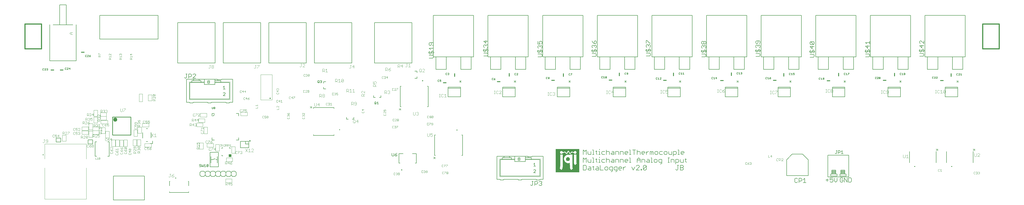
<source format=gbr>
G04 EAGLE Gerber RS-274X export*
G75*
%MOMM*%
%FSLAX34Y34*%
%LPD*%
%INSilkscreen Top*%
%IPPOS*%
%AMOC8*
5,1,8,0,0,1.08239X$1,22.5*%
G01*
%ADD10C,0.152400*%
%ADD11C,0.406400*%
%ADD12C,0.304800*%
%ADD13C,0.203200*%
%ADD14C,0.101600*%
%ADD15C,0.076200*%
%ADD16C,0.127000*%
%ADD17C,0.050800*%
%ADD18C,0.177800*%
%ADD19C,0.050000*%
%ADD20R,1.016000X1.016000*%
%ADD21C,0.200000*%
%ADD22C,0.720000*%
%ADD23C,0.220000*%
%ADD24C,0.000128*%
%ADD25C,0.100000*%
%ADD26C,0.500000*%

G36*
X2152670Y75442D02*
X2152670Y75442D01*
X2152689Y75440D01*
X2152791Y75462D01*
X2152893Y75479D01*
X2152910Y75488D01*
X2152930Y75492D01*
X2153019Y75545D01*
X2153110Y75594D01*
X2153124Y75608D01*
X2153141Y75618D01*
X2153208Y75697D01*
X2153280Y75772D01*
X2153288Y75790D01*
X2153301Y75805D01*
X2153340Y75901D01*
X2153383Y75995D01*
X2153385Y76015D01*
X2153393Y76033D01*
X2153411Y76200D01*
X2153411Y165100D01*
X2153408Y165120D01*
X2153410Y165139D01*
X2153388Y165241D01*
X2153372Y165343D01*
X2153362Y165360D01*
X2153358Y165380D01*
X2153305Y165469D01*
X2153256Y165560D01*
X2153242Y165574D01*
X2153232Y165591D01*
X2153153Y165658D01*
X2153078Y165730D01*
X2153060Y165738D01*
X2153045Y165751D01*
X2152949Y165790D01*
X2152855Y165833D01*
X2152835Y165835D01*
X2152817Y165843D01*
X2152650Y165861D01*
X2063750Y165861D01*
X2063730Y165858D01*
X2063711Y165860D01*
X2063609Y165838D01*
X2063507Y165822D01*
X2063490Y165812D01*
X2063470Y165808D01*
X2063381Y165755D01*
X2063290Y165706D01*
X2063276Y165692D01*
X2063259Y165682D01*
X2063192Y165603D01*
X2063121Y165528D01*
X2063112Y165510D01*
X2063099Y165495D01*
X2063060Y165399D01*
X2063017Y165305D01*
X2063015Y165285D01*
X2063007Y165267D01*
X2062989Y165100D01*
X2062989Y76200D01*
X2062992Y76180D01*
X2062990Y76161D01*
X2063012Y76059D01*
X2063029Y75957D01*
X2063038Y75940D01*
X2063042Y75920D01*
X2063095Y75831D01*
X2063144Y75740D01*
X2063158Y75726D01*
X2063168Y75709D01*
X2063247Y75642D01*
X2063322Y75571D01*
X2063340Y75562D01*
X2063355Y75549D01*
X2063451Y75510D01*
X2063545Y75467D01*
X2063565Y75465D01*
X2063583Y75457D01*
X2063750Y75439D01*
X2092452Y75439D01*
X2092472Y75442D01*
X2092491Y75440D01*
X2092561Y75455D01*
X2092706Y75439D01*
X2152650Y75439D01*
X2152670Y75442D01*
G37*
%LPC*%
G36*
X2119527Y88286D02*
X2119527Y88286D01*
X2118087Y91886D01*
X2117596Y95812D01*
X2117343Y111011D01*
X2117324Y111115D01*
X2117310Y111221D01*
X2117302Y111236D01*
X2117299Y111253D01*
X2117248Y111346D01*
X2117201Y111441D01*
X2117189Y111453D01*
X2117181Y111468D01*
X2117102Y111540D01*
X2117027Y111615D01*
X2117012Y111623D01*
X2117000Y111635D01*
X2116902Y111678D01*
X2116807Y111725D01*
X2116790Y111728D01*
X2116775Y111734D01*
X2116669Y111744D01*
X2116564Y111759D01*
X2116543Y111756D01*
X2116530Y111757D01*
X2116500Y111750D01*
X2116397Y111737D01*
X2113387Y110984D01*
X2109999Y110500D01*
X2106417Y111216D01*
X2103014Y112918D01*
X2101080Y114369D01*
X2098129Y117319D01*
X2096447Y119964D01*
X2095468Y122901D01*
X2094491Y126563D01*
X2094731Y129685D01*
X2095462Y133096D01*
X2097142Y136455D01*
X2099302Y138615D01*
X2102275Y140845D01*
X2104696Y142298D01*
X2108086Y143266D01*
X2110711Y143505D01*
X2113604Y143023D01*
X2115833Y142280D01*
X2115852Y142277D01*
X2115869Y142269D01*
X2115973Y142257D01*
X2116076Y142241D01*
X2116095Y142244D01*
X2116113Y142242D01*
X2116215Y142264D01*
X2116319Y142281D01*
X2116335Y142290D01*
X2116354Y142294D01*
X2116444Y142348D01*
X2116536Y142397D01*
X2116549Y142411D01*
X2116565Y142420D01*
X2116633Y142500D01*
X2116705Y142576D01*
X2116713Y142593D01*
X2116725Y142607D01*
X2116764Y142704D01*
X2116808Y142799D01*
X2116810Y142818D01*
X2116817Y142835D01*
X2116835Y143002D01*
X2116835Y143455D01*
X2116897Y143527D01*
X2116978Y143621D01*
X2116978Y143622D01*
X2116979Y143623D01*
X2117026Y143740D01*
X2117070Y143849D01*
X2117070Y143850D01*
X2117071Y143851D01*
X2117089Y144018D01*
X2117089Y144019D01*
X2126743Y144019D01*
X2126743Y95250D01*
X2126747Y95227D01*
X2126749Y95202D01*
X2126748Y95192D01*
X2126751Y95176D01*
X2126758Y95101D01*
X2127012Y93831D01*
X2127034Y93770D01*
X2127048Y93707D01*
X2127086Y93632D01*
X2127098Y93600D01*
X2127110Y93586D01*
X2127125Y93558D01*
X2128141Y92034D01*
X2128157Y92017D01*
X2128236Y91918D01*
X2128967Y91186D01*
X2122564Y84782D01*
X2119527Y88286D01*
G37*
%LPD*%
%LPC*%
G36*
X2077965Y91748D02*
X2077965Y91748D01*
X2079337Y93513D01*
X2079377Y93587D01*
X2079425Y93656D01*
X2079441Y93705D01*
X2079455Y93729D01*
X2079460Y93758D01*
X2079479Y93815D01*
X2079987Y96101D01*
X2079989Y96128D01*
X2080000Y96177D01*
X2080508Y100495D01*
X2080507Y100525D01*
X2080513Y100584D01*
X2080513Y144019D01*
X2089659Y144019D01*
X2089659Y98582D01*
X2089161Y92363D01*
X2087960Y88999D01*
X2086268Y86582D01*
X2084668Y84822D01*
X2077965Y91748D01*
G37*
%LPD*%
%LPC*%
G36*
X2117524Y146811D02*
X2117524Y146811D01*
X2116303Y147422D01*
X2115153Y148801D01*
X2113934Y150508D01*
X2113236Y151904D01*
X2112749Y153855D01*
X2112736Y153884D01*
X2112717Y153953D01*
X2112209Y155223D01*
X2112183Y155265D01*
X2112166Y155312D01*
X2112120Y155370D01*
X2112082Y155433D01*
X2112044Y155465D01*
X2112013Y155504D01*
X2111951Y155544D01*
X2111894Y155592D01*
X2111848Y155611D01*
X2111807Y155638D01*
X2111735Y155656D01*
X2111666Y155683D01*
X2111616Y155686D01*
X2111568Y155698D01*
X2111494Y155693D01*
X2111420Y155697D01*
X2111372Y155684D01*
X2111323Y155680D01*
X2111260Y155653D01*
X2111255Y155653D01*
X2111249Y155649D01*
X2111183Y155631D01*
X2111142Y155604D01*
X2111096Y155584D01*
X2111053Y155546D01*
X2111037Y155537D01*
X2111025Y155524D01*
X2110979Y155493D01*
X2110949Y155454D01*
X2110912Y155421D01*
X2110880Y155372D01*
X2110868Y155359D01*
X2110858Y155337D01*
X2110845Y155318D01*
X2110830Y155298D01*
X2110828Y155290D01*
X2110821Y155280D01*
X2110320Y154279D01*
X2109059Y152008D01*
X2109054Y151996D01*
X2109043Y151978D01*
X2106660Y147212D01*
X2105096Y146821D01*
X2102958Y147034D01*
X2101910Y148082D01*
X2100933Y149303D01*
X2099675Y151064D01*
X2099661Y151080D01*
X2099650Y151098D01*
X2099532Y151216D01*
X2098262Y152232D01*
X2098172Y152283D01*
X2098085Y152338D01*
X2098065Y152343D01*
X2098047Y152353D01*
X2097946Y152372D01*
X2097846Y152397D01*
X2097821Y152396D01*
X2097806Y152399D01*
X2097773Y152395D01*
X2097678Y152392D01*
X2095900Y152138D01*
X2095843Y152120D01*
X2095784Y152112D01*
X2095697Y152074D01*
X2095666Y152064D01*
X2095653Y152055D01*
X2095630Y152045D01*
X2093890Y151051D01*
X2092296Y150367D01*
X2090420Y150367D01*
X2090366Y150358D01*
X2090312Y150360D01*
X2090246Y150339D01*
X2090177Y150328D01*
X2090129Y150302D01*
X2090077Y150286D01*
X2090021Y150245D01*
X2089960Y150212D01*
X2089923Y150173D01*
X2089879Y150141D01*
X2089811Y150056D01*
X2089791Y150034D01*
X2089789Y150032D01*
X2089788Y150030D01*
X2089784Y150022D01*
X2089774Y150009D01*
X2088609Y148144D01*
X2086640Y147050D01*
X2083695Y146824D01*
X2081714Y147704D01*
X2080378Y149041D01*
X2079480Y150837D01*
X2079388Y151754D01*
X2079421Y151836D01*
X2079462Y151916D01*
X2079466Y151949D01*
X2079479Y151979D01*
X2079497Y152146D01*
X2079497Y153924D01*
X2080837Y155710D01*
X2082183Y157056D01*
X2083669Y157481D01*
X2085540Y157481D01*
X2087112Y157256D01*
X2088170Y156621D01*
X2089053Y155738D01*
X2089724Y154620D01*
X2089952Y153937D01*
X2089962Y153919D01*
X2089966Y153898D01*
X2090019Y153810D01*
X2090066Y153720D01*
X2090081Y153705D01*
X2090092Y153687D01*
X2090170Y153620D01*
X2090244Y153550D01*
X2090263Y153541D01*
X2090279Y153527D01*
X2090374Y153489D01*
X2090467Y153445D01*
X2090488Y153443D01*
X2090507Y153435D01*
X2090674Y153417D01*
X2091690Y153417D01*
X2091750Y153427D01*
X2091811Y153426D01*
X2091901Y153451D01*
X2091933Y153457D01*
X2091947Y153464D01*
X2091973Y153471D01*
X2093243Y153979D01*
X2093263Y153991D01*
X2093300Y154005D01*
X2094796Y154753D01*
X2096016Y155241D01*
X2097402Y155703D01*
X2098147Y155703D01*
X2099188Y155287D01*
X2100114Y154592D01*
X2101308Y153636D01*
X2102221Y152495D01*
X2102693Y151552D01*
X2102711Y151527D01*
X2102765Y151435D01*
X2103527Y150419D01*
X2103545Y150402D01*
X2103559Y150380D01*
X2103634Y150317D01*
X2103704Y150249D01*
X2103728Y150238D01*
X2103747Y150222D01*
X2103838Y150186D01*
X2103927Y150144D01*
X2103952Y150141D01*
X2103976Y150132D01*
X2104074Y150127D01*
X2104171Y150116D01*
X2104196Y150121D01*
X2104222Y150120D01*
X2104316Y150146D01*
X2104412Y150167D01*
X2104434Y150180D01*
X2104459Y150186D01*
X2104539Y150242D01*
X2104624Y150292D01*
X2104640Y150311D01*
X2104662Y150325D01*
X2104769Y150454D01*
X2105785Y151978D01*
X2105798Y152006D01*
X2105833Y152060D01*
X2107082Y154557D01*
X2108071Y156042D01*
X2109069Y157538D01*
X2109991Y158690D01*
X2110529Y159049D01*
X2111453Y159234D01*
X2111927Y159076D01*
X2112505Y158690D01*
X2113427Y157538D01*
X2114368Y156127D01*
X2114844Y154699D01*
X2114856Y154677D01*
X2114860Y154656D01*
X2114871Y154638D01*
X2114885Y154600D01*
X2115379Y153612D01*
X2115570Y153133D01*
X2115875Y152371D01*
X2115887Y152351D01*
X2115901Y152314D01*
X2116409Y151298D01*
X2116427Y151273D01*
X2116457Y151216D01*
X2116965Y150454D01*
X2116981Y150437D01*
X2117060Y150338D01*
X2117568Y149830D01*
X2117623Y149790D01*
X2117672Y149742D01*
X2117722Y149719D01*
X2117767Y149686D01*
X2117833Y149666D01*
X2117894Y149637D01*
X2117950Y149630D01*
X2118003Y149614D01*
X2118071Y149616D01*
X2118138Y149607D01*
X2118193Y149619D01*
X2118248Y149620D01*
X2118313Y149644D01*
X2118379Y149658D01*
X2118448Y149693D01*
X2118479Y149705D01*
X2118496Y149718D01*
X2118528Y149735D01*
X2119290Y150243D01*
X2119339Y150288D01*
X2119394Y150325D01*
X2119446Y150388D01*
X2119470Y150410D01*
X2119480Y150428D01*
X2119501Y150454D01*
X2120517Y151978D01*
X2120523Y151991D01*
X2120537Y152008D01*
X2121272Y153234D01*
X2122230Y154432D01*
X2123298Y155499D01*
X2124519Y155703D01*
X2126110Y155703D01*
X2127421Y155266D01*
X2128080Y154826D01*
X2129079Y154077D01*
X2129106Y154063D01*
X2129196Y154005D01*
X2130212Y153497D01*
X2130300Y153470D01*
X2130385Y153435D01*
X2130425Y153431D01*
X2130446Y153424D01*
X2130479Y153425D01*
X2130552Y153417D01*
X2131568Y153417D01*
X2131636Y153428D01*
X2131706Y153429D01*
X2131757Y153448D01*
X2131811Y153457D01*
X2131872Y153489D01*
X2131937Y153512D01*
X2131980Y153546D01*
X2132028Y153572D01*
X2132076Y153622D01*
X2132130Y153665D01*
X2132175Y153726D01*
X2132198Y153750D01*
X2132207Y153770D01*
X2132229Y153800D01*
X2133194Y155490D01*
X2134559Y156854D01*
X2135881Y157516D01*
X2136977Y157735D01*
X2138302Y157735D01*
X2139630Y157292D01*
X2140748Y156621D01*
X2141659Y155710D01*
X2142329Y154818D01*
X2142393Y154656D01*
X2142698Y153895D01*
X2142698Y153894D01*
X2142773Y153706D01*
X2143014Y152505D01*
X2143038Y152441D01*
X2143051Y152377D01*
X2142773Y150848D01*
X2141872Y148820D01*
X2139878Y147269D01*
X2137652Y146824D01*
X2136356Y147040D01*
X2134757Y147725D01*
X2133660Y148603D01*
X2132709Y150028D01*
X2132693Y150045D01*
X2132675Y150068D01*
X2132660Y150093D01*
X2132644Y150107D01*
X2132614Y150144D01*
X2132360Y150398D01*
X2132337Y150415D01*
X2132319Y150437D01*
X2132237Y150487D01*
X2132161Y150542D01*
X2132133Y150550D01*
X2132109Y150565D01*
X2131947Y150611D01*
X2130453Y150860D01*
X2128532Y151340D01*
X2127590Y151811D01*
X2127574Y151816D01*
X2127550Y151830D01*
X2125772Y152592D01*
X2125704Y152609D01*
X2125639Y152635D01*
X2125565Y152643D01*
X2125533Y152651D01*
X2125511Y152649D01*
X2125472Y152653D01*
X2124710Y152653D01*
X2124620Y152639D01*
X2124529Y152631D01*
X2124499Y152619D01*
X2124467Y152614D01*
X2124387Y152571D01*
X2124303Y152535D01*
X2124271Y152509D01*
X2124250Y152498D01*
X2124244Y152493D01*
X2124244Y152492D01*
X2124226Y152474D01*
X2124172Y152430D01*
X2123156Y151414D01*
X2123137Y151389D01*
X2123070Y151313D01*
X2121304Y148789D01*
X2119766Y146811D01*
X2117524Y146811D01*
G37*
%LPD*%
%LPC*%
G36*
X2137333Y103783D02*
X2137333Y103783D01*
X2135200Y106153D01*
X2133557Y108265D01*
X2133091Y111061D01*
X2133091Y144019D01*
X2141983Y144019D01*
X2141983Y113538D01*
X2141998Y113447D01*
X2142005Y113355D01*
X2142019Y113318D01*
X2142023Y113295D01*
X2142038Y113267D01*
X2142063Y113198D01*
X2142571Y112182D01*
X2142594Y112150D01*
X2142609Y112115D01*
X2142714Y111984D01*
X2143451Y111246D01*
X2144254Y110283D01*
X2137649Y103677D01*
X2137333Y103783D01*
G37*
%LPD*%
G36*
X1552577Y427484D02*
X1552577Y427484D01*
X1552579Y427483D01*
X1552622Y427503D01*
X1552666Y427521D01*
X1552666Y427523D01*
X1552668Y427524D01*
X1552701Y427609D01*
X1552701Y430149D01*
X1552700Y430151D01*
X1552701Y430153D01*
X1552681Y430196D01*
X1552663Y430240D01*
X1552661Y430240D01*
X1552660Y430242D01*
X1552575Y430275D01*
X1548765Y430275D01*
X1548763Y430274D01*
X1548761Y430275D01*
X1548718Y430255D01*
X1548674Y430237D01*
X1548674Y430235D01*
X1548672Y430234D01*
X1548639Y430149D01*
X1548639Y427609D01*
X1548640Y427607D01*
X1548639Y427605D01*
X1548659Y427562D01*
X1548677Y427518D01*
X1548679Y427518D01*
X1548680Y427516D01*
X1548765Y427483D01*
X1552575Y427483D01*
X1552577Y427484D01*
G37*
G36*
X1232791Y238000D02*
X1232791Y238000D01*
X1232793Y237999D01*
X1232836Y238019D01*
X1232880Y238037D01*
X1232880Y238039D01*
X1232882Y238040D01*
X1232915Y238125D01*
X1232915Y241935D01*
X1232914Y241937D01*
X1232915Y241939D01*
X1232895Y241982D01*
X1232877Y242026D01*
X1232875Y242026D01*
X1232874Y242028D01*
X1232789Y242061D01*
X1230249Y242061D01*
X1230247Y242060D01*
X1230245Y242061D01*
X1230202Y242041D01*
X1230158Y242023D01*
X1230158Y242021D01*
X1230156Y242020D01*
X1230123Y241935D01*
X1230123Y238125D01*
X1230124Y238123D01*
X1230123Y238121D01*
X1230143Y238078D01*
X1230161Y238034D01*
X1230163Y238034D01*
X1230164Y238032D01*
X1230249Y237999D01*
X1232789Y237999D01*
X1232791Y238000D01*
G37*
G36*
X1684657Y237492D02*
X1684657Y237492D01*
X1684659Y237491D01*
X1684702Y237511D01*
X1684746Y237529D01*
X1684746Y237531D01*
X1684748Y237532D01*
X1684781Y237617D01*
X1684781Y240157D01*
X1684780Y240159D01*
X1684781Y240161D01*
X1684761Y240204D01*
X1684743Y240248D01*
X1684741Y240248D01*
X1684740Y240250D01*
X1684655Y240283D01*
X1680845Y240283D01*
X1680843Y240282D01*
X1680841Y240283D01*
X1680798Y240263D01*
X1680754Y240245D01*
X1680754Y240243D01*
X1680752Y240242D01*
X1680719Y240157D01*
X1680719Y237617D01*
X1680720Y237615D01*
X1680719Y237613D01*
X1680739Y237570D01*
X1680757Y237526D01*
X1680759Y237526D01*
X1680760Y237524D01*
X1680845Y237491D01*
X1684655Y237491D01*
X1684657Y237492D01*
G37*
G36*
X3587117Y96903D02*
X3587117Y96903D01*
X3587119Y96902D01*
X3587162Y96922D01*
X3587206Y96940D01*
X3587206Y96942D01*
X3587208Y96943D01*
X3587241Y97028D01*
X3587241Y99568D01*
X3587240Y99570D01*
X3587241Y99572D01*
X3587221Y99615D01*
X3587203Y99659D01*
X3587201Y99659D01*
X3587200Y99661D01*
X3587115Y99694D01*
X3583305Y99694D01*
X3583303Y99693D01*
X3583301Y99694D01*
X3583258Y99674D01*
X3583214Y99656D01*
X3583214Y99654D01*
X3583212Y99653D01*
X3583179Y99568D01*
X3583179Y97028D01*
X3583180Y97026D01*
X3583179Y97024D01*
X3583199Y96981D01*
X3583217Y96937D01*
X3583219Y96937D01*
X3583220Y96935D01*
X3583305Y96902D01*
X3587115Y96902D01*
X3587117Y96903D01*
G37*
G36*
X3444877Y96903D02*
X3444877Y96903D01*
X3444879Y96902D01*
X3444922Y96922D01*
X3444966Y96940D01*
X3444966Y96942D01*
X3444968Y96943D01*
X3445001Y97028D01*
X3445001Y99568D01*
X3445000Y99570D01*
X3445001Y99572D01*
X3444981Y99615D01*
X3444963Y99659D01*
X3444961Y99659D01*
X3444960Y99661D01*
X3444875Y99694D01*
X3441065Y99694D01*
X3441063Y99693D01*
X3441061Y99694D01*
X3441018Y99674D01*
X3440974Y99656D01*
X3440974Y99654D01*
X3440972Y99653D01*
X3440939Y99568D01*
X3440939Y97028D01*
X3440940Y97026D01*
X3440939Y97024D01*
X3440959Y96981D01*
X3440977Y96937D01*
X3440979Y96937D01*
X3440980Y96935D01*
X3441065Y96902D01*
X3444875Y96902D01*
X3444877Y96903D01*
G37*
D10*
X2168652Y144272D02*
X2168652Y162067D01*
X2174584Y156135D01*
X2180515Y162067D01*
X2180515Y144272D01*
X2186427Y147238D02*
X2186427Y156135D01*
X2186427Y147238D02*
X2189393Y144272D01*
X2198290Y144272D01*
X2198290Y156135D01*
X2204202Y162067D02*
X2207168Y162067D01*
X2207168Y144272D01*
X2210133Y144272D02*
X2204202Y144272D01*
X2219017Y147238D02*
X2219017Y159101D01*
X2219017Y147238D02*
X2221983Y144272D01*
X2221983Y156135D02*
X2216052Y156135D01*
X2227902Y156135D02*
X2230867Y156135D01*
X2230867Y144272D01*
X2227902Y144272D02*
X2233833Y144272D01*
X2230867Y162067D02*
X2230867Y165033D01*
X2242717Y156135D02*
X2251615Y156135D01*
X2242717Y156135D02*
X2239751Y153170D01*
X2239751Y147238D01*
X2242717Y144272D01*
X2251615Y144272D01*
X2257526Y144272D02*
X2257526Y162067D01*
X2260492Y156135D02*
X2257526Y153170D01*
X2260492Y156135D02*
X2266424Y156135D01*
X2269390Y153170D01*
X2269390Y144272D01*
X2278267Y156135D02*
X2284199Y156135D01*
X2287165Y153170D01*
X2287165Y144272D01*
X2278267Y144272D01*
X2275301Y147238D01*
X2278267Y150204D01*
X2287165Y150204D01*
X2293076Y156135D02*
X2293076Y144272D01*
X2293076Y156135D02*
X2301974Y156135D01*
X2304939Y153170D01*
X2304939Y144272D01*
X2310851Y144272D02*
X2310851Y156135D01*
X2319748Y156135D01*
X2322714Y153170D01*
X2322714Y144272D01*
X2331591Y144272D02*
X2337523Y144272D01*
X2331591Y144272D02*
X2328626Y147238D01*
X2328626Y153170D01*
X2331591Y156135D01*
X2337523Y156135D01*
X2340489Y153170D01*
X2340489Y150204D01*
X2328626Y150204D01*
X2346400Y162067D02*
X2349366Y162067D01*
X2349366Y144272D01*
X2346400Y144272D02*
X2352332Y144272D01*
X2364182Y144272D02*
X2364182Y162067D01*
X2358250Y162067D02*
X2370114Y162067D01*
X2376025Y162067D02*
X2376025Y144272D01*
X2376025Y153170D02*
X2378991Y156135D01*
X2384923Y156135D01*
X2387889Y153170D01*
X2387889Y144272D01*
X2396766Y144272D02*
X2402698Y144272D01*
X2396766Y144272D02*
X2393800Y147238D01*
X2393800Y153170D01*
X2396766Y156135D01*
X2402698Y156135D01*
X2405664Y153170D01*
X2405664Y150204D01*
X2393800Y150204D01*
X2411575Y144272D02*
X2411575Y156135D01*
X2411575Y150204D02*
X2417507Y156135D01*
X2420473Y156135D01*
X2426387Y156135D02*
X2426387Y144272D01*
X2426387Y156135D02*
X2429353Y156135D01*
X2432319Y153170D01*
X2432319Y144272D01*
X2432319Y153170D02*
X2435285Y156135D01*
X2438251Y153170D01*
X2438251Y144272D01*
X2447128Y144272D02*
X2453060Y144272D01*
X2456026Y147238D01*
X2456026Y153170D01*
X2453060Y156135D01*
X2447128Y156135D01*
X2444162Y153170D01*
X2444162Y147238D01*
X2447128Y144272D01*
X2464903Y156135D02*
X2473800Y156135D01*
X2464903Y156135D02*
X2461937Y153170D01*
X2461937Y147238D01*
X2464903Y144272D01*
X2473800Y144272D01*
X2482678Y144272D02*
X2488609Y144272D01*
X2491575Y147238D01*
X2491575Y153170D01*
X2488609Y156135D01*
X2482678Y156135D01*
X2479712Y153170D01*
X2479712Y147238D01*
X2482678Y144272D01*
X2497487Y147238D02*
X2497487Y156135D01*
X2497487Y147238D02*
X2500453Y144272D01*
X2509350Y144272D01*
X2509350Y156135D01*
X2515262Y156135D02*
X2515262Y138340D01*
X2515262Y156135D02*
X2524159Y156135D01*
X2527125Y153170D01*
X2527125Y147238D01*
X2524159Y144272D01*
X2515262Y144272D01*
X2533036Y162067D02*
X2536002Y162067D01*
X2536002Y144272D01*
X2533036Y144272D02*
X2538968Y144272D01*
X2547852Y144272D02*
X2553784Y144272D01*
X2547852Y144272D02*
X2544886Y147238D01*
X2544886Y153170D01*
X2547852Y156135D01*
X2553784Y156135D01*
X2556750Y153170D01*
X2556750Y150204D01*
X2544886Y150204D01*
X2168652Y102377D02*
X2168652Y84582D01*
X2177550Y84582D01*
X2180515Y87548D01*
X2180515Y99411D01*
X2177550Y102377D01*
X2168652Y102377D01*
X2189393Y96445D02*
X2195324Y96445D01*
X2198290Y93480D01*
X2198290Y84582D01*
X2189393Y84582D01*
X2186427Y87548D01*
X2189393Y90514D01*
X2198290Y90514D01*
X2207168Y87548D02*
X2207168Y99411D01*
X2207168Y87548D02*
X2210133Y84582D01*
X2210133Y96445D02*
X2204202Y96445D01*
X2219017Y96445D02*
X2224949Y96445D01*
X2227915Y93480D01*
X2227915Y84582D01*
X2219017Y84582D01*
X2216052Y87548D01*
X2219017Y90514D01*
X2227915Y90514D01*
X2233826Y84582D02*
X2233826Y102377D01*
X2233826Y84582D02*
X2245690Y84582D01*
X2254567Y84582D02*
X2260499Y84582D01*
X2263465Y87548D01*
X2263465Y93480D01*
X2260499Y96445D01*
X2254567Y96445D01*
X2251601Y93480D01*
X2251601Y87548D01*
X2254567Y84582D01*
X2275308Y78650D02*
X2278274Y78650D01*
X2281240Y81616D01*
X2281240Y96445D01*
X2272342Y96445D01*
X2269376Y93480D01*
X2269376Y87548D01*
X2272342Y84582D01*
X2281240Y84582D01*
X2293083Y78650D02*
X2296049Y78650D01*
X2299014Y81616D01*
X2299014Y96445D01*
X2290117Y96445D01*
X2287151Y93480D01*
X2287151Y87548D01*
X2290117Y84582D01*
X2299014Y84582D01*
X2307892Y84582D02*
X2313823Y84582D01*
X2307892Y84582D02*
X2304926Y87548D01*
X2304926Y93480D01*
X2307892Y96445D01*
X2313823Y96445D01*
X2316789Y93480D01*
X2316789Y90514D01*
X2304926Y90514D01*
X2322701Y84582D02*
X2322701Y96445D01*
X2322701Y90514D02*
X2328632Y96445D01*
X2331598Y96445D01*
X2355288Y96445D02*
X2361220Y84582D01*
X2367151Y96445D01*
X2373063Y84582D02*
X2384926Y84582D01*
X2373063Y84582D02*
X2384926Y96445D01*
X2384926Y99411D01*
X2381960Y102377D01*
X2376029Y102377D01*
X2373063Y99411D01*
X2390838Y87548D02*
X2390838Y84582D01*
X2390838Y87548D02*
X2393803Y87548D01*
X2393803Y84582D01*
X2390838Y84582D01*
X2399725Y87548D02*
X2399725Y99411D01*
X2402691Y102377D01*
X2408623Y102377D01*
X2411588Y99411D01*
X2411588Y87548D01*
X2408623Y84582D01*
X2402691Y84582D01*
X2399725Y87548D01*
X2411588Y99411D01*
X2524149Y87548D02*
X2527115Y84582D01*
X2530081Y84582D01*
X2533046Y87548D01*
X2533046Y102377D01*
X2530081Y102377D02*
X2536012Y102377D01*
X2541924Y102377D02*
X2541924Y84582D01*
X2541924Y102377D02*
X2550821Y102377D01*
X2553787Y99411D01*
X2553787Y96445D01*
X2550821Y93480D01*
X2553787Y90514D01*
X2553787Y87548D01*
X2550821Y84582D01*
X2541924Y84582D01*
X2541924Y93480D02*
X2550821Y93480D01*
D11*
X21590Y552450D02*
X21590Y647700D01*
X85090Y647700D01*
X85090Y552450D01*
X21590Y552450D01*
X3704590Y552450D02*
X3704590Y647700D01*
X3768090Y647700D01*
X3768090Y552450D01*
X3704590Y552450D01*
D10*
X2168652Y131587D02*
X2168652Y113792D01*
X2174584Y125655D02*
X2168652Y131587D01*
X2174584Y125655D02*
X2180515Y131587D01*
X2180515Y113792D01*
X2186427Y116758D02*
X2186427Y125655D01*
X2186427Y116758D02*
X2189393Y113792D01*
X2198290Y113792D01*
X2198290Y125655D01*
X2204202Y131587D02*
X2207168Y131587D01*
X2207168Y113792D01*
X2210133Y113792D02*
X2204202Y113792D01*
X2219017Y116758D02*
X2219017Y128621D01*
X2219017Y116758D02*
X2221983Y113792D01*
X2221983Y125655D02*
X2216052Y125655D01*
X2227902Y125655D02*
X2230867Y125655D01*
X2230867Y113792D01*
X2227902Y113792D02*
X2233833Y113792D01*
X2230867Y131587D02*
X2230867Y134553D01*
X2242717Y125655D02*
X2251615Y125655D01*
X2242717Y125655D02*
X2239751Y122690D01*
X2239751Y116758D01*
X2242717Y113792D01*
X2251615Y113792D01*
X2257526Y113792D02*
X2257526Y131587D01*
X2260492Y125655D02*
X2257526Y122690D01*
X2260492Y125655D02*
X2266424Y125655D01*
X2269390Y122690D01*
X2269390Y113792D01*
X2278267Y125655D02*
X2284199Y125655D01*
X2287165Y122690D01*
X2287165Y113792D01*
X2278267Y113792D01*
X2275301Y116758D01*
X2278267Y119724D01*
X2287165Y119724D01*
X2293076Y125655D02*
X2293076Y113792D01*
X2293076Y125655D02*
X2301974Y125655D01*
X2304939Y122690D01*
X2304939Y113792D01*
X2310851Y113792D02*
X2310851Y125655D01*
X2319748Y125655D01*
X2322714Y122690D01*
X2322714Y113792D01*
X2331591Y113792D02*
X2337523Y113792D01*
X2331591Y113792D02*
X2328626Y116758D01*
X2328626Y122690D01*
X2331591Y125655D01*
X2337523Y125655D01*
X2340489Y122690D01*
X2340489Y119724D01*
X2328626Y119724D01*
X2346400Y131587D02*
X2349366Y131587D01*
X2349366Y113792D01*
X2346400Y113792D02*
X2352332Y113792D01*
X2376025Y113792D02*
X2376025Y125655D01*
X2381957Y131587D01*
X2387889Y125655D01*
X2387889Y113792D01*
X2387889Y122690D02*
X2376025Y122690D01*
X2393800Y125655D02*
X2393800Y113792D01*
X2393800Y125655D02*
X2402698Y125655D01*
X2405664Y122690D01*
X2405664Y113792D01*
X2414541Y125655D02*
X2420473Y125655D01*
X2423438Y122690D01*
X2423438Y113792D01*
X2414541Y113792D01*
X2411575Y116758D01*
X2414541Y119724D01*
X2423438Y119724D01*
X2429350Y131587D02*
X2432316Y131587D01*
X2432316Y113792D01*
X2435281Y113792D02*
X2429350Y113792D01*
X2444166Y113792D02*
X2450097Y113792D01*
X2453063Y116758D01*
X2453063Y122690D01*
X2450097Y125655D01*
X2444166Y125655D01*
X2441200Y122690D01*
X2441200Y116758D01*
X2444166Y113792D01*
X2464906Y107860D02*
X2467872Y107860D01*
X2470838Y110826D01*
X2470838Y125655D01*
X2461940Y125655D01*
X2458975Y122690D01*
X2458975Y116758D01*
X2461940Y113792D01*
X2470838Y113792D01*
X2494524Y113792D02*
X2500456Y113792D01*
X2497490Y113792D02*
X2497490Y131587D01*
X2494524Y131587D02*
X2500456Y131587D01*
X2506374Y125655D02*
X2506374Y113792D01*
X2506374Y125655D02*
X2515272Y125655D01*
X2518238Y122690D01*
X2518238Y113792D01*
X2524149Y107860D02*
X2524149Y125655D01*
X2533047Y125655D01*
X2536012Y122690D01*
X2536012Y116758D01*
X2533047Y113792D01*
X2524149Y113792D01*
X2541924Y116758D02*
X2541924Y125655D01*
X2541924Y116758D02*
X2544890Y113792D01*
X2553787Y113792D01*
X2553787Y125655D01*
X2562664Y128621D02*
X2562664Y116758D01*
X2565630Y113792D01*
X2565630Y125655D02*
X2559699Y125655D01*
X3101340Y45727D02*
X3112187Y45727D01*
X3106763Y51150D02*
X3106763Y40304D01*
X3117712Y53862D02*
X3128558Y53862D01*
X3117712Y53862D02*
X3117712Y45727D01*
X3123135Y48439D01*
X3125847Y48439D01*
X3128558Y45727D01*
X3128558Y40304D01*
X3125847Y37592D01*
X3120423Y37592D01*
X3117712Y40304D01*
X3134083Y43015D02*
X3134083Y53862D01*
X3134083Y43015D02*
X3139506Y37592D01*
X3144930Y43015D01*
X3144930Y53862D01*
X3164593Y54116D02*
X3167305Y51404D01*
X3164593Y54116D02*
X3159170Y54116D01*
X3156458Y51404D01*
X3156458Y40558D01*
X3159170Y37846D01*
X3164593Y37846D01*
X3167305Y40558D01*
X3167305Y45981D01*
X3161881Y45981D01*
X3172830Y37846D02*
X3172830Y54116D01*
X3183676Y37846D01*
X3183676Y54116D01*
X3189201Y54116D02*
X3189201Y37846D01*
X3197336Y37846D01*
X3200048Y40558D01*
X3200048Y51404D01*
X3197336Y54116D01*
X3189201Y54116D01*
D12*
X1674066Y445374D02*
X1674066Y455534D01*
D10*
X1644817Y457359D02*
X1643716Y458461D01*
X1641513Y458461D01*
X1640411Y457359D01*
X1640411Y452953D01*
X1641513Y451851D01*
X1643716Y451851D01*
X1644817Y452953D01*
X1647895Y457359D02*
X1648997Y458461D01*
X1651200Y458461D01*
X1652302Y457359D01*
X1652302Y456257D01*
X1651200Y455156D01*
X1650098Y455156D01*
X1651200Y455156D02*
X1652302Y454054D01*
X1652302Y452953D01*
X1651200Y451851D01*
X1648997Y451851D01*
X1647895Y452953D01*
D13*
X1648844Y399572D02*
X1648844Y366572D01*
X1648844Y399572D02*
X1648844Y404572D01*
X1696844Y404572D01*
X1696844Y399572D01*
X1696844Y366572D01*
X1648844Y366572D01*
X1648844Y399572D02*
X1696844Y399572D01*
D14*
X1699934Y422319D02*
X1692138Y430115D01*
X1692138Y422319D02*
X1699934Y430115D01*
X1699934Y426217D02*
X1692138Y426217D01*
X1696036Y422319D02*
X1696036Y430115D01*
X1618888Y365760D02*
X1614990Y365760D01*
X1616939Y365760D02*
X1616939Y377454D01*
X1614990Y377454D02*
X1618888Y377454D01*
X1628633Y377454D02*
X1630582Y375505D01*
X1628633Y377454D02*
X1624735Y377454D01*
X1622786Y375505D01*
X1622786Y367709D01*
X1624735Y365760D01*
X1628633Y365760D01*
X1630582Y367709D01*
X1634480Y373556D02*
X1638378Y377454D01*
X1638378Y365760D01*
X1634480Y365760D02*
X1642276Y365760D01*
D12*
X1640840Y421386D02*
X1630680Y421386D01*
D10*
X1614276Y431212D02*
X1613175Y432314D01*
X1610971Y432314D01*
X1609870Y431212D01*
X1609870Y426806D01*
X1610971Y425704D01*
X1613175Y425704D01*
X1614276Y426806D01*
X1617354Y432314D02*
X1621760Y432314D01*
X1617354Y432314D02*
X1617354Y429009D01*
X1619557Y430110D01*
X1620659Y430110D01*
X1621760Y429009D01*
X1621760Y426806D01*
X1620659Y425704D01*
X1618455Y425704D01*
X1617354Y426806D01*
D15*
X2916724Y128817D02*
X2918292Y127249D01*
X2916724Y128817D02*
X2913589Y128817D01*
X2912021Y127249D01*
X2912021Y120979D01*
X2913589Y119411D01*
X2916724Y119411D01*
X2918292Y120979D01*
X2921376Y119411D02*
X2921376Y128817D01*
X2926079Y128817D01*
X2927647Y127249D01*
X2927647Y124114D01*
X2926079Y122546D01*
X2921376Y122546D01*
X2930731Y119411D02*
X2937002Y119411D01*
X2930731Y119411D02*
X2937002Y125682D01*
X2937002Y127249D01*
X2935434Y128817D01*
X2932299Y128817D01*
X2930731Y127249D01*
X2880441Y133581D02*
X2880441Y141716D01*
X2880441Y133581D02*
X2885864Y133581D01*
X2892694Y133581D02*
X2892694Y141716D01*
X2888627Y137648D01*
X2894050Y137648D01*
D12*
X1884260Y446420D02*
X1884260Y456580D01*
D10*
X1908647Y457602D02*
X1909748Y456500D01*
X1908647Y457602D02*
X1906444Y457602D01*
X1905342Y456500D01*
X1905342Y452094D01*
X1906444Y450992D01*
X1908647Y450992D01*
X1909748Y452094D01*
X1912826Y450992D02*
X1917233Y450992D01*
X1917233Y455398D02*
X1912826Y450992D01*
X1917233Y455398D02*
X1917233Y456500D01*
X1916131Y457602D01*
X1913928Y457602D01*
X1912826Y456500D01*
D13*
X1858720Y399572D02*
X1858720Y366572D01*
X1858720Y399572D02*
X1858720Y404572D01*
X1906720Y404572D01*
X1906720Y399572D01*
X1906720Y366572D01*
X1858720Y366572D01*
X1858720Y399572D02*
X1906720Y399572D01*
D14*
X1909810Y422319D02*
X1902014Y430115D01*
X1902014Y422319D02*
X1909810Y430115D01*
X1909810Y426217D02*
X1902014Y426217D01*
X1905912Y422319D02*
X1905912Y430115D01*
X1829904Y378532D02*
X1826006Y378532D01*
X1827955Y378532D02*
X1827955Y390226D01*
X1826006Y390226D02*
X1829904Y390226D01*
X1839649Y390226D02*
X1841598Y388277D01*
X1839649Y390226D02*
X1835751Y390226D01*
X1833802Y388277D01*
X1833802Y380481D01*
X1835751Y378532D01*
X1839649Y378532D01*
X1841598Y380481D01*
X1845496Y378532D02*
X1853292Y378532D01*
X1845496Y378532D02*
X1853292Y386328D01*
X1853292Y388277D01*
X1851343Y390226D01*
X1847445Y390226D01*
X1845496Y388277D01*
D12*
X1848800Y425500D02*
X1838640Y425500D01*
D10*
X1822760Y437496D02*
X1821659Y438598D01*
X1819455Y438598D01*
X1818354Y437496D01*
X1818354Y433090D01*
X1819455Y431988D01*
X1821659Y431988D01*
X1822760Y433090D01*
X1828041Y437496D02*
X1830244Y438598D01*
X1828041Y437496D02*
X1825838Y435293D01*
X1825838Y433090D01*
X1826939Y431988D01*
X1829143Y431988D01*
X1830244Y433090D01*
X1830244Y434191D01*
X1829143Y435293D01*
X1825838Y435293D01*
D12*
X2092720Y445420D02*
X2092720Y455580D01*
D10*
X2117107Y456602D02*
X2118208Y455500D01*
X2117107Y456602D02*
X2114904Y456602D01*
X2113802Y455500D01*
X2113802Y451094D01*
X2114904Y449992D01*
X2117107Y449992D01*
X2118208Y451094D01*
X2121286Y456602D02*
X2125693Y456602D01*
X2125693Y455500D01*
X2121286Y451094D01*
X2121286Y449992D01*
D13*
X2068720Y399572D02*
X2068720Y366572D01*
X2068720Y399572D02*
X2068720Y404572D01*
X2116720Y404572D01*
X2116720Y399572D01*
X2116720Y366572D01*
X2068720Y366572D01*
X2068720Y399572D02*
X2116720Y399572D01*
D14*
X2119810Y422319D02*
X2112014Y430115D01*
X2112014Y422319D02*
X2119810Y430115D01*
X2119810Y426217D02*
X2112014Y426217D01*
X2115912Y422319D02*
X2115912Y430115D01*
X2036152Y372378D02*
X2032254Y372378D01*
X2034203Y372378D02*
X2034203Y384072D01*
X2032254Y384072D02*
X2036152Y384072D01*
X2045897Y384072D02*
X2047846Y382123D01*
X2045897Y384072D02*
X2041999Y384072D01*
X2040050Y382123D01*
X2040050Y374327D01*
X2041999Y372378D01*
X2045897Y372378D01*
X2047846Y374327D01*
X2051744Y382123D02*
X2053693Y384072D01*
X2057591Y384072D01*
X2059540Y382123D01*
X2059540Y380174D01*
X2057591Y378225D01*
X2055642Y378225D01*
X2057591Y378225D02*
X2059540Y376276D01*
X2059540Y374327D01*
X2057591Y372378D01*
X2053693Y372378D01*
X2051744Y374327D01*
D12*
X2047640Y430500D02*
X2057800Y430500D01*
D10*
X2030788Y441480D02*
X2029687Y442582D01*
X2027484Y442582D01*
X2026382Y441480D01*
X2026382Y437074D01*
X2027484Y435972D01*
X2029687Y435972D01*
X2030788Y437074D01*
X2033866Y441480D02*
X2034968Y442582D01*
X2037171Y442582D01*
X2038273Y441480D01*
X2038273Y440378D01*
X2037171Y439277D01*
X2038273Y438175D01*
X2038273Y437074D01*
X2037171Y435972D01*
X2034968Y435972D01*
X2033866Y437074D01*
X2033866Y438175D01*
X2034968Y439277D01*
X2033866Y440378D01*
X2033866Y441480D01*
X2034968Y439277D02*
X2037171Y439277D01*
D12*
X2307720Y448420D02*
X2307720Y458580D01*
D10*
X2332107Y459602D02*
X2333208Y458500D01*
X2332107Y459602D02*
X2329904Y459602D01*
X2328802Y458500D01*
X2328802Y454094D01*
X2329904Y452992D01*
X2332107Y452992D01*
X2333208Y454094D01*
X2336286Y454094D02*
X2337388Y452992D01*
X2339591Y452992D01*
X2340693Y454094D01*
X2340693Y458500D01*
X2339591Y459602D01*
X2337388Y459602D01*
X2336286Y458500D01*
X2336286Y457398D01*
X2337388Y456297D01*
X2340693Y456297D01*
D13*
X2283720Y399572D02*
X2283720Y366572D01*
X2283720Y399572D02*
X2283720Y404572D01*
X2331720Y404572D01*
X2331720Y399572D01*
X2331720Y366572D01*
X2283720Y366572D01*
X2283720Y399572D02*
X2331720Y399572D01*
D14*
X2334810Y422319D02*
X2327014Y430115D01*
X2327014Y422319D02*
X2334810Y430115D01*
X2334810Y426217D02*
X2327014Y426217D01*
X2330912Y422319D02*
X2330912Y430115D01*
X2261704Y379098D02*
X2257806Y379098D01*
X2259755Y379098D02*
X2259755Y390792D01*
X2257806Y390792D02*
X2261704Y390792D01*
X2271449Y390792D02*
X2273398Y388843D01*
X2271449Y390792D02*
X2267551Y390792D01*
X2265602Y388843D01*
X2265602Y381047D01*
X2267551Y379098D01*
X2271449Y379098D01*
X2273398Y381047D01*
X2283143Y379098D02*
X2283143Y390792D01*
X2277296Y384945D01*
X2285092Y384945D01*
D12*
X2278800Y431500D02*
X2268640Y431500D01*
D10*
X2243616Y444332D02*
X2242514Y445434D01*
X2240311Y445434D01*
X2239210Y444332D01*
X2239210Y439926D01*
X2240311Y438824D01*
X2242514Y438824D01*
X2243616Y439926D01*
X2246694Y443230D02*
X2248897Y445434D01*
X2248897Y438824D01*
X2246694Y438824D02*
X2251100Y438824D01*
X2254178Y439926D02*
X2254178Y444332D01*
X2255279Y445434D01*
X2257483Y445434D01*
X2258584Y444332D01*
X2258584Y439926D01*
X2257483Y438824D01*
X2255279Y438824D01*
X2254178Y439926D01*
X2258584Y444332D01*
D12*
X2515920Y448620D02*
X2515920Y458780D01*
D10*
X2540307Y459802D02*
X2541408Y458700D01*
X2540307Y459802D02*
X2538104Y459802D01*
X2537002Y458700D01*
X2537002Y454294D01*
X2538104Y453192D01*
X2540307Y453192D01*
X2541408Y454294D01*
X2544486Y457598D02*
X2546689Y459802D01*
X2546689Y453192D01*
X2544486Y453192D02*
X2548893Y453192D01*
X2551970Y457598D02*
X2554174Y459802D01*
X2554174Y453192D01*
X2556377Y453192D02*
X2551970Y453192D01*
D13*
X2493720Y399572D02*
X2493720Y366572D01*
X2493720Y399572D02*
X2493720Y404572D01*
X2541720Y404572D01*
X2541720Y399572D01*
X2541720Y366572D01*
X2493720Y366572D01*
X2493720Y399572D02*
X2541720Y399572D01*
D14*
X2544810Y422319D02*
X2537014Y430115D01*
X2537014Y422319D02*
X2544810Y430115D01*
X2544810Y426217D02*
X2537014Y426217D01*
X2540912Y422319D02*
X2540912Y430115D01*
X2469984Y380818D02*
X2466086Y380818D01*
X2468035Y380818D02*
X2468035Y392512D01*
X2466086Y392512D02*
X2469984Y392512D01*
X2479729Y392512D02*
X2481678Y390563D01*
X2479729Y392512D02*
X2475831Y392512D01*
X2473882Y390563D01*
X2473882Y382767D01*
X2475831Y380818D01*
X2479729Y380818D01*
X2481678Y382767D01*
X2485576Y392512D02*
X2493372Y392512D01*
X2485576Y392512D02*
X2485576Y386665D01*
X2489474Y388614D01*
X2491423Y388614D01*
X2493372Y386665D01*
X2493372Y382767D01*
X2491423Y380818D01*
X2487525Y380818D01*
X2485576Y382767D01*
D12*
X2487500Y430200D02*
X2477340Y430200D01*
D10*
X2453196Y439672D02*
X2452094Y440774D01*
X2449891Y440774D01*
X2448790Y439672D01*
X2448790Y435266D01*
X2449891Y434164D01*
X2452094Y434164D01*
X2453196Y435266D01*
X2456274Y438570D02*
X2458477Y440774D01*
X2458477Y434164D01*
X2456274Y434164D02*
X2460680Y434164D01*
X2463758Y434164D02*
X2468164Y434164D01*
X2463758Y434164D02*
X2468164Y438570D01*
X2468164Y439672D01*
X2467063Y440774D01*
X2464859Y440774D01*
X2463758Y439672D01*
D12*
X2738420Y449420D02*
X2738420Y459580D01*
D10*
X2762807Y460602D02*
X2763908Y459500D01*
X2762807Y460602D02*
X2760604Y460602D01*
X2759502Y459500D01*
X2759502Y455094D01*
X2760604Y453992D01*
X2762807Y453992D01*
X2763908Y455094D01*
X2766986Y458398D02*
X2769189Y460602D01*
X2769189Y453992D01*
X2766986Y453992D02*
X2771393Y453992D01*
X2774470Y459500D02*
X2775572Y460602D01*
X2777775Y460602D01*
X2778877Y459500D01*
X2778877Y458398D01*
X2777775Y457297D01*
X2776674Y457297D01*
X2777775Y457297D02*
X2778877Y456195D01*
X2778877Y455094D01*
X2777775Y453992D01*
X2775572Y453992D01*
X2774470Y455094D01*
D13*
X2714920Y399572D02*
X2714920Y366572D01*
X2714920Y399572D02*
X2714920Y404572D01*
X2762920Y404572D01*
X2762920Y399572D01*
X2762920Y366572D01*
X2714920Y366572D01*
X2714920Y399572D02*
X2762920Y399572D01*
D14*
X2766010Y422319D02*
X2758214Y430115D01*
X2758214Y422319D02*
X2766010Y430115D01*
X2766010Y426217D02*
X2758214Y426217D01*
X2762112Y422319D02*
X2762112Y430115D01*
X2688424Y383578D02*
X2684526Y383578D01*
X2686475Y383578D02*
X2686475Y395272D01*
X2684526Y395272D02*
X2688424Y395272D01*
X2698169Y395272D02*
X2700118Y393323D01*
X2698169Y395272D02*
X2694271Y395272D01*
X2692322Y393323D01*
X2692322Y385527D01*
X2694271Y383578D01*
X2698169Y383578D01*
X2700118Y385527D01*
X2707914Y393323D02*
X2711812Y395272D01*
X2707914Y393323D02*
X2704016Y389425D01*
X2704016Y385527D01*
X2705965Y383578D01*
X2709863Y383578D01*
X2711812Y385527D01*
X2711812Y387476D01*
X2709863Y389425D01*
X2704016Y389425D01*
D12*
X2707320Y429500D02*
X2697160Y429500D01*
D10*
X2667256Y441052D02*
X2666154Y442154D01*
X2663951Y442154D01*
X2662850Y441052D01*
X2662850Y436646D01*
X2663951Y435544D01*
X2666154Y435544D01*
X2667256Y436646D01*
X2670334Y439950D02*
X2672537Y442154D01*
X2672537Y435544D01*
X2670334Y435544D02*
X2674740Y435544D01*
X2681123Y435544D02*
X2681123Y442154D01*
X2677818Y438849D01*
X2682224Y438849D01*
D12*
X2940120Y446920D02*
X2940120Y457080D01*
D10*
X2964507Y458102D02*
X2965608Y457000D01*
X2964507Y458102D02*
X2962304Y458102D01*
X2961202Y457000D01*
X2961202Y452594D01*
X2962304Y451492D01*
X2964507Y451492D01*
X2965608Y452594D01*
X2968686Y455898D02*
X2970889Y458102D01*
X2970889Y451492D01*
X2968686Y451492D02*
X2973093Y451492D01*
X2976170Y458102D02*
X2980577Y458102D01*
X2976170Y458102D02*
X2976170Y454797D01*
X2978374Y455898D01*
X2979475Y455898D01*
X2980577Y454797D01*
X2980577Y452594D01*
X2979475Y451492D01*
X2977272Y451492D01*
X2976170Y452594D01*
D13*
X2917720Y399572D02*
X2917720Y366572D01*
X2917720Y399572D02*
X2917720Y404572D01*
X2965720Y404572D01*
X2965720Y399572D01*
X2965720Y366572D01*
X2917720Y366572D01*
X2917720Y399572D02*
X2965720Y399572D01*
D14*
X2968810Y422319D02*
X2961014Y430115D01*
X2961014Y422319D02*
X2968810Y430115D01*
X2968810Y426217D02*
X2961014Y426217D01*
X2964912Y422319D02*
X2964912Y430115D01*
X2891624Y378098D02*
X2887726Y378098D01*
X2889675Y378098D02*
X2889675Y389792D01*
X2887726Y389792D02*
X2891624Y389792D01*
X2901369Y389792D02*
X2903318Y387843D01*
X2901369Y389792D02*
X2897471Y389792D01*
X2895522Y387843D01*
X2895522Y380047D01*
X2897471Y378098D01*
X2901369Y378098D01*
X2903318Y380047D01*
X2907216Y389792D02*
X2915012Y389792D01*
X2915012Y387843D01*
X2907216Y380047D01*
X2907216Y378098D01*
D12*
X2910300Y430400D02*
X2900140Y430400D01*
D10*
X2874636Y440832D02*
X2873534Y441934D01*
X2871331Y441934D01*
X2870230Y440832D01*
X2870230Y436426D01*
X2871331Y435324D01*
X2873534Y435324D01*
X2874636Y436426D01*
X2877714Y439730D02*
X2879917Y441934D01*
X2879917Y435324D01*
X2877714Y435324D02*
X2882120Y435324D01*
X2887401Y440832D02*
X2889604Y441934D01*
X2887401Y440832D02*
X2885198Y438629D01*
X2885198Y436426D01*
X2886299Y435324D01*
X2888503Y435324D01*
X2889604Y436426D01*
X2889604Y437527D01*
X2888503Y438629D01*
X2885198Y438629D01*
D12*
X3150720Y447420D02*
X3150720Y457580D01*
D10*
X3175107Y458602D02*
X3176208Y457500D01*
X3175107Y458602D02*
X3172904Y458602D01*
X3171802Y457500D01*
X3171802Y453094D01*
X3172904Y451992D01*
X3175107Y451992D01*
X3176208Y453094D01*
X3179286Y456398D02*
X3181489Y458602D01*
X3181489Y451992D01*
X3179286Y451992D02*
X3183693Y451992D01*
X3186770Y458602D02*
X3191177Y458602D01*
X3191177Y457500D01*
X3186770Y453094D01*
X3186770Y451992D01*
D13*
X3126720Y399572D02*
X3126720Y366572D01*
X3126720Y399572D02*
X3126720Y404572D01*
X3174720Y404572D01*
X3174720Y399572D01*
X3174720Y366572D01*
X3126720Y366572D01*
X3126720Y399572D02*
X3174720Y399572D01*
D14*
X3177810Y422319D02*
X3170014Y430115D01*
X3170014Y422319D02*
X3177810Y430115D01*
X3177810Y426217D02*
X3170014Y426217D01*
X3173912Y422319D02*
X3173912Y430115D01*
X3104984Y383898D02*
X3101086Y383898D01*
X3103035Y383898D02*
X3103035Y395592D01*
X3101086Y395592D02*
X3104984Y395592D01*
X3114729Y395592D02*
X3116678Y393643D01*
X3114729Y395592D02*
X3110831Y395592D01*
X3108882Y393643D01*
X3108882Y385847D01*
X3110831Y383898D01*
X3114729Y383898D01*
X3116678Y385847D01*
X3120576Y393643D02*
X3122525Y395592D01*
X3126423Y395592D01*
X3128372Y393643D01*
X3128372Y391694D01*
X3126423Y389745D01*
X3128372Y387796D01*
X3128372Y385847D01*
X3126423Y383898D01*
X3122525Y383898D01*
X3120576Y385847D01*
X3120576Y387796D01*
X3122525Y389745D01*
X3120576Y391694D01*
X3120576Y393643D01*
X3122525Y389745D02*
X3126423Y389745D01*
D12*
X3116800Y428500D02*
X3106640Y428500D01*
D10*
X3079736Y439052D02*
X3078634Y440154D01*
X3076431Y440154D01*
X3075330Y439052D01*
X3075330Y434646D01*
X3076431Y433544D01*
X3078634Y433544D01*
X3079736Y434646D01*
X3082814Y437950D02*
X3085017Y440154D01*
X3085017Y433544D01*
X3082814Y433544D02*
X3087220Y433544D01*
X3090298Y439052D02*
X3091399Y440154D01*
X3093603Y440154D01*
X3094704Y439052D01*
X3094704Y437950D01*
X3093603Y436849D01*
X3094704Y435747D01*
X3094704Y434646D01*
X3093603Y433544D01*
X3091399Y433544D01*
X3090298Y434646D01*
X3090298Y435747D01*
X3091399Y436849D01*
X3090298Y437950D01*
X3090298Y439052D01*
X3091399Y436849D02*
X3093603Y436849D01*
D12*
X3365720Y447420D02*
X3365720Y457580D01*
D10*
X3390107Y458602D02*
X3391208Y457500D01*
X3390107Y458602D02*
X3387904Y458602D01*
X3386802Y457500D01*
X3386802Y453094D01*
X3387904Y451992D01*
X3390107Y451992D01*
X3391208Y453094D01*
X3394286Y456398D02*
X3396489Y458602D01*
X3396489Y451992D01*
X3394286Y451992D02*
X3398693Y451992D01*
X3401770Y453094D02*
X3402872Y451992D01*
X3405075Y451992D01*
X3406177Y453094D01*
X3406177Y457500D01*
X3405075Y458602D01*
X3402872Y458602D01*
X3401770Y457500D01*
X3401770Y456398D01*
X3402872Y455297D01*
X3406177Y455297D01*
D13*
X3340720Y399572D02*
X3340720Y366572D01*
X3340720Y399572D02*
X3340720Y404572D01*
X3388720Y404572D01*
X3388720Y399572D01*
X3388720Y366572D01*
X3340720Y366572D01*
X3340720Y399572D02*
X3388720Y399572D01*
D14*
X3391810Y422319D02*
X3384014Y430115D01*
X3384014Y422319D02*
X3391810Y430115D01*
X3391810Y426217D02*
X3384014Y426217D01*
X3387912Y422319D02*
X3387912Y430115D01*
X3318344Y379458D02*
X3314446Y379458D01*
X3316395Y379458D02*
X3316395Y391152D01*
X3314446Y391152D02*
X3318344Y391152D01*
X3328089Y391152D02*
X3330038Y389203D01*
X3328089Y391152D02*
X3324191Y391152D01*
X3322242Y389203D01*
X3322242Y381407D01*
X3324191Y379458D01*
X3328089Y379458D01*
X3330038Y381407D01*
X3333936Y381407D02*
X3335885Y379458D01*
X3339783Y379458D01*
X3341732Y381407D01*
X3341732Y389203D01*
X3339783Y391152D01*
X3335885Y391152D01*
X3333936Y389203D01*
X3333936Y387254D01*
X3335885Y385305D01*
X3341732Y385305D01*
D12*
X3332800Y430500D02*
X3322640Y430500D01*
D10*
X3296176Y441692D02*
X3295074Y442794D01*
X3292871Y442794D01*
X3291770Y441692D01*
X3291770Y437286D01*
X3292871Y436184D01*
X3295074Y436184D01*
X3296176Y437286D01*
X3299254Y436184D02*
X3303660Y436184D01*
X3299254Y436184D02*
X3303660Y440590D01*
X3303660Y441692D01*
X3302559Y442794D01*
X3300355Y442794D01*
X3299254Y441692D01*
X3306738Y441692D02*
X3306738Y437286D01*
X3306738Y441692D02*
X3307839Y442794D01*
X3310043Y442794D01*
X3311144Y441692D01*
X3311144Y437286D01*
X3310043Y436184D01*
X3307839Y436184D01*
X3306738Y437286D01*
X3311144Y441692D01*
D12*
X3583720Y445420D02*
X3583720Y455580D01*
D10*
X3608107Y456602D02*
X3609208Y455500D01*
X3608107Y456602D02*
X3605904Y456602D01*
X3604802Y455500D01*
X3604802Y451094D01*
X3605904Y449992D01*
X3608107Y449992D01*
X3609208Y451094D01*
X3612286Y449992D02*
X3616693Y449992D01*
X3616693Y454398D02*
X3612286Y449992D01*
X3616693Y454398D02*
X3616693Y455500D01*
X3615591Y456602D01*
X3613388Y456602D01*
X3612286Y455500D01*
X3619770Y454398D02*
X3621974Y456602D01*
X3621974Y449992D01*
X3624177Y449992D02*
X3619770Y449992D01*
D13*
X3560720Y399572D02*
X3560720Y366572D01*
X3560720Y399572D02*
X3560720Y404572D01*
X3608720Y404572D01*
X3608720Y399572D01*
X3608720Y366572D01*
X3560720Y366572D01*
X3560720Y399572D02*
X3608720Y399572D01*
D14*
X3611810Y422319D02*
X3604014Y430115D01*
X3604014Y422319D02*
X3611810Y430115D01*
X3611810Y426217D02*
X3604014Y426217D01*
X3607912Y422319D02*
X3607912Y430115D01*
X3526624Y381018D02*
X3522726Y381018D01*
X3524675Y381018D02*
X3524675Y392712D01*
X3522726Y392712D02*
X3526624Y392712D01*
X3536369Y392712D02*
X3538318Y390763D01*
X3536369Y392712D02*
X3532471Y392712D01*
X3530522Y390763D01*
X3530522Y382967D01*
X3532471Y381018D01*
X3536369Y381018D01*
X3538318Y382967D01*
X3542216Y388814D02*
X3546114Y392712D01*
X3546114Y381018D01*
X3542216Y381018D02*
X3550012Y381018D01*
X3553910Y382967D02*
X3553910Y390763D01*
X3555859Y392712D01*
X3559757Y392712D01*
X3561706Y390763D01*
X3561706Y382967D01*
X3559757Y381018D01*
X3555859Y381018D01*
X3553910Y382967D01*
X3561706Y390763D01*
D12*
X3552800Y429500D02*
X3542640Y429500D01*
D10*
X3515616Y443252D02*
X3514514Y444354D01*
X3512311Y444354D01*
X3511210Y443252D01*
X3511210Y438846D01*
X3512311Y437744D01*
X3514514Y437744D01*
X3515616Y438846D01*
X3518694Y437744D02*
X3523100Y437744D01*
X3518694Y437744D02*
X3523100Y442150D01*
X3523100Y443252D01*
X3521999Y444354D01*
X3519795Y444354D01*
X3518694Y443252D01*
X3526178Y437744D02*
X3530584Y437744D01*
X3526178Y437744D02*
X3530584Y442150D01*
X3530584Y443252D01*
X3529483Y444354D01*
X3527279Y444354D01*
X3526178Y443252D01*
D16*
X3190100Y142140D02*
X3190100Y58140D01*
X3190100Y142140D02*
X3109100Y142140D01*
X3109100Y58140D01*
X3190100Y58140D01*
X3179600Y61140D02*
X3155600Y61140D01*
X3155600Y69140D01*
X3159600Y69140D01*
X3174600Y69140D01*
X3179600Y69140D01*
X3179600Y61140D01*
X3174600Y69140D02*
X3174600Y84140D01*
X3159600Y84140D02*
X3159600Y81140D01*
X3159600Y78140D01*
X3159600Y75140D01*
X3159600Y72140D01*
X3159600Y69140D01*
X3159600Y72140D02*
X3173600Y72140D01*
X3173600Y75140D02*
X3159600Y75140D01*
X3159600Y78140D02*
X3173600Y78140D01*
X3173600Y81140D02*
X3159600Y81140D01*
X3159600Y84140D02*
X3174600Y84140D01*
X3144600Y61140D02*
X3120600Y61140D01*
X3120600Y69140D01*
X3124600Y69140D01*
X3139600Y69140D01*
X3144600Y69140D01*
X3144600Y61140D01*
X3139600Y69140D02*
X3139600Y84140D01*
X3124600Y84140D02*
X3124600Y81140D01*
X3124600Y78140D01*
X3124600Y75140D01*
X3124600Y72140D01*
X3124600Y69140D01*
X3124600Y72140D02*
X3138600Y72140D01*
X3138600Y75140D02*
X3124600Y75140D01*
X3124600Y78140D02*
X3138600Y78140D01*
X3138600Y81140D02*
X3124600Y81140D01*
X3124600Y84140D02*
X3139600Y84140D01*
X3139362Y147685D02*
X3137455Y149592D01*
X3139362Y147685D02*
X3141268Y147685D01*
X3143175Y149592D01*
X3143175Y159125D01*
X3141268Y159125D02*
X3145082Y159125D01*
X3149149Y159125D02*
X3149149Y147685D01*
X3149149Y159125D02*
X3154869Y159125D01*
X3156775Y157218D01*
X3156775Y153405D01*
X3154869Y151498D01*
X3149149Y151498D01*
X3160843Y155312D02*
X3164656Y159125D01*
X3164656Y147685D01*
X3160843Y147685D02*
X3168469Y147685D01*
X205740Y644360D02*
X129540Y644360D01*
X218440Y645160D02*
X218440Y505460D01*
X116840Y505460D01*
X116840Y645160D01*
X154940Y645160D02*
X154940Y721360D01*
X180340Y721360D01*
X180340Y645160D01*
D14*
X197436Y607568D02*
X205232Y607568D01*
X197436Y607568D02*
X193538Y611466D01*
X197436Y615364D01*
X205232Y615364D01*
X199385Y615364D02*
X199385Y607568D01*
D12*
X132080Y469900D02*
X121920Y469900D01*
D10*
X94476Y474646D02*
X93374Y475748D01*
X91171Y475748D01*
X90070Y474646D01*
X90070Y470240D01*
X91171Y469138D01*
X93374Y469138D01*
X94476Y470240D01*
X97554Y469138D02*
X101960Y469138D01*
X97554Y469138D02*
X101960Y473544D01*
X101960Y474646D01*
X100859Y475748D01*
X98655Y475748D01*
X97554Y474646D01*
X105038Y474646D02*
X106139Y475748D01*
X108343Y475748D01*
X109444Y474646D01*
X109444Y473544D01*
X108343Y472443D01*
X107241Y472443D01*
X108343Y472443D02*
X109444Y471341D01*
X109444Y470240D01*
X108343Y469138D01*
X106139Y469138D01*
X105038Y470240D01*
D12*
X238760Y538480D02*
X248920Y538480D01*
D10*
X257966Y528072D02*
X259068Y526970D01*
X257966Y528072D02*
X255763Y528072D01*
X254662Y526970D01*
X254662Y522564D01*
X255763Y521462D01*
X257966Y521462D01*
X259068Y522564D01*
X262146Y521462D02*
X266552Y521462D01*
X262146Y521462D02*
X266552Y525868D01*
X266552Y526970D01*
X265451Y528072D01*
X263247Y528072D01*
X262146Y526970D01*
X271833Y526970D02*
X274036Y528072D01*
X271833Y526970D02*
X269630Y524767D01*
X269630Y522564D01*
X270731Y521462D01*
X272935Y521462D01*
X274036Y522564D01*
X274036Y523665D01*
X272935Y524767D01*
X269630Y524767D01*
X2103135Y126746D02*
X2103137Y126908D01*
X2103143Y127069D01*
X2103153Y127231D01*
X2103167Y127392D01*
X2103185Y127553D01*
X2103206Y127713D01*
X2103232Y127872D01*
X2103262Y128031D01*
X2103295Y128190D01*
X2103332Y128347D01*
X2103374Y128503D01*
X2103419Y128659D01*
X2103468Y128813D01*
X2103520Y128966D01*
X2103577Y129117D01*
X2103637Y129268D01*
X2103700Y129416D01*
X2103768Y129563D01*
X2103839Y129708D01*
X2103913Y129852D01*
X2103991Y129994D01*
X2104072Y130133D01*
X2104157Y130271D01*
X2104245Y130407D01*
X2104337Y130540D01*
X2104432Y130671D01*
X2104530Y130800D01*
X2104631Y130926D01*
X2104735Y131050D01*
X2104842Y131171D01*
X2104952Y131289D01*
X2105065Y131405D01*
X2105181Y131518D01*
X2105299Y131628D01*
X2105420Y131735D01*
X2105544Y131839D01*
X2105670Y131940D01*
X2105799Y132038D01*
X2105930Y132133D01*
X2106063Y132225D01*
X2106199Y132313D01*
X2106337Y132398D01*
X2106476Y132479D01*
X2106618Y132557D01*
X2106762Y132631D01*
X2106907Y132702D01*
X2107054Y132770D01*
X2107202Y132833D01*
X2107353Y132893D01*
X2107504Y132950D01*
X2107657Y133002D01*
X2107811Y133051D01*
X2107967Y133096D01*
X2108123Y133138D01*
X2108280Y133175D01*
X2108439Y133208D01*
X2108598Y133238D01*
X2108757Y133264D01*
X2108917Y133285D01*
X2109078Y133303D01*
X2109239Y133317D01*
X2109401Y133327D01*
X2109562Y133333D01*
X2109724Y133335D01*
X2109886Y133333D01*
X2110047Y133327D01*
X2110209Y133317D01*
X2110370Y133303D01*
X2110531Y133285D01*
X2110691Y133264D01*
X2110850Y133238D01*
X2111009Y133208D01*
X2111168Y133175D01*
X2111325Y133138D01*
X2111481Y133096D01*
X2111637Y133051D01*
X2111791Y133002D01*
X2111944Y132950D01*
X2112095Y132893D01*
X2112246Y132833D01*
X2112394Y132770D01*
X2112541Y132702D01*
X2112686Y132631D01*
X2112830Y132557D01*
X2112972Y132479D01*
X2113111Y132398D01*
X2113249Y132313D01*
X2113385Y132225D01*
X2113518Y132133D01*
X2113649Y132038D01*
X2113778Y131940D01*
X2113904Y131839D01*
X2114028Y131735D01*
X2114149Y131628D01*
X2114267Y131518D01*
X2114383Y131405D01*
X2114496Y131289D01*
X2114606Y131171D01*
X2114713Y131050D01*
X2114817Y130926D01*
X2114918Y130800D01*
X2115016Y130671D01*
X2115111Y130540D01*
X2115203Y130407D01*
X2115291Y130271D01*
X2115376Y130133D01*
X2115457Y129994D01*
X2115535Y129852D01*
X2115609Y129708D01*
X2115680Y129563D01*
X2115748Y129416D01*
X2115811Y129268D01*
X2115871Y129117D01*
X2115928Y128966D01*
X2115980Y128813D01*
X2116029Y128659D01*
X2116074Y128503D01*
X2116116Y128347D01*
X2116153Y128190D01*
X2116186Y128031D01*
X2116216Y127872D01*
X2116242Y127713D01*
X2116263Y127553D01*
X2116281Y127392D01*
X2116295Y127231D01*
X2116305Y127069D01*
X2116311Y126908D01*
X2116313Y126746D01*
X2116311Y126584D01*
X2116305Y126423D01*
X2116295Y126261D01*
X2116281Y126100D01*
X2116263Y125939D01*
X2116242Y125779D01*
X2116216Y125620D01*
X2116186Y125461D01*
X2116153Y125302D01*
X2116116Y125145D01*
X2116074Y124989D01*
X2116029Y124833D01*
X2115980Y124679D01*
X2115928Y124526D01*
X2115871Y124375D01*
X2115811Y124224D01*
X2115748Y124076D01*
X2115680Y123929D01*
X2115609Y123784D01*
X2115535Y123640D01*
X2115457Y123498D01*
X2115376Y123359D01*
X2115291Y123221D01*
X2115203Y123085D01*
X2115111Y122952D01*
X2115016Y122821D01*
X2114918Y122692D01*
X2114817Y122566D01*
X2114713Y122442D01*
X2114606Y122321D01*
X2114496Y122203D01*
X2114383Y122087D01*
X2114267Y121974D01*
X2114149Y121864D01*
X2114028Y121757D01*
X2113904Y121653D01*
X2113778Y121552D01*
X2113649Y121454D01*
X2113518Y121359D01*
X2113385Y121267D01*
X2113249Y121179D01*
X2113111Y121094D01*
X2112972Y121013D01*
X2112830Y120935D01*
X2112686Y120861D01*
X2112541Y120790D01*
X2112394Y120722D01*
X2112246Y120659D01*
X2112095Y120599D01*
X2111944Y120542D01*
X2111791Y120490D01*
X2111637Y120441D01*
X2111481Y120396D01*
X2111325Y120354D01*
X2111168Y120317D01*
X2111009Y120284D01*
X2110850Y120254D01*
X2110691Y120228D01*
X2110531Y120207D01*
X2110370Y120189D01*
X2110209Y120175D01*
X2110047Y120165D01*
X2109886Y120159D01*
X2109724Y120157D01*
X2109562Y120159D01*
X2109401Y120165D01*
X2109239Y120175D01*
X2109078Y120189D01*
X2108917Y120207D01*
X2108757Y120228D01*
X2108598Y120254D01*
X2108439Y120284D01*
X2108280Y120317D01*
X2108123Y120354D01*
X2107967Y120396D01*
X2107811Y120441D01*
X2107657Y120490D01*
X2107504Y120542D01*
X2107353Y120599D01*
X2107202Y120659D01*
X2107054Y120722D01*
X2106907Y120790D01*
X2106762Y120861D01*
X2106618Y120935D01*
X2106476Y121013D01*
X2106337Y121094D01*
X2106199Y121179D01*
X2106063Y121267D01*
X2105930Y121359D01*
X2105799Y121454D01*
X2105670Y121552D01*
X2105544Y121653D01*
X2105420Y121757D01*
X2105299Y121864D01*
X2105181Y121974D01*
X2105065Y122087D01*
X2104952Y122203D01*
X2104842Y122321D01*
X2104735Y122442D01*
X2104631Y122566D01*
X2104530Y122692D01*
X2104432Y122821D01*
X2104337Y122952D01*
X2104245Y123085D01*
X2104157Y123221D01*
X2104072Y123359D01*
X2103991Y123498D01*
X2103913Y123640D01*
X2103839Y123784D01*
X2103768Y123929D01*
X2103700Y124076D01*
X2103637Y124224D01*
X2103577Y124375D01*
X2103520Y124526D01*
X2103468Y124679D01*
X2103419Y124833D01*
X2103374Y124989D01*
X2103332Y125145D01*
X2103295Y125302D01*
X2103262Y125461D01*
X2103232Y125620D01*
X2103206Y125779D01*
X2103185Y125939D01*
X2103167Y126100D01*
X2103153Y126261D01*
X2103143Y126423D01*
X2103137Y126584D01*
X2103135Y126746D01*
X2104420Y127000D02*
X2104422Y127146D01*
X2104428Y127291D01*
X2104438Y127436D01*
X2104452Y127581D01*
X2104470Y127725D01*
X2104492Y127869D01*
X2104518Y128012D01*
X2104547Y128155D01*
X2104581Y128296D01*
X2104618Y128437D01*
X2104660Y128577D01*
X2104705Y128715D01*
X2104754Y128852D01*
X2104807Y128988D01*
X2104863Y129122D01*
X2104923Y129254D01*
X2104987Y129385D01*
X2105054Y129514D01*
X2105125Y129641D01*
X2105199Y129767D01*
X2105276Y129890D01*
X2105357Y130011D01*
X2105442Y130129D01*
X2105529Y130246D01*
X2105620Y130360D01*
X2105713Y130471D01*
X2105810Y130580D01*
X2105910Y130686D01*
X2106012Y130789D01*
X2106118Y130889D01*
X2106226Y130987D01*
X2106336Y131081D01*
X2106450Y131173D01*
X2106565Y131261D01*
X2106683Y131346D01*
X2106804Y131428D01*
X2106926Y131506D01*
X2107051Y131581D01*
X2107178Y131653D01*
X2107306Y131721D01*
X2107437Y131785D01*
X2107569Y131846D01*
X2107703Y131904D01*
X2107838Y131957D01*
X2107975Y132007D01*
X2108113Y132053D01*
X2108252Y132096D01*
X2108392Y132134D01*
X2108534Y132169D01*
X2108676Y132199D01*
X2108819Y132226D01*
X2108963Y132249D01*
X2109107Y132268D01*
X2109252Y132283D01*
X2109397Y132294D01*
X2109542Y132301D01*
X2109688Y132304D01*
X2109833Y132303D01*
X2109979Y132298D01*
X2110124Y132289D01*
X2110269Y132276D01*
X2110413Y132259D01*
X2110557Y132238D01*
X2110701Y132213D01*
X2110843Y132185D01*
X2110985Y132152D01*
X2111126Y132115D01*
X2111266Y132075D01*
X2111404Y132031D01*
X2111542Y131983D01*
X2111678Y131931D01*
X2111812Y131876D01*
X2111945Y131816D01*
X2112077Y131754D01*
X2112206Y131687D01*
X2112334Y131617D01*
X2112460Y131544D01*
X2112583Y131467D01*
X2112705Y131387D01*
X2112824Y131304D01*
X2112941Y131217D01*
X2113055Y131127D01*
X2113167Y131034D01*
X2113277Y130938D01*
X2113383Y130839D01*
X2113487Y130738D01*
X2113588Y130633D01*
X2113687Y130526D01*
X2113782Y130416D01*
X2113874Y130303D01*
X2113963Y130188D01*
X2114049Y130070D01*
X2114132Y129951D01*
X2114211Y129828D01*
X2114287Y129704D01*
X2114359Y129578D01*
X2114428Y129450D01*
X2114494Y129320D01*
X2114556Y129188D01*
X2114614Y129055D01*
X2114668Y128920D01*
X2114719Y128784D01*
X2114766Y128646D01*
X2114809Y128507D01*
X2114849Y128367D01*
X2114884Y128226D01*
X2114916Y128084D01*
X2114944Y127941D01*
X2114968Y127797D01*
X2114988Y127653D01*
X2115004Y127509D01*
X2115016Y127364D01*
X2115024Y127218D01*
X2115028Y127073D01*
X2115028Y126927D01*
X2115024Y126782D01*
X2115016Y126636D01*
X2115004Y126491D01*
X2114988Y126347D01*
X2114968Y126203D01*
X2114944Y126059D01*
X2114916Y125916D01*
X2114884Y125774D01*
X2114849Y125633D01*
X2114809Y125493D01*
X2114766Y125354D01*
X2114719Y125216D01*
X2114668Y125080D01*
X2114614Y124945D01*
X2114556Y124812D01*
X2114494Y124680D01*
X2114428Y124550D01*
X2114359Y124422D01*
X2114287Y124296D01*
X2114211Y124172D01*
X2114132Y124049D01*
X2114049Y123930D01*
X2113963Y123812D01*
X2113874Y123697D01*
X2113782Y123584D01*
X2113687Y123474D01*
X2113588Y123367D01*
X2113487Y123262D01*
X2113383Y123161D01*
X2113277Y123062D01*
X2113167Y122966D01*
X2113055Y122873D01*
X2112941Y122783D01*
X2112824Y122696D01*
X2112705Y122613D01*
X2112583Y122533D01*
X2112460Y122456D01*
X2112334Y122383D01*
X2112206Y122313D01*
X2112077Y122246D01*
X2111945Y122184D01*
X2111812Y122124D01*
X2111678Y122069D01*
X2111542Y122017D01*
X2111404Y121969D01*
X2111266Y121925D01*
X2111126Y121885D01*
X2110985Y121848D01*
X2110843Y121815D01*
X2110701Y121787D01*
X2110557Y121762D01*
X2110413Y121741D01*
X2110269Y121724D01*
X2110124Y121711D01*
X2109979Y121702D01*
X2109833Y121697D01*
X2109688Y121696D01*
X2109542Y121699D01*
X2109397Y121706D01*
X2109252Y121717D01*
X2109107Y121732D01*
X2108963Y121751D01*
X2108819Y121774D01*
X2108676Y121801D01*
X2108534Y121831D01*
X2108392Y121866D01*
X2108252Y121904D01*
X2108113Y121947D01*
X2107975Y121993D01*
X2107838Y122043D01*
X2107703Y122096D01*
X2107569Y122154D01*
X2107437Y122215D01*
X2107306Y122279D01*
X2107178Y122347D01*
X2107051Y122419D01*
X2106926Y122494D01*
X2106804Y122572D01*
X2106683Y122654D01*
X2106565Y122739D01*
X2106450Y122827D01*
X2106336Y122919D01*
X2106226Y123013D01*
X2106118Y123111D01*
X2106012Y123211D01*
X2105910Y123314D01*
X2105810Y123420D01*
X2105713Y123529D01*
X2105620Y123640D01*
X2105529Y123754D01*
X2105442Y123871D01*
X2105357Y123989D01*
X2105276Y124110D01*
X2105199Y124233D01*
X2105125Y124359D01*
X2105054Y124486D01*
X2104987Y124615D01*
X2104923Y124746D01*
X2104863Y124878D01*
X2104807Y125012D01*
X2104754Y125148D01*
X2104705Y125285D01*
X2104660Y125423D01*
X2104618Y125563D01*
X2104581Y125704D01*
X2104547Y125845D01*
X2104518Y125988D01*
X2104492Y126131D01*
X2104470Y126275D01*
X2104452Y126419D01*
X2104438Y126564D01*
X2104428Y126709D01*
X2104422Y126854D01*
X2104420Y127000D01*
X2105962Y127000D02*
X2105964Y127126D01*
X2105970Y127252D01*
X2105980Y127378D01*
X2105994Y127503D01*
X2106011Y127628D01*
X2106033Y127753D01*
X2106059Y127876D01*
X2106088Y127999D01*
X2106121Y128120D01*
X2106159Y128241D01*
X2106199Y128360D01*
X2106244Y128478D01*
X2106292Y128595D01*
X2106344Y128710D01*
X2106400Y128823D01*
X2106459Y128935D01*
X2106521Y129044D01*
X2106587Y129152D01*
X2106656Y129257D01*
X2106729Y129361D01*
X2106805Y129461D01*
X2106884Y129560D01*
X2106966Y129656D01*
X2107050Y129749D01*
X2107138Y129840D01*
X2107229Y129928D01*
X2107322Y130012D01*
X2107418Y130094D01*
X2107517Y130173D01*
X2107617Y130249D01*
X2107721Y130322D01*
X2107826Y130391D01*
X2107934Y130457D01*
X2108043Y130519D01*
X2108155Y130578D01*
X2108268Y130634D01*
X2108383Y130686D01*
X2108500Y130734D01*
X2108618Y130779D01*
X2108737Y130819D01*
X2108858Y130857D01*
X2108979Y130890D01*
X2109102Y130919D01*
X2109225Y130945D01*
X2109350Y130967D01*
X2109475Y130984D01*
X2109600Y130998D01*
X2109726Y131008D01*
X2109852Y131014D01*
X2109978Y131016D01*
X2110104Y131014D01*
X2110230Y131008D01*
X2110356Y130998D01*
X2110481Y130984D01*
X2110606Y130967D01*
X2110731Y130945D01*
X2110854Y130919D01*
X2110977Y130890D01*
X2111098Y130857D01*
X2111219Y130819D01*
X2111338Y130779D01*
X2111456Y130734D01*
X2111573Y130686D01*
X2111688Y130634D01*
X2111801Y130578D01*
X2111913Y130519D01*
X2112022Y130457D01*
X2112130Y130391D01*
X2112235Y130322D01*
X2112339Y130249D01*
X2112439Y130173D01*
X2112538Y130094D01*
X2112634Y130012D01*
X2112727Y129928D01*
X2112818Y129840D01*
X2112906Y129749D01*
X2112990Y129656D01*
X2113072Y129560D01*
X2113151Y129461D01*
X2113227Y129361D01*
X2113300Y129257D01*
X2113369Y129152D01*
X2113435Y129044D01*
X2113497Y128935D01*
X2113556Y128823D01*
X2113612Y128710D01*
X2113664Y128595D01*
X2113712Y128478D01*
X2113757Y128360D01*
X2113797Y128241D01*
X2113835Y128120D01*
X2113868Y127999D01*
X2113897Y127876D01*
X2113923Y127753D01*
X2113945Y127628D01*
X2113962Y127503D01*
X2113976Y127378D01*
X2113986Y127252D01*
X2113992Y127126D01*
X2113994Y127000D01*
X2113992Y126874D01*
X2113986Y126748D01*
X2113976Y126622D01*
X2113962Y126497D01*
X2113945Y126372D01*
X2113923Y126247D01*
X2113897Y126124D01*
X2113868Y126001D01*
X2113835Y125880D01*
X2113797Y125759D01*
X2113757Y125640D01*
X2113712Y125522D01*
X2113664Y125405D01*
X2113612Y125290D01*
X2113556Y125177D01*
X2113497Y125065D01*
X2113435Y124956D01*
X2113369Y124848D01*
X2113300Y124743D01*
X2113227Y124639D01*
X2113151Y124539D01*
X2113072Y124440D01*
X2112990Y124344D01*
X2112906Y124251D01*
X2112818Y124160D01*
X2112727Y124072D01*
X2112634Y123988D01*
X2112538Y123906D01*
X2112439Y123827D01*
X2112339Y123751D01*
X2112235Y123678D01*
X2112130Y123609D01*
X2112022Y123543D01*
X2111913Y123481D01*
X2111801Y123422D01*
X2111688Y123366D01*
X2111573Y123314D01*
X2111456Y123266D01*
X2111338Y123221D01*
X2111219Y123181D01*
X2111098Y123143D01*
X2110977Y123110D01*
X2110854Y123081D01*
X2110731Y123055D01*
X2110606Y123033D01*
X2110481Y123016D01*
X2110356Y123002D01*
X2110230Y122992D01*
X2110104Y122986D01*
X2109978Y122984D01*
X2109852Y122986D01*
X2109726Y122992D01*
X2109600Y123002D01*
X2109475Y123016D01*
X2109350Y123033D01*
X2109225Y123055D01*
X2109102Y123081D01*
X2108979Y123110D01*
X2108858Y123143D01*
X2108737Y123181D01*
X2108618Y123221D01*
X2108500Y123266D01*
X2108383Y123314D01*
X2108268Y123366D01*
X2108155Y123422D01*
X2108043Y123481D01*
X2107934Y123543D01*
X2107826Y123609D01*
X2107721Y123678D01*
X2107617Y123751D01*
X2107517Y123827D01*
X2107418Y123906D01*
X2107322Y123988D01*
X2107229Y124072D01*
X2107138Y124160D01*
X2107050Y124251D01*
X2106966Y124344D01*
X2106884Y124440D01*
X2106805Y124539D01*
X2106729Y124639D01*
X2106656Y124743D01*
X2106587Y124848D01*
X2106521Y124956D01*
X2106459Y125065D01*
X2106400Y125177D01*
X2106344Y125290D01*
X2106292Y125405D01*
X2106244Y125522D01*
X2106199Y125640D01*
X2106159Y125759D01*
X2106121Y125880D01*
X2106088Y126001D01*
X2106059Y126124D01*
X2106033Y126247D01*
X2106011Y126372D01*
X2105994Y126497D01*
X2105980Y126622D01*
X2105970Y126748D01*
X2105964Y126874D01*
X2105962Y127000D01*
X2107388Y127000D02*
X2107390Y127102D01*
X2107396Y127203D01*
X2107406Y127304D01*
X2107420Y127405D01*
X2107438Y127505D01*
X2107460Y127605D01*
X2107485Y127703D01*
X2107515Y127800D01*
X2107548Y127896D01*
X2107585Y127991D01*
X2107626Y128084D01*
X2107670Y128176D01*
X2107718Y128266D01*
X2107770Y128353D01*
X2107824Y128439D01*
X2107883Y128522D01*
X2107944Y128603D01*
X2108009Y128682D01*
X2108076Y128758D01*
X2108147Y128831D01*
X2108220Y128902D01*
X2108296Y128969D01*
X2108375Y129034D01*
X2108456Y129095D01*
X2108539Y129154D01*
X2108625Y129208D01*
X2108712Y129260D01*
X2108802Y129308D01*
X2108894Y129352D01*
X2108987Y129393D01*
X2109082Y129430D01*
X2109178Y129463D01*
X2109275Y129493D01*
X2109373Y129518D01*
X2109473Y129540D01*
X2109573Y129558D01*
X2109674Y129572D01*
X2109775Y129582D01*
X2109876Y129588D01*
X2109978Y129590D01*
X2110080Y129588D01*
X2110181Y129582D01*
X2110282Y129572D01*
X2110383Y129558D01*
X2110483Y129540D01*
X2110583Y129518D01*
X2110681Y129493D01*
X2110778Y129463D01*
X2110874Y129430D01*
X2110969Y129393D01*
X2111062Y129352D01*
X2111154Y129308D01*
X2111244Y129260D01*
X2111331Y129208D01*
X2111417Y129154D01*
X2111500Y129095D01*
X2111581Y129034D01*
X2111660Y128969D01*
X2111736Y128902D01*
X2111809Y128831D01*
X2111880Y128758D01*
X2111947Y128682D01*
X2112012Y128603D01*
X2112073Y128522D01*
X2112132Y128439D01*
X2112186Y128353D01*
X2112238Y128266D01*
X2112286Y128176D01*
X2112330Y128084D01*
X2112371Y127991D01*
X2112408Y127896D01*
X2112441Y127800D01*
X2112471Y127703D01*
X2112496Y127605D01*
X2112518Y127505D01*
X2112536Y127405D01*
X2112550Y127304D01*
X2112560Y127203D01*
X2112566Y127102D01*
X2112568Y127000D01*
X2112566Y126898D01*
X2112560Y126797D01*
X2112550Y126696D01*
X2112536Y126595D01*
X2112518Y126495D01*
X2112496Y126395D01*
X2112471Y126297D01*
X2112441Y126200D01*
X2112408Y126104D01*
X2112371Y126009D01*
X2112330Y125916D01*
X2112286Y125824D01*
X2112238Y125734D01*
X2112186Y125647D01*
X2112132Y125561D01*
X2112073Y125478D01*
X2112012Y125397D01*
X2111947Y125318D01*
X2111880Y125242D01*
X2111809Y125169D01*
X2111736Y125098D01*
X2111660Y125031D01*
X2111581Y124966D01*
X2111500Y124905D01*
X2111417Y124846D01*
X2111331Y124792D01*
X2111244Y124740D01*
X2111154Y124692D01*
X2111062Y124648D01*
X2110969Y124607D01*
X2110874Y124570D01*
X2110778Y124537D01*
X2110681Y124507D01*
X2110583Y124482D01*
X2110483Y124460D01*
X2110383Y124442D01*
X2110282Y124428D01*
X2110181Y124418D01*
X2110080Y124412D01*
X2109978Y124410D01*
X2109876Y124412D01*
X2109775Y124418D01*
X2109674Y124428D01*
X2109573Y124442D01*
X2109473Y124460D01*
X2109373Y124482D01*
X2109275Y124507D01*
X2109178Y124537D01*
X2109082Y124570D01*
X2108987Y124607D01*
X2108894Y124648D01*
X2108802Y124692D01*
X2108712Y124740D01*
X2108625Y124792D01*
X2108539Y124846D01*
X2108456Y124905D01*
X2108375Y124966D01*
X2108296Y125031D01*
X2108220Y125098D01*
X2108147Y125169D01*
X2108076Y125242D01*
X2108009Y125318D01*
X2107944Y125397D01*
X2107883Y125478D01*
X2107824Y125561D01*
X2107770Y125647D01*
X2107718Y125734D01*
X2107670Y125824D01*
X2107626Y125916D01*
X2107585Y126009D01*
X2107548Y126104D01*
X2107515Y126200D01*
X2107485Y126297D01*
X2107460Y126395D01*
X2107438Y126495D01*
X2107420Y126595D01*
X2107406Y126696D01*
X2107396Y126797D01*
X2107390Y126898D01*
X2107388Y127000D01*
X2108356Y127000D02*
X2108358Y127073D01*
X2108364Y127147D01*
X2108374Y127219D01*
X2108387Y127292D01*
X2108405Y127363D01*
X2108426Y127433D01*
X2108452Y127502D01*
X2108480Y127570D01*
X2108513Y127636D01*
X2108549Y127700D01*
X2108588Y127762D01*
X2108630Y127822D01*
X2108676Y127879D01*
X2108725Y127934D01*
X2108776Y127987D01*
X2108831Y128036D01*
X2108888Y128083D01*
X2108947Y128126D01*
X2109008Y128166D01*
X2109072Y128203D01*
X2109138Y128236D01*
X2109205Y128266D01*
X2109273Y128292D01*
X2109343Y128314D01*
X2109414Y128333D01*
X2109486Y128347D01*
X2109559Y128358D01*
X2109632Y128365D01*
X2109706Y128368D01*
X2109779Y128367D01*
X2109852Y128362D01*
X2109925Y128353D01*
X2109998Y128340D01*
X2110069Y128324D01*
X2110140Y128303D01*
X2110209Y128279D01*
X2110277Y128251D01*
X2110343Y128220D01*
X2110408Y128185D01*
X2110471Y128146D01*
X2110531Y128105D01*
X2110589Y128060D01*
X2110645Y128012D01*
X2110698Y127961D01*
X2110748Y127907D01*
X2110795Y127851D01*
X2110839Y127792D01*
X2110880Y127731D01*
X2110918Y127668D01*
X2110952Y127603D01*
X2110983Y127536D01*
X2111009Y127468D01*
X2111033Y127398D01*
X2111052Y127327D01*
X2111068Y127256D01*
X2111080Y127183D01*
X2111088Y127110D01*
X2111092Y127037D01*
X2111092Y126963D01*
X2111088Y126890D01*
X2111080Y126817D01*
X2111068Y126744D01*
X2111052Y126673D01*
X2111033Y126602D01*
X2111009Y126532D01*
X2110983Y126464D01*
X2110952Y126397D01*
X2110918Y126332D01*
X2110880Y126269D01*
X2110839Y126208D01*
X2110795Y126149D01*
X2110748Y126093D01*
X2110698Y126039D01*
X2110645Y125988D01*
X2110589Y125940D01*
X2110531Y125895D01*
X2110471Y125854D01*
X2110408Y125815D01*
X2110343Y125780D01*
X2110277Y125749D01*
X2110209Y125721D01*
X2110140Y125697D01*
X2110069Y125676D01*
X2109998Y125660D01*
X2109925Y125647D01*
X2109852Y125638D01*
X2109779Y125633D01*
X2109706Y125632D01*
X2109632Y125635D01*
X2109559Y125642D01*
X2109486Y125653D01*
X2109414Y125667D01*
X2109343Y125686D01*
X2109273Y125708D01*
X2109205Y125734D01*
X2109138Y125764D01*
X2109072Y125797D01*
X2109008Y125834D01*
X2108947Y125874D01*
X2108888Y125917D01*
X2108831Y125964D01*
X2108776Y126013D01*
X2108725Y126066D01*
X2108676Y126121D01*
X2108630Y126178D01*
X2108588Y126238D01*
X2108549Y126300D01*
X2108513Y126364D01*
X2108480Y126430D01*
X2108452Y126498D01*
X2108426Y126567D01*
X2108405Y126637D01*
X2108387Y126708D01*
X2108374Y126781D01*
X2108364Y126853D01*
X2108358Y126927D01*
X2108356Y127000D01*
X2108902Y127000D02*
X2108904Y127048D01*
X2108910Y127095D01*
X2108920Y127141D01*
X2108934Y127187D01*
X2108951Y127231D01*
X2108972Y127274D01*
X2108997Y127314D01*
X2109025Y127353D01*
X2109056Y127389D01*
X2109090Y127422D01*
X2109127Y127452D01*
X2109166Y127480D01*
X2109207Y127503D01*
X2109250Y127524D01*
X2109294Y127540D01*
X2109340Y127553D01*
X2109387Y127562D01*
X2109434Y127567D01*
X2109482Y127568D01*
X2109529Y127565D01*
X2109576Y127558D01*
X2109623Y127547D01*
X2109668Y127532D01*
X2109712Y127514D01*
X2109754Y127492D01*
X2109794Y127466D01*
X2109832Y127438D01*
X2109867Y127406D01*
X2109900Y127371D01*
X2109930Y127334D01*
X2109956Y127294D01*
X2109979Y127253D01*
X2109998Y127209D01*
X2110014Y127164D01*
X2110026Y127118D01*
X2110034Y127071D01*
X2110038Y127024D01*
X2110038Y126976D01*
X2110034Y126929D01*
X2110026Y126882D01*
X2110014Y126836D01*
X2109998Y126791D01*
X2109979Y126747D01*
X2109956Y126706D01*
X2109930Y126666D01*
X2109900Y126629D01*
X2109867Y126594D01*
X2109832Y126562D01*
X2109794Y126534D01*
X2109754Y126508D01*
X2109712Y126486D01*
X2109668Y126468D01*
X2109623Y126453D01*
X2109576Y126442D01*
X2109529Y126435D01*
X2109482Y126432D01*
X2109434Y126433D01*
X2109387Y126438D01*
X2109340Y126447D01*
X2109294Y126460D01*
X2109250Y126476D01*
X2109207Y126497D01*
X2109166Y126520D01*
X2109127Y126548D01*
X2109090Y126578D01*
X2109056Y126611D01*
X2109025Y126647D01*
X2108997Y126686D01*
X2108972Y126726D01*
X2108951Y126769D01*
X2108934Y126813D01*
X2108920Y126859D01*
X2108910Y126905D01*
X2108904Y126952D01*
X2108902Y127000D01*
D12*
X167640Y469900D02*
X157480Y469900D01*
D10*
X180089Y478542D02*
X181190Y477440D01*
X180089Y478542D02*
X177886Y478542D01*
X176784Y477440D01*
X176784Y473034D01*
X177886Y471932D01*
X180089Y471932D01*
X181190Y473034D01*
X184268Y471932D02*
X188675Y471932D01*
X188675Y476338D02*
X184268Y471932D01*
X188675Y476338D02*
X188675Y477440D01*
X187573Y478542D01*
X185370Y478542D01*
X184268Y477440D01*
X195057Y478542D02*
X195057Y471932D01*
X191752Y475237D02*
X195057Y478542D01*
X196159Y475237D02*
X191752Y475237D01*
X655320Y358140D02*
X807720Y358140D01*
X655320Y358140D02*
X655320Y421640D01*
X807720Y421640D02*
X807720Y358140D01*
X807720Y345440D02*
X820420Y345440D01*
X642620Y345440D02*
X642620Y434340D01*
X820420Y434340D02*
X820420Y345440D01*
X662940Y421640D02*
X655320Y421640D01*
X711200Y414020D02*
X751840Y414020D01*
X751840Y421640D01*
X711200Y421640D02*
X711200Y414020D01*
X711200Y421640D02*
X711200Y424180D01*
X655320Y345440D02*
X655320Y342900D01*
X668020Y342900D01*
X668020Y345440D01*
X655320Y345440D02*
X642620Y345440D01*
X725170Y342900D02*
X737870Y342900D01*
X725170Y342900D02*
X725170Y345440D01*
X668020Y345440D01*
X737870Y345440D02*
X737870Y342900D01*
X795020Y342900D02*
X807720Y342900D01*
X807720Y345440D01*
X795020Y345440D02*
X795020Y342900D01*
X795020Y345440D02*
X737870Y345440D01*
X671830Y434340D02*
X642620Y434340D01*
X671830Y434340D02*
X689610Y434340D01*
X711200Y434340D01*
X751840Y434340D01*
X762000Y434340D01*
X662940Y424180D02*
X662940Y421640D01*
X698500Y421640D02*
X711200Y421640D01*
X698500Y421640D02*
X698500Y424180D01*
X698500Y421640D02*
X662940Y421640D01*
X668020Y429260D02*
X671830Y434340D01*
X689610Y434340D02*
X693420Y429260D01*
X698500Y429260D01*
D17*
X698500Y424180D02*
X662940Y424180D01*
X698500Y424180D02*
X711200Y424180D01*
D10*
X711200Y434340D01*
D17*
X662940Y424180D02*
X652780Y424180D01*
X652780Y355600D01*
X810260Y355600D01*
X810260Y424180D01*
X774700Y424180D01*
D10*
X662940Y424180D02*
X662940Y429260D01*
X668020Y429260D01*
X698500Y429260D02*
X698500Y424180D01*
X693420Y429260D02*
X668020Y429260D01*
X777240Y434340D02*
X820420Y434340D01*
X777240Y434340D02*
X777240Y433070D01*
X762000Y433070D01*
X762000Y434340D01*
X751840Y429260D02*
X751840Y424180D01*
X774700Y424180D02*
X774700Y429260D01*
D17*
X774700Y424180D02*
X751840Y424180D01*
D10*
X751840Y421640D01*
X774700Y421640D01*
X807720Y421640D01*
X774700Y421640D02*
X774700Y424180D01*
X751840Y429260D02*
X751840Y434340D01*
X763270Y429260D02*
X774700Y429260D01*
X763270Y429260D02*
X751840Y429260D01*
X762000Y434340D02*
X763270Y429260D01*
D16*
X726178Y429905D02*
X724271Y427998D01*
X726178Y429905D02*
X729991Y429905D01*
X731898Y427998D01*
X731898Y426092D01*
X729991Y424185D01*
X731898Y422278D01*
X731898Y420372D01*
X729991Y418465D01*
X726178Y418465D01*
X724271Y420372D01*
X724271Y422278D01*
X726178Y424185D01*
X724271Y426092D01*
X724271Y427998D01*
X726178Y424185D02*
X729991Y424185D01*
X783961Y404502D02*
X787774Y408315D01*
X787774Y396875D01*
X783961Y396875D02*
X791588Y396875D01*
X791588Y371475D02*
X783961Y371475D01*
X791588Y379102D01*
X791588Y381008D01*
X789681Y382915D01*
X785868Y382915D01*
X783961Y381008D01*
D18*
X637704Y439039D02*
X635034Y441708D01*
X637704Y439039D02*
X640373Y439039D01*
X643042Y441708D01*
X643042Y455055D01*
X640373Y455055D02*
X645711Y455055D01*
X651406Y455055D02*
X651406Y439039D01*
X651406Y455055D02*
X659414Y455055D01*
X662083Y452385D01*
X662083Y447047D01*
X659414Y444378D01*
X651406Y444378D01*
X667777Y439039D02*
X678455Y439039D01*
X678455Y449716D02*
X667777Y439039D01*
X678455Y449716D02*
X678455Y452385D01*
X675785Y455055D01*
X670447Y455055D01*
X667777Y452385D01*
D10*
X741426Y302514D02*
X750316Y302514D01*
X843534Y302514D02*
X843534Y293624D01*
X843534Y200406D02*
X834644Y200406D01*
X744728Y292862D02*
X751078Y299212D01*
X750316Y200406D02*
X741426Y200406D01*
X843534Y200406D02*
X843534Y209296D01*
X843534Y302514D02*
X834644Y302514D01*
X741426Y302514D02*
X741426Y293624D01*
X741426Y209296D02*
X741426Y200406D01*
D16*
X740791Y321819D02*
X740791Y327539D01*
X740791Y321819D02*
X741935Y320675D01*
X744223Y320675D01*
X745367Y321819D01*
X745367Y327539D01*
X748275Y326395D02*
X749419Y327539D01*
X751707Y327539D01*
X752851Y326395D01*
X752851Y325251D01*
X751707Y324107D01*
X752851Y322963D01*
X752851Y321819D01*
X751707Y320675D01*
X749419Y320675D01*
X748275Y321819D01*
X748275Y322963D01*
X749419Y324107D01*
X748275Y325251D01*
X748275Y326395D01*
X749419Y324107D02*
X751707Y324107D01*
X885088Y197104D02*
X885090Y197184D01*
X885096Y197265D01*
X885106Y197344D01*
X885120Y197424D01*
X885137Y197502D01*
X885159Y197580D01*
X885185Y197656D01*
X885214Y197731D01*
X885247Y197804D01*
X885283Y197876D01*
X885323Y197946D01*
X885366Y198014D01*
X885413Y198079D01*
X885463Y198142D01*
X885516Y198203D01*
X885571Y198261D01*
X885630Y198316D01*
X885691Y198368D01*
X885755Y198417D01*
X885821Y198463D01*
X885889Y198505D01*
X885960Y198544D01*
X886032Y198580D01*
X886106Y198612D01*
X886181Y198640D01*
X886258Y198665D01*
X886335Y198685D01*
X886414Y198702D01*
X886493Y198715D01*
X886573Y198724D01*
X886654Y198729D01*
X886734Y198730D01*
X886814Y198727D01*
X886895Y198720D01*
X886974Y198709D01*
X887053Y198694D01*
X887132Y198675D01*
X887209Y198653D01*
X887285Y198627D01*
X887359Y198596D01*
X887432Y198563D01*
X887504Y198525D01*
X887573Y198485D01*
X887640Y198440D01*
X887705Y198393D01*
X887768Y198342D01*
X887828Y198289D01*
X887885Y198232D01*
X887939Y198173D01*
X887991Y198111D01*
X888039Y198047D01*
X888084Y197980D01*
X888125Y197911D01*
X888164Y197840D01*
X888198Y197768D01*
X888229Y197694D01*
X888257Y197618D01*
X888280Y197541D01*
X888300Y197463D01*
X888316Y197384D01*
X888328Y197305D01*
X888336Y197225D01*
X888340Y197144D01*
X888340Y197064D01*
X888336Y196983D01*
X888328Y196903D01*
X888316Y196824D01*
X888300Y196745D01*
X888280Y196667D01*
X888257Y196590D01*
X888229Y196514D01*
X888198Y196440D01*
X888164Y196368D01*
X888125Y196297D01*
X888084Y196228D01*
X888039Y196161D01*
X887991Y196097D01*
X887939Y196035D01*
X887885Y195976D01*
X887828Y195919D01*
X887768Y195866D01*
X887705Y195815D01*
X887640Y195768D01*
X887573Y195723D01*
X887504Y195683D01*
X887432Y195645D01*
X887359Y195612D01*
X887285Y195581D01*
X887209Y195555D01*
X887132Y195533D01*
X887053Y195514D01*
X886974Y195499D01*
X886895Y195488D01*
X886814Y195481D01*
X886734Y195478D01*
X886654Y195479D01*
X886573Y195484D01*
X886493Y195493D01*
X886414Y195506D01*
X886335Y195523D01*
X886258Y195543D01*
X886181Y195568D01*
X886106Y195596D01*
X886032Y195628D01*
X885960Y195664D01*
X885889Y195703D01*
X885821Y195745D01*
X885755Y195791D01*
X885691Y195840D01*
X885630Y195892D01*
X885571Y195947D01*
X885516Y196005D01*
X885463Y196066D01*
X885413Y196129D01*
X885366Y196194D01*
X885323Y196262D01*
X885283Y196332D01*
X885247Y196404D01*
X885214Y196477D01*
X885185Y196552D01*
X885159Y196628D01*
X885137Y196706D01*
X885120Y196784D01*
X885106Y196864D01*
X885096Y196943D01*
X885090Y197024D01*
X885088Y197104D01*
X850140Y195380D02*
X850140Y170380D01*
X850140Y195380D02*
X882140Y195380D01*
X882140Y170380D01*
X850140Y170380D01*
X869696Y185166D02*
X881888Y185166D01*
X869696Y185166D02*
X869696Y195072D01*
D14*
X869402Y166128D02*
X877198Y154434D01*
X869402Y154434D02*
X877198Y166128D01*
X881096Y162230D02*
X884994Y166128D01*
X884994Y154434D01*
X881096Y154434D02*
X888892Y154434D01*
X892790Y154434D02*
X900586Y154434D01*
X892790Y154434D02*
X900586Y162230D01*
X900586Y164179D01*
X898637Y166128D01*
X894739Y166128D01*
X892790Y164179D01*
D19*
X682178Y251576D02*
X682178Y266076D01*
X682178Y251576D02*
X705678Y251576D01*
X705678Y266076D01*
X682178Y266076D01*
D15*
X655639Y263405D02*
X655639Y253999D01*
X655639Y263405D02*
X660342Y263405D01*
X661910Y261837D01*
X661910Y258702D01*
X660342Y257134D01*
X655639Y257134D01*
X658774Y257134D02*
X661910Y253999D01*
X669697Y253999D02*
X669697Y263405D01*
X664994Y258702D01*
X671265Y258702D01*
X674349Y261837D02*
X675917Y263405D01*
X679052Y263405D01*
X680620Y261837D01*
X680620Y260270D01*
X679052Y258702D01*
X677485Y258702D01*
X679052Y258702D02*
X680620Y257134D01*
X680620Y255567D01*
X679052Y253999D01*
X675917Y253999D01*
X674349Y255567D01*
D19*
X689798Y268086D02*
X689798Y282586D01*
X689798Y268086D02*
X713298Y268086D01*
X713298Y282586D01*
X689798Y282586D01*
D15*
X664021Y281693D02*
X664021Y272287D01*
X664021Y281693D02*
X668724Y281693D01*
X670292Y280125D01*
X670292Y276990D01*
X668724Y275422D01*
X664021Y275422D01*
X667156Y275422D02*
X670292Y272287D01*
X678079Y272287D02*
X678079Y281693D01*
X673376Y276990D01*
X679647Y276990D01*
X687434Y272287D02*
X687434Y281693D01*
X682731Y276990D01*
X689002Y276990D01*
D19*
X709534Y224486D02*
X723534Y224486D01*
X723534Y249986D01*
X709534Y249986D01*
X709534Y224486D01*
D15*
X700315Y230888D02*
X698747Y229320D01*
X698747Y226185D01*
X700315Y224617D01*
X706585Y224617D01*
X708153Y226185D01*
X708153Y229320D01*
X706585Y230888D01*
X698747Y233972D02*
X698747Y240243D01*
X700315Y240243D01*
X706585Y233972D01*
X708153Y233972D01*
X701882Y243327D02*
X698747Y246463D01*
X708153Y246463D01*
X708153Y249598D02*
X708153Y243327D01*
D19*
X695148Y289418D02*
X695148Y303418D01*
X695148Y289418D02*
X720648Y289418D01*
X720648Y303418D01*
X695148Y303418D01*
D15*
X674880Y299937D02*
X673312Y301505D01*
X670177Y301505D01*
X668609Y299937D01*
X668609Y293667D01*
X670177Y292099D01*
X673312Y292099D01*
X674880Y293667D01*
X677964Y301505D02*
X684235Y301505D01*
X684235Y299937D01*
X677964Y293667D01*
X677964Y292099D01*
X687319Y292099D02*
X693590Y292099D01*
X687319Y292099D02*
X693590Y298370D01*
X693590Y299937D01*
X692022Y301505D01*
X688887Y301505D01*
X687319Y299937D01*
D19*
X816214Y149302D02*
X830214Y149302D01*
X830214Y174802D01*
X816214Y174802D01*
X816214Y149302D01*
D15*
X835584Y156727D02*
X837152Y155159D01*
X835584Y156727D02*
X832449Y156727D01*
X830881Y155159D01*
X830881Y148889D01*
X832449Y147321D01*
X835584Y147321D01*
X837152Y148889D01*
X840237Y156727D02*
X846507Y156727D01*
X846507Y155159D01*
X840237Y148889D01*
X840237Y147321D01*
X849592Y155159D02*
X851159Y156727D01*
X854295Y156727D01*
X855863Y155159D01*
X855863Y153592D01*
X854295Y152024D01*
X852727Y152024D01*
X854295Y152024D02*
X855863Y150456D01*
X855863Y148889D01*
X854295Y147321D01*
X851159Y147321D01*
X849592Y148889D01*
D19*
X769000Y157430D02*
X755000Y157430D01*
X769000Y157430D02*
X769000Y182930D01*
X755000Y182930D01*
X755000Y157430D01*
D15*
X735806Y167859D02*
X734238Y169427D01*
X731103Y169427D01*
X729535Y167859D01*
X729535Y161589D01*
X731103Y160021D01*
X734238Y160021D01*
X735806Y161589D01*
X738891Y169427D02*
X745161Y169427D01*
X745161Y167859D01*
X738891Y161589D01*
X738891Y160021D01*
X752949Y160021D02*
X752949Y169427D01*
X748246Y164724D01*
X754517Y164724D01*
D19*
X876350Y293990D02*
X876350Y307990D01*
X850850Y307990D01*
X850850Y293990D01*
X876350Y293990D01*
D15*
X855186Y316449D02*
X853618Y318017D01*
X850483Y318017D01*
X848915Y316449D01*
X848915Y310179D01*
X850483Y308611D01*
X853618Y308611D01*
X855186Y310179D01*
X858271Y318017D02*
X864541Y318017D01*
X864541Y316449D01*
X858271Y310179D01*
X858271Y308611D01*
X867626Y318017D02*
X873897Y318017D01*
X867626Y318017D02*
X867626Y313314D01*
X870761Y314882D01*
X872329Y314882D01*
X873897Y313314D01*
X873897Y310179D01*
X872329Y308611D01*
X869193Y308611D01*
X867626Y310179D01*
D19*
X721818Y186832D02*
X721818Y172832D01*
X747318Y172832D01*
X747318Y186832D01*
X721818Y186832D01*
D15*
X723140Y196051D02*
X721572Y197619D01*
X718437Y197619D01*
X716869Y196051D01*
X716869Y189781D01*
X718437Y188213D01*
X721572Y188213D01*
X723140Y189781D01*
X726224Y197619D02*
X732495Y197619D01*
X732495Y196051D01*
X726224Y189781D01*
X726224Y188213D01*
X738715Y196051D02*
X741850Y197619D01*
X738715Y196051D02*
X735579Y192916D01*
X735579Y189781D01*
X737147Y188213D01*
X740282Y188213D01*
X741850Y189781D01*
X741850Y191348D01*
X740282Y192916D01*
X735579Y192916D01*
D10*
X779272Y142494D02*
X779272Y139192D01*
X779272Y170688D02*
X782574Y170688D01*
X807466Y139192D02*
X810768Y139192D01*
X810768Y170688D02*
X807466Y170688D01*
X779272Y170688D02*
X779272Y167386D01*
X779272Y139192D02*
X782574Y139192D01*
X810768Y139192D02*
X810768Y142494D01*
X810768Y167386D02*
X810768Y170688D01*
D20*
X810260Y139700D03*
D15*
X772541Y182039D02*
X773770Y183267D01*
X776227Y183267D01*
X777456Y182039D01*
X777456Y180810D01*
X776227Y179581D01*
X774998Y179581D01*
X776227Y179581D02*
X777456Y178352D01*
X777456Y177124D01*
X776227Y175895D01*
X773770Y175895D01*
X772541Y177124D01*
X780025Y183267D02*
X784940Y175895D01*
X780025Y175895D02*
X784940Y183267D01*
X787509Y182039D02*
X788738Y183267D01*
X791195Y183267D01*
X792424Y182039D01*
X792424Y180810D01*
X791195Y179581D01*
X789967Y179581D01*
X791195Y179581D02*
X792424Y178352D01*
X792424Y177124D01*
X791195Y175895D01*
X788738Y175895D01*
X787509Y177124D01*
X794993Y175895D02*
X794993Y183267D01*
X797451Y180810D01*
X799908Y183267D01*
X799908Y175895D01*
X802478Y175895D02*
X802478Y183267D01*
X804935Y180810D01*
X807392Y183267D01*
X807392Y175895D01*
X809962Y180810D02*
X812419Y183267D01*
X812419Y175895D01*
X809962Y175895D02*
X814877Y175895D01*
D19*
X793430Y50430D02*
X793430Y35930D01*
X816930Y35930D01*
X816930Y50430D01*
X793430Y50430D01*
D15*
X793561Y35567D02*
X793561Y26161D01*
X793561Y35567D02*
X798264Y35567D01*
X799832Y33999D01*
X799832Y30864D01*
X798264Y29296D01*
X793561Y29296D01*
X796696Y29296D02*
X799832Y26161D01*
X807619Y26161D02*
X807619Y35567D01*
X802916Y30864D01*
X809187Y30864D01*
X812271Y35567D02*
X818542Y35567D01*
X812271Y35567D02*
X812271Y30864D01*
X815407Y32432D01*
X816974Y32432D01*
X818542Y30864D01*
X818542Y27729D01*
X816974Y26161D01*
X813839Y26161D01*
X812271Y27729D01*
D19*
X819470Y117210D02*
X819470Y131710D01*
X795970Y131710D01*
X795970Y117210D01*
X819470Y117210D01*
D15*
X792035Y116087D02*
X792035Y106681D01*
X792035Y116087D02*
X796738Y116087D01*
X798306Y114519D01*
X798306Y111384D01*
X796738Y109816D01*
X792035Y109816D01*
X795171Y109816D02*
X798306Y106681D01*
X806094Y106681D02*
X806094Y116087D01*
X801391Y111384D01*
X807661Y111384D01*
X813881Y114519D02*
X817017Y116087D01*
X813881Y114519D02*
X810746Y111384D01*
X810746Y108249D01*
X812313Y106681D01*
X815449Y106681D01*
X817017Y108249D01*
X817017Y109816D01*
X815449Y111384D01*
X810746Y111384D01*
D16*
X694540Y74850D02*
X694540Y64850D01*
X699540Y59850D01*
X709540Y59850D01*
X714540Y64850D01*
X714540Y74850D01*
X714540Y64850D02*
X719540Y59850D01*
X729540Y59850D01*
X734540Y64850D01*
X734540Y74850D01*
X734540Y64850D02*
X739540Y59850D01*
X749540Y59850D01*
X754540Y64850D01*
X754540Y74850D01*
X754540Y64850D02*
X759540Y59850D01*
X769540Y59850D01*
X774540Y64850D01*
X774540Y74850D01*
X774540Y64850D02*
X779540Y59850D01*
X789540Y59850D01*
X794540Y64850D01*
X794540Y74850D01*
X794540Y64850D02*
X799540Y59850D01*
X809540Y59850D01*
X814540Y64850D01*
X814540Y74850D01*
X814540Y64850D02*
X819540Y59850D01*
X829540Y59850D01*
X834540Y64850D01*
X834540Y74850D01*
X829540Y79850D01*
X819540Y79850D01*
X814540Y74850D01*
X809540Y79850D01*
X799540Y79850D01*
X794540Y74850D01*
X789540Y79850D01*
X779540Y79850D01*
X774540Y74850D01*
X769540Y79850D01*
X759540Y79850D01*
X754540Y74850D01*
X749540Y79850D01*
X739540Y79850D01*
X734540Y74850D01*
X729540Y79850D01*
X719540Y79850D01*
X714540Y74850D01*
X709540Y79850D01*
X699540Y79850D01*
X694540Y74850D01*
X765300Y96460D02*
X765300Y152460D01*
X765300Y96460D02*
X733300Y96460D01*
X733300Y152460D01*
X765300Y152460D01*
X761300Y136460D02*
X761300Y124460D01*
X761300Y112460D01*
X737300Y124460D02*
X737300Y136460D01*
X737300Y124460D02*
X737300Y112460D01*
X737300Y124460D02*
X743300Y124460D01*
X755300Y124460D02*
X761300Y124460D01*
X753300Y128460D02*
X743300Y124460D01*
D10*
X698403Y104425D02*
X696963Y105865D01*
X694082Y105865D01*
X692641Y104425D01*
X692641Y102984D01*
X694082Y101544D01*
X696963Y101544D01*
X698403Y100103D01*
X698403Y98663D01*
X696963Y97222D01*
X694082Y97222D01*
X692641Y98663D01*
X701996Y97222D02*
X701996Y105865D01*
X704878Y100103D02*
X701996Y97222D01*
X704878Y100103D02*
X707759Y97222D01*
X707759Y105865D01*
X711352Y102984D02*
X714233Y105865D01*
X714233Y97222D01*
X711352Y97222D02*
X717114Y97222D01*
X720707Y98663D02*
X720707Y104425D01*
X722147Y105865D01*
X725028Y105865D01*
X726469Y104425D01*
X726469Y98663D01*
X725028Y97222D01*
X722147Y97222D01*
X720707Y98663D01*
X726469Y104425D01*
X3423412Y113284D02*
X3423412Y155956D01*
X3526028Y155956D02*
X3526028Y113284D01*
D15*
X3525098Y159040D02*
X3533064Y167005D01*
X3533064Y159040D02*
X3525098Y167005D01*
X3529081Y167005D02*
X3529081Y159040D01*
X3525098Y163022D02*
X3533064Y163022D01*
X3399155Y143139D02*
X3399155Y133182D01*
X3401146Y131191D01*
X3405129Y131191D01*
X3407120Y133182D01*
X3407120Y143139D01*
X3410849Y139156D02*
X3414832Y143139D01*
X3414832Y131191D01*
X3418814Y131191D02*
X3410849Y131191D01*
D10*
X3565652Y113284D02*
X3565652Y155956D01*
X3668268Y155956D02*
X3668268Y113284D01*
D15*
X3667338Y159040D02*
X3675304Y167005D01*
X3675304Y159040D02*
X3667338Y167005D01*
X3671321Y167005D02*
X3671321Y159040D01*
X3667338Y163022D02*
X3675304Y163022D01*
X3673475Y148219D02*
X3673475Y138262D01*
X3675466Y136271D01*
X3679449Y136271D01*
X3681440Y138262D01*
X3681440Y148219D01*
X3685169Y136271D02*
X3693134Y136271D01*
X3685169Y136271D02*
X3693134Y144236D01*
X3693134Y146228D01*
X3691143Y148219D01*
X3687160Y148219D01*
X3685169Y146228D01*
D16*
X1509649Y652780D02*
X1365631Y652780D01*
X1365631Y497586D01*
X1509649Y497586D01*
X1509649Y652780D01*
D14*
X1484610Y483787D02*
X1486559Y481838D01*
X1488508Y481838D01*
X1490457Y483787D01*
X1490457Y493532D01*
X1488508Y493532D02*
X1492406Y493532D01*
X1496304Y489634D02*
X1500202Y493532D01*
X1500202Y481838D01*
X1496304Y481838D02*
X1504100Y481838D01*
D16*
X533590Y589218D02*
X309690Y589218D01*
X309690Y681218D02*
X533590Y681218D01*
X533590Y589218D01*
X309690Y589218D02*
X309690Y681218D01*
D10*
X1592296Y681088D02*
X1592296Y521088D01*
X1747296Y521088D02*
X1747296Y681088D01*
X1592296Y681088D01*
X1592296Y521088D02*
X1601796Y521088D01*
X1641796Y521088D01*
X1697796Y521088D01*
X1737796Y521088D01*
X1747296Y521088D01*
X1601796Y521088D02*
X1601796Y473088D01*
X1641796Y473088D01*
X1641796Y521088D01*
X1697796Y521088D02*
X1697796Y473088D01*
X1737796Y473088D01*
X1737796Y521088D01*
X1589614Y515920D02*
X1576056Y515920D01*
X1589614Y515920D02*
X1592326Y518631D01*
X1592326Y524055D01*
X1589614Y526766D01*
X1576056Y526766D01*
X1589614Y532291D02*
X1592326Y535003D01*
X1592326Y540426D01*
X1589614Y543138D01*
X1586903Y543138D01*
X1584191Y540426D01*
X1584191Y535003D01*
X1581479Y532291D01*
X1578768Y532291D01*
X1576056Y535003D01*
X1576056Y540426D01*
X1578768Y543138D01*
X1573344Y537715D02*
X1595038Y537715D01*
X1581479Y548663D02*
X1576056Y554086D01*
X1592326Y554086D01*
X1592326Y548663D02*
X1592326Y559509D01*
X1589614Y565034D02*
X1592326Y567746D01*
X1592326Y573169D01*
X1589614Y575881D01*
X1578768Y575881D01*
X1576056Y573169D01*
X1576056Y567746D01*
X1578768Y565034D01*
X1581479Y565034D01*
X1584191Y567746D01*
X1584191Y575881D01*
X1802354Y521088D02*
X1802354Y681088D01*
X1957354Y681088D02*
X1957354Y521088D01*
X1957354Y681088D02*
X1802354Y681088D01*
X1802354Y521088D02*
X1811854Y521088D01*
X1851854Y521088D01*
X1907854Y521088D01*
X1947854Y521088D01*
X1957354Y521088D01*
X1811854Y521088D02*
X1811854Y473088D01*
X1851854Y473088D01*
X1851854Y521088D01*
X1907854Y521088D02*
X1907854Y473088D01*
X1947854Y473088D01*
X1947854Y521088D01*
X1799418Y524256D02*
X1785860Y524256D01*
X1799418Y524256D02*
X1802130Y526968D01*
X1802130Y532391D01*
X1799418Y535103D01*
X1785860Y535103D01*
X1799418Y540628D02*
X1802130Y543339D01*
X1802130Y548763D01*
X1799418Y551474D01*
X1796707Y551474D01*
X1793995Y548763D01*
X1793995Y543339D01*
X1791283Y540628D01*
X1788572Y540628D01*
X1785860Y543339D01*
X1785860Y548763D01*
X1788572Y551474D01*
X1783148Y546051D02*
X1804842Y546051D01*
X1788572Y556999D02*
X1785860Y559711D01*
X1785860Y565134D01*
X1788572Y567846D01*
X1791283Y567846D01*
X1793995Y565134D01*
X1793995Y562422D01*
X1793995Y565134D02*
X1796707Y567846D01*
X1799418Y567846D01*
X1802130Y565134D01*
X1802130Y559711D01*
X1799418Y556999D01*
X1802130Y581506D02*
X1785860Y581506D01*
X1793995Y573371D01*
X1793995Y584217D01*
X2012412Y521088D02*
X2012412Y681088D01*
X2167412Y681088D02*
X2167412Y521088D01*
X2167412Y681088D02*
X2012412Y681088D01*
X2012412Y521088D02*
X2021912Y521088D01*
X2061912Y521088D01*
X2117912Y521088D01*
X2157912Y521088D01*
X2167412Y521088D01*
X2021912Y521088D02*
X2021912Y473088D01*
X2061912Y473088D01*
X2061912Y521088D01*
X2117912Y521088D02*
X2117912Y473088D01*
X2157912Y473088D01*
X2157912Y521088D01*
X2007698Y520954D02*
X1994140Y520954D01*
X2007698Y520954D02*
X2010410Y523666D01*
X2010410Y529089D01*
X2007698Y531801D01*
X1994140Y531801D01*
X2007698Y537326D02*
X2010410Y540037D01*
X2010410Y545461D01*
X2007698Y548172D01*
X2004987Y548172D01*
X2002275Y545461D01*
X2002275Y540037D01*
X1999563Y537326D01*
X1996852Y537326D01*
X1994140Y540037D01*
X1994140Y545461D01*
X1996852Y548172D01*
X1991428Y542749D02*
X2013122Y542749D01*
X1996852Y553697D02*
X1994140Y556409D01*
X1994140Y561832D01*
X1996852Y564544D01*
X1999563Y564544D01*
X2002275Y561832D01*
X2002275Y559120D01*
X2002275Y561832D02*
X2004987Y564544D01*
X2007698Y564544D01*
X2010410Y561832D01*
X2010410Y556409D01*
X2007698Y553697D01*
X1994140Y570069D02*
X1994140Y580915D01*
X1994140Y570069D02*
X2002275Y570069D01*
X1999563Y575492D01*
X1999563Y578204D01*
X2002275Y580915D01*
X2007698Y580915D01*
X2010410Y578204D01*
X2010410Y572780D01*
X2007698Y570069D01*
X2222470Y521088D02*
X2222470Y681088D01*
X2377470Y681088D02*
X2377470Y521088D01*
X2377470Y681088D02*
X2222470Y681088D01*
X2222470Y521088D02*
X2231970Y521088D01*
X2271970Y521088D01*
X2327970Y521088D01*
X2367970Y521088D01*
X2377470Y521088D01*
X2231970Y521088D02*
X2231970Y473088D01*
X2271970Y473088D01*
X2271970Y521088D01*
X2327970Y521088D02*
X2327970Y473088D01*
X2367970Y473088D01*
X2367970Y521088D01*
X2215978Y522732D02*
X2202420Y522732D01*
X2215978Y522732D02*
X2218690Y525444D01*
X2218690Y530867D01*
X2215978Y533579D01*
X2202420Y533579D01*
X2215978Y539104D02*
X2218690Y541815D01*
X2218690Y547239D01*
X2215978Y549950D01*
X2213267Y549950D01*
X2210555Y547239D01*
X2210555Y541815D01*
X2207843Y539104D01*
X2205132Y539104D01*
X2202420Y541815D01*
X2202420Y547239D01*
X2205132Y549950D01*
X2199708Y544527D02*
X2221402Y544527D01*
X2205132Y555475D02*
X2202420Y558187D01*
X2202420Y563610D01*
X2205132Y566322D01*
X2207843Y566322D01*
X2210555Y563610D01*
X2210555Y560898D01*
X2210555Y563610D02*
X2213267Y566322D01*
X2215978Y566322D01*
X2218690Y563610D01*
X2218690Y558187D01*
X2215978Y555475D01*
X2205132Y577270D02*
X2202420Y582693D01*
X2205132Y577270D02*
X2210555Y571847D01*
X2215978Y571847D01*
X2218690Y574558D01*
X2218690Y579982D01*
X2215978Y582693D01*
X2213267Y582693D01*
X2210555Y579982D01*
X2210555Y571847D01*
X2432528Y521088D02*
X2432528Y681088D01*
X2587528Y681088D02*
X2587528Y521088D01*
X2587528Y681088D02*
X2432528Y681088D01*
X2432528Y521088D02*
X2442028Y521088D01*
X2482028Y521088D01*
X2538028Y521088D01*
X2578028Y521088D01*
X2587528Y521088D01*
X2442028Y521088D02*
X2442028Y473088D01*
X2482028Y473088D01*
X2482028Y521088D01*
X2538028Y521088D02*
X2538028Y473088D01*
X2578028Y473088D01*
X2578028Y521088D01*
X2424258Y524510D02*
X2410700Y524510D01*
X2424258Y524510D02*
X2426970Y527222D01*
X2426970Y532645D01*
X2424258Y535357D01*
X2410700Y535357D01*
X2424258Y540882D02*
X2426970Y543593D01*
X2426970Y549017D01*
X2424258Y551728D01*
X2421547Y551728D01*
X2418835Y549017D01*
X2418835Y543593D01*
X2416123Y540882D01*
X2413412Y540882D01*
X2410700Y543593D01*
X2410700Y549017D01*
X2413412Y551728D01*
X2407988Y546305D02*
X2429682Y546305D01*
X2413412Y557253D02*
X2410700Y559965D01*
X2410700Y565388D01*
X2413412Y568100D01*
X2416123Y568100D01*
X2418835Y565388D01*
X2418835Y562676D01*
X2418835Y565388D02*
X2421547Y568100D01*
X2424258Y568100D01*
X2426970Y565388D01*
X2426970Y559965D01*
X2424258Y557253D01*
X2410700Y573625D02*
X2410700Y584471D01*
X2413412Y584471D01*
X2424258Y573625D01*
X2426970Y573625D01*
X2642586Y521088D02*
X2642586Y681088D01*
X2797586Y681088D02*
X2797586Y521088D01*
X2797586Y681088D02*
X2642586Y681088D01*
X2642586Y521088D02*
X2652086Y521088D01*
X2692086Y521088D01*
X2748086Y521088D01*
X2788086Y521088D01*
X2797586Y521088D01*
X2652086Y521088D02*
X2652086Y473088D01*
X2692086Y473088D01*
X2692086Y521088D01*
X2748086Y521088D02*
X2748086Y473088D01*
X2788086Y473088D01*
X2788086Y521088D01*
X2637618Y521208D02*
X2624060Y521208D01*
X2637618Y521208D02*
X2640330Y523920D01*
X2640330Y529343D01*
X2637618Y532055D01*
X2624060Y532055D01*
X2637618Y537580D02*
X2640330Y540291D01*
X2640330Y545715D01*
X2637618Y548426D01*
X2634907Y548426D01*
X2632195Y545715D01*
X2632195Y540291D01*
X2629483Y537580D01*
X2626772Y537580D01*
X2624060Y540291D01*
X2624060Y545715D01*
X2626772Y548426D01*
X2621348Y543003D02*
X2643042Y543003D01*
X2626772Y553951D02*
X2624060Y556663D01*
X2624060Y562086D01*
X2626772Y564798D01*
X2629483Y564798D01*
X2632195Y562086D01*
X2632195Y559374D01*
X2632195Y562086D02*
X2634907Y564798D01*
X2637618Y564798D01*
X2640330Y562086D01*
X2640330Y556663D01*
X2637618Y553951D01*
X2626772Y570323D02*
X2624060Y573034D01*
X2624060Y578458D01*
X2626772Y581169D01*
X2629483Y581169D01*
X2632195Y578458D01*
X2634907Y581169D01*
X2637618Y581169D01*
X2640330Y578458D01*
X2640330Y573034D01*
X2637618Y570323D01*
X2634907Y570323D01*
X2632195Y573034D01*
X2629483Y570323D01*
X2626772Y570323D01*
X2632195Y573034D02*
X2632195Y578458D01*
X2852644Y521088D02*
X2852644Y681088D01*
X3007644Y681088D02*
X3007644Y521088D01*
X3007644Y681088D02*
X2852644Y681088D01*
X2852644Y521088D02*
X2862144Y521088D01*
X2902144Y521088D01*
X2958144Y521088D01*
X2998144Y521088D01*
X3007644Y521088D01*
X2862144Y521088D02*
X2862144Y473088D01*
X2902144Y473088D01*
X2902144Y521088D01*
X2958144Y521088D02*
X2958144Y473088D01*
X2998144Y473088D01*
X2998144Y521088D01*
X2845898Y522986D02*
X2832340Y522986D01*
X2845898Y522986D02*
X2848610Y525698D01*
X2848610Y531121D01*
X2845898Y533833D01*
X2832340Y533833D01*
X2845898Y539358D02*
X2848610Y542069D01*
X2848610Y547493D01*
X2845898Y550204D01*
X2843187Y550204D01*
X2840475Y547493D01*
X2840475Y542069D01*
X2837763Y539358D01*
X2835052Y539358D01*
X2832340Y542069D01*
X2832340Y547493D01*
X2835052Y550204D01*
X2829628Y544781D02*
X2851322Y544781D01*
X2835052Y555729D02*
X2832340Y558441D01*
X2832340Y563864D01*
X2835052Y566576D01*
X2837763Y566576D01*
X2840475Y563864D01*
X2840475Y561152D01*
X2840475Y563864D02*
X2843187Y566576D01*
X2845898Y566576D01*
X2848610Y563864D01*
X2848610Y558441D01*
X2845898Y555729D01*
X2845898Y572101D02*
X2848610Y574812D01*
X2848610Y580236D01*
X2845898Y582947D01*
X2835052Y582947D01*
X2832340Y580236D01*
X2832340Y574812D01*
X2835052Y572101D01*
X2837763Y572101D01*
X2840475Y574812D01*
X2840475Y582947D01*
X3062702Y521088D02*
X3062702Y681088D01*
X3217702Y681088D02*
X3217702Y521088D01*
X3217702Y681088D02*
X3062702Y681088D01*
X3062702Y521088D02*
X3072202Y521088D01*
X3112202Y521088D01*
X3168202Y521088D01*
X3208202Y521088D01*
X3217702Y521088D01*
X3072202Y521088D02*
X3072202Y473088D01*
X3112202Y473088D01*
X3112202Y521088D01*
X3168202Y521088D02*
X3168202Y473088D01*
X3208202Y473088D01*
X3208202Y521088D01*
X3054178Y519684D02*
X3040620Y519684D01*
X3054178Y519684D02*
X3056890Y522396D01*
X3056890Y527819D01*
X3054178Y530531D01*
X3040620Y530531D01*
X3054178Y536056D02*
X3056890Y538767D01*
X3056890Y544191D01*
X3054178Y546902D01*
X3051467Y546902D01*
X3048755Y544191D01*
X3048755Y538767D01*
X3046043Y536056D01*
X3043332Y536056D01*
X3040620Y538767D01*
X3040620Y544191D01*
X3043332Y546902D01*
X3037908Y541479D02*
X3059602Y541479D01*
X3056890Y560562D02*
X3040620Y560562D01*
X3048755Y552427D01*
X3048755Y563274D01*
X3054178Y568799D02*
X3043332Y568799D01*
X3040620Y571510D01*
X3040620Y576934D01*
X3043332Y579645D01*
X3054178Y579645D01*
X3056890Y576934D01*
X3056890Y571510D01*
X3054178Y568799D01*
X3043332Y579645D01*
X3272760Y521088D02*
X3272760Y681088D01*
X3427760Y681088D02*
X3427760Y521088D01*
X3427760Y681088D02*
X3272760Y681088D01*
X3272760Y521088D02*
X3282260Y521088D01*
X3322260Y521088D01*
X3378260Y521088D01*
X3418260Y521088D01*
X3427760Y521088D01*
X3282260Y521088D02*
X3282260Y473088D01*
X3322260Y473088D01*
X3322260Y521088D01*
X3378260Y521088D02*
X3378260Y473088D01*
X3418260Y473088D01*
X3418260Y521088D01*
X3267538Y521462D02*
X3253980Y521462D01*
X3267538Y521462D02*
X3270250Y524174D01*
X3270250Y529597D01*
X3267538Y532309D01*
X3253980Y532309D01*
X3267538Y537834D02*
X3270250Y540545D01*
X3270250Y545969D01*
X3267538Y548680D01*
X3264827Y548680D01*
X3262115Y545969D01*
X3262115Y540545D01*
X3259403Y537834D01*
X3256692Y537834D01*
X3253980Y540545D01*
X3253980Y545969D01*
X3256692Y548680D01*
X3251268Y543257D02*
X3272962Y543257D01*
X3270250Y562340D02*
X3253980Y562340D01*
X3262115Y554205D01*
X3262115Y565052D01*
X3259403Y570577D02*
X3253980Y576000D01*
X3270250Y576000D01*
X3270250Y570577D02*
X3270250Y581423D01*
X3482818Y521088D02*
X3482818Y681088D01*
X3637818Y681088D02*
X3637818Y521088D01*
X3637818Y681088D02*
X3482818Y681088D01*
X3482818Y521088D02*
X3492318Y521088D01*
X3532318Y521088D01*
X3588318Y521088D01*
X3628318Y521088D01*
X3637818Y521088D01*
X3492318Y521088D02*
X3492318Y473088D01*
X3532318Y473088D01*
X3532318Y521088D01*
X3588318Y521088D02*
X3588318Y473088D01*
X3628318Y473088D01*
X3628318Y521088D01*
X3475818Y523240D02*
X3462260Y523240D01*
X3475818Y523240D02*
X3478530Y525952D01*
X3478530Y531375D01*
X3475818Y534087D01*
X3462260Y534087D01*
X3475818Y539612D02*
X3478530Y542323D01*
X3478530Y547747D01*
X3475818Y550458D01*
X3473107Y550458D01*
X3470395Y547747D01*
X3470395Y542323D01*
X3467683Y539612D01*
X3464972Y539612D01*
X3462260Y542323D01*
X3462260Y547747D01*
X3464972Y550458D01*
X3459548Y545035D02*
X3481242Y545035D01*
X3478530Y564118D02*
X3462260Y564118D01*
X3470395Y555983D01*
X3470395Y566830D01*
X3478530Y572355D02*
X3478530Y583201D01*
X3478530Y572355D02*
X3467683Y583201D01*
X3464972Y583201D01*
X3462260Y580490D01*
X3462260Y575066D01*
X3464972Y572355D01*
D16*
X1103249Y652780D02*
X959231Y652780D01*
X959231Y497586D01*
X1103249Y497586D01*
X1103249Y652780D01*
D14*
X1078210Y483787D02*
X1080159Y481838D01*
X1082108Y481838D01*
X1084057Y483787D01*
X1084057Y493532D01*
X1082108Y493532D02*
X1086006Y493532D01*
X1089904Y481838D02*
X1097700Y481838D01*
X1089904Y481838D02*
X1097700Y489634D01*
X1097700Y491583D01*
X1095751Y493532D01*
X1091853Y493532D01*
X1089904Y491583D01*
X1316218Y369550D02*
X1327912Y369550D01*
X1316218Y369550D02*
X1316218Y375397D01*
X1318167Y377346D01*
X1322065Y377346D01*
X1324014Y375397D01*
X1324014Y369550D01*
X1324014Y373448D02*
X1327912Y377346D01*
X1327912Y381244D02*
X1327912Y389040D01*
X1327912Y381244D02*
X1320116Y389040D01*
X1318167Y389040D01*
X1316218Y387091D01*
X1316218Y383193D01*
X1318167Y381244D01*
D13*
X1390904Y372364D02*
X1390904Y364236D01*
X1384316Y364236D01*
X1362456Y364236D02*
X1362456Y372364D01*
X1362456Y364236D02*
X1369044Y364236D01*
D18*
X1366417Y345672D02*
X1366417Y340066D01*
X1366417Y345672D02*
X1367818Y347073D01*
X1370621Y347073D01*
X1372023Y345672D01*
X1372023Y340066D01*
X1370621Y338664D01*
X1367818Y338664D01*
X1366417Y340066D01*
X1369220Y341467D02*
X1372023Y338664D01*
X1375790Y344270D02*
X1378594Y347073D01*
X1378594Y338664D01*
X1381397Y338664D02*
X1375790Y338664D01*
D13*
X1521206Y466344D02*
X1529334Y466344D01*
X1529334Y459756D01*
X1529334Y437896D02*
X1521206Y437896D01*
X1529334Y437896D02*
X1529334Y444484D01*
D14*
X1538478Y464737D02*
X1538478Y472533D01*
X1540427Y474482D01*
X1544325Y474482D01*
X1546274Y472533D01*
X1546274Y464737D01*
X1544325Y462788D01*
X1540427Y462788D01*
X1538478Y464737D01*
X1542376Y466686D02*
X1546274Y462788D01*
X1550172Y462788D02*
X1557968Y462788D01*
X1550172Y462788D02*
X1557968Y470584D01*
X1557968Y472533D01*
X1556019Y474482D01*
X1552121Y474482D01*
X1550172Y472533D01*
X1405128Y390916D02*
X1405128Y379222D01*
X1405128Y390916D02*
X1410975Y390916D01*
X1412924Y388967D01*
X1412924Y385069D01*
X1410975Y383120D01*
X1405128Y383120D01*
X1409026Y383120D02*
X1412924Y379222D01*
X1416822Y388967D02*
X1418771Y390916D01*
X1422669Y390916D01*
X1424618Y388967D01*
X1424618Y387018D01*
X1422669Y385069D01*
X1420720Y385069D01*
X1422669Y385069D02*
X1424618Y383120D01*
X1424618Y381171D01*
X1422669Y379222D01*
X1418771Y379222D01*
X1416822Y381171D01*
X1455400Y479552D02*
X1455400Y491246D01*
X1461247Y491246D01*
X1463196Y489297D01*
X1463196Y485399D01*
X1461247Y483450D01*
X1455400Y483450D01*
X1459298Y483450D02*
X1463196Y479552D01*
X1472941Y479552D02*
X1472941Y491246D01*
X1467094Y485399D01*
X1474890Y485399D01*
X1372362Y406380D02*
X1360668Y406380D01*
X1360668Y412227D01*
X1362617Y414176D01*
X1366515Y414176D01*
X1368464Y412227D01*
X1368464Y406380D01*
X1368464Y410278D02*
X1372362Y414176D01*
X1360668Y418074D02*
X1360668Y425870D01*
X1360668Y418074D02*
X1366515Y418074D01*
X1364566Y421972D01*
X1364566Y423921D01*
X1366515Y425870D01*
X1370413Y425870D01*
X1372362Y423921D01*
X1372362Y420023D01*
X1370413Y418074D01*
X1408410Y466598D02*
X1408410Y478292D01*
X1414257Y478292D01*
X1416206Y476343D01*
X1416206Y472445D01*
X1414257Y470496D01*
X1408410Y470496D01*
X1412308Y470496D02*
X1416206Y466598D01*
X1424002Y476343D02*
X1427900Y478292D01*
X1424002Y476343D02*
X1420104Y472445D01*
X1420104Y468547D01*
X1422053Y466598D01*
X1425951Y466598D01*
X1427900Y468547D01*
X1427900Y470496D01*
X1425951Y472445D01*
X1420104Y472445D01*
D10*
X1572768Y407416D02*
X1572768Y329184D01*
X1572768Y407416D02*
X1569466Y407416D01*
X1465072Y407416D02*
X1465072Y329184D01*
X1468374Y329184D01*
X1569466Y329184D02*
X1572768Y329184D01*
X1468374Y407416D02*
X1465072Y407416D01*
D15*
X1467780Y323052D02*
X1459814Y315087D01*
X1459814Y323052D02*
X1467780Y315087D01*
X1463797Y315087D02*
X1463797Y323052D01*
X1467780Y319070D02*
X1459814Y319070D01*
X1514983Y307731D02*
X1514983Y297774D01*
X1516974Y295783D01*
X1520957Y295783D01*
X1522948Y297774D01*
X1522948Y307731D01*
X1526677Y305740D02*
X1528668Y307731D01*
X1532651Y307731D01*
X1534642Y305740D01*
X1534642Y303748D01*
X1532651Y301757D01*
X1530660Y301757D01*
X1532651Y301757D02*
X1534642Y299766D01*
X1534642Y297774D01*
X1532651Y295783D01*
X1528668Y295783D01*
X1526677Y297774D01*
X1318720Y310604D02*
X1317364Y309248D01*
X1317364Y306537D01*
X1318720Y305181D01*
X1324143Y305181D01*
X1325499Y306537D01*
X1325499Y309248D01*
X1324143Y310604D01*
X1325499Y317434D02*
X1317364Y317434D01*
X1321432Y313367D01*
X1321432Y318790D01*
X1401184Y299088D02*
X1402540Y300444D01*
X1401184Y299088D02*
X1401184Y296377D01*
X1402540Y295021D01*
X1407963Y295021D01*
X1409319Y296377D01*
X1409319Y299088D01*
X1407963Y300444D01*
X1409319Y303207D02*
X1409319Y308630D01*
X1409319Y303207D02*
X1403896Y308630D01*
X1402540Y308630D01*
X1401184Y307274D01*
X1401184Y304563D01*
X1402540Y303207D01*
X1401184Y311393D02*
X1401184Y316816D01*
X1401184Y311393D02*
X1405252Y311393D01*
X1403896Y314104D01*
X1403896Y315460D01*
X1405252Y316816D01*
X1407963Y316816D01*
X1409319Y315460D01*
X1409319Y312748D01*
X1407963Y311393D01*
X1439634Y398320D02*
X1438278Y399676D01*
X1435567Y399676D01*
X1434211Y398320D01*
X1434211Y392897D01*
X1435567Y391541D01*
X1438278Y391541D01*
X1439634Y392897D01*
X1442397Y391541D02*
X1447820Y391541D01*
X1442397Y391541D02*
X1447820Y396964D01*
X1447820Y398320D01*
X1446464Y399676D01*
X1443753Y399676D01*
X1442397Y398320D01*
X1450583Y399676D02*
X1456006Y399676D01*
X1456006Y398320D01*
X1450583Y392897D01*
X1450583Y391541D01*
X1440391Y281566D02*
X1441747Y280210D01*
X1440391Y281566D02*
X1437679Y281566D01*
X1436324Y280210D01*
X1436324Y274787D01*
X1437679Y273431D01*
X1440391Y273431D01*
X1441747Y274787D01*
X1444509Y273431D02*
X1449933Y273431D01*
X1449933Y278854D02*
X1444509Y273431D01*
X1449933Y278854D02*
X1449933Y280210D01*
X1448577Y281566D01*
X1445865Y281566D01*
X1444509Y280210D01*
X1452695Y280210D02*
X1454051Y281566D01*
X1456763Y281566D01*
X1458118Y280210D01*
X1458118Y278854D01*
X1456763Y277498D01*
X1458118Y276143D01*
X1458118Y274787D01*
X1456763Y273431D01*
X1454051Y273431D01*
X1452695Y274787D01*
X1452695Y276143D01*
X1454051Y277498D01*
X1452695Y278854D01*
X1452695Y280210D01*
X1454051Y277498D02*
X1456763Y277498D01*
D14*
X1166094Y462788D02*
X1166094Y474482D01*
X1171941Y474482D01*
X1173890Y472533D01*
X1173890Y468635D01*
X1171941Y466686D01*
X1166094Y466686D01*
X1169992Y466686D02*
X1173890Y462788D01*
X1177788Y470584D02*
X1181686Y474482D01*
X1181686Y462788D01*
X1177788Y462788D02*
X1185584Y462788D01*
D13*
X1178814Y397256D02*
X1170686Y397256D01*
X1170686Y403844D01*
X1170686Y425704D02*
X1178814Y425704D01*
X1170686Y425704D02*
X1170686Y419116D01*
D18*
X1147469Y422362D02*
X1147469Y427968D01*
X1148870Y429369D01*
X1151673Y429369D01*
X1153075Y427968D01*
X1153075Y422362D01*
X1151673Y420960D01*
X1148870Y420960D01*
X1147469Y422362D01*
X1150272Y423763D02*
X1153075Y420960D01*
X1156842Y427968D02*
X1158244Y429369D01*
X1161047Y429369D01*
X1162449Y427968D01*
X1162449Y426566D01*
X1161047Y425165D01*
X1159646Y425165D01*
X1161047Y425165D02*
X1162449Y423763D01*
X1162449Y422362D01*
X1161047Y420960D01*
X1158244Y420960D01*
X1156842Y422362D01*
D13*
X1286764Y288544D02*
X1286764Y280416D01*
X1280176Y280416D01*
X1258316Y280416D02*
X1258316Y288544D01*
X1258316Y280416D02*
X1264904Y280416D01*
D14*
X1283950Y275683D02*
X1283950Y267887D01*
X1283950Y275683D02*
X1285899Y277632D01*
X1289797Y277632D01*
X1291746Y275683D01*
X1291746Y267887D01*
X1289797Y265938D01*
X1285899Y265938D01*
X1283950Y267887D01*
X1287848Y269836D02*
X1291746Y265938D01*
X1301491Y265938D02*
X1301491Y277632D01*
X1295644Y271785D01*
X1303440Y271785D01*
X1154430Y365252D02*
X1154430Y376946D01*
X1160277Y376946D01*
X1162226Y374997D01*
X1162226Y371099D01*
X1160277Y369150D01*
X1154430Y369150D01*
X1158328Y369150D02*
X1162226Y365252D01*
X1166124Y374997D02*
X1168073Y376946D01*
X1171971Y376946D01*
X1173920Y374997D01*
X1173920Y373048D01*
X1171971Y371099D01*
X1173920Y369150D01*
X1173920Y367201D01*
X1171971Y365252D01*
X1168073Y365252D01*
X1166124Y367201D01*
X1166124Y369150D01*
X1168073Y371099D01*
X1166124Y373048D01*
X1166124Y374997D01*
X1168073Y371099D02*
X1171971Y371099D01*
X1277346Y346720D02*
X1277346Y335026D01*
X1277346Y346720D02*
X1283193Y346720D01*
X1285142Y344771D01*
X1285142Y340873D01*
X1283193Y338924D01*
X1277346Y338924D01*
X1281244Y338924D02*
X1285142Y335026D01*
X1289040Y336975D02*
X1290989Y335026D01*
X1294887Y335026D01*
X1296836Y336975D01*
X1296836Y344771D01*
X1294887Y346720D01*
X1290989Y346720D01*
X1289040Y344771D01*
X1289040Y342822D01*
X1290989Y340873D01*
X1296836Y340873D01*
X1215106Y423418D02*
X1215106Y435112D01*
X1220953Y435112D01*
X1222902Y433163D01*
X1222902Y429265D01*
X1220953Y427316D01*
X1215106Y427316D01*
X1219004Y427316D02*
X1222902Y423418D01*
X1226800Y431214D02*
X1230698Y435112D01*
X1230698Y423418D01*
X1226800Y423418D02*
X1234596Y423418D01*
X1238494Y425367D02*
X1238494Y433163D01*
X1240443Y435112D01*
X1244341Y435112D01*
X1246290Y433163D01*
X1246290Y425367D01*
X1244341Y423418D01*
X1240443Y423418D01*
X1238494Y425367D01*
X1246290Y433163D01*
X1258570Y396758D02*
X1258570Y385064D01*
X1258570Y396758D02*
X1264417Y396758D01*
X1266366Y394809D01*
X1266366Y390911D01*
X1264417Y388962D01*
X1258570Y388962D01*
X1262468Y388962D02*
X1266366Y385064D01*
X1270264Y392860D02*
X1274162Y396758D01*
X1274162Y385064D01*
X1270264Y385064D02*
X1278060Y385064D01*
X1281958Y392860D02*
X1285856Y396758D01*
X1285856Y385064D01*
X1281958Y385064D02*
X1289754Y385064D01*
D10*
X1210056Y217932D02*
X1131824Y217932D01*
X1210056Y217932D02*
X1210056Y221234D01*
X1210056Y325628D02*
X1131824Y325628D01*
X1131824Y322326D01*
X1131824Y221234D02*
X1131824Y217932D01*
X1210056Y322326D02*
X1210056Y325628D01*
D15*
X1125692Y322920D02*
X1117727Y330886D01*
X1125692Y330886D02*
X1117727Y322920D01*
X1117727Y326903D02*
X1125692Y326903D01*
X1121710Y322920D02*
X1121710Y330886D01*
X1134745Y332318D02*
X1134745Y342275D01*
X1134745Y332318D02*
X1136736Y330327D01*
X1140719Y330327D01*
X1142710Y332318D01*
X1142710Y342275D01*
X1152413Y342275D02*
X1152413Y330327D01*
X1146439Y336301D02*
X1152413Y342275D01*
X1154404Y336301D02*
X1146439Y336301D01*
X1097496Y390954D02*
X1096140Y392310D01*
X1093429Y392310D01*
X1092073Y390954D01*
X1092073Y385531D01*
X1093429Y384175D01*
X1096140Y384175D01*
X1097496Y385531D01*
X1100259Y384175D02*
X1105682Y384175D01*
X1100259Y384175D02*
X1105682Y389598D01*
X1105682Y390954D01*
X1104326Y392310D01*
X1101615Y392310D01*
X1100259Y390954D01*
X1108445Y385531D02*
X1109800Y384175D01*
X1112512Y384175D01*
X1113868Y385531D01*
X1113868Y390954D01*
X1112512Y392310D01*
X1109800Y392310D01*
X1108445Y390954D01*
X1108445Y389598D01*
X1109800Y388242D01*
X1113868Y388242D01*
X1098766Y452676D02*
X1097410Y454032D01*
X1094699Y454032D01*
X1093343Y452676D01*
X1093343Y447253D01*
X1094699Y445897D01*
X1097410Y445897D01*
X1098766Y447253D01*
X1101529Y452676D02*
X1102885Y454032D01*
X1105596Y454032D01*
X1106952Y452676D01*
X1106952Y451320D01*
X1105596Y449964D01*
X1104240Y449964D01*
X1105596Y449964D02*
X1106952Y448609D01*
X1106952Y447253D01*
X1105596Y445897D01*
X1102885Y445897D01*
X1101529Y447253D01*
X1109715Y447253D02*
X1109715Y452676D01*
X1111070Y454032D01*
X1113782Y454032D01*
X1115138Y452676D01*
X1115138Y447253D01*
X1113782Y445897D01*
X1111070Y445897D01*
X1109715Y447253D01*
X1115138Y452676D01*
X1183851Y343288D02*
X1185207Y341932D01*
X1183851Y343288D02*
X1181139Y343288D01*
X1179784Y341932D01*
X1179784Y336509D01*
X1181139Y335153D01*
X1183851Y335153D01*
X1185207Y336509D01*
X1187969Y341932D02*
X1189325Y343288D01*
X1192037Y343288D01*
X1193393Y341932D01*
X1193393Y340576D01*
X1192037Y339220D01*
X1190681Y339220D01*
X1192037Y339220D02*
X1193393Y337865D01*
X1193393Y336509D01*
X1192037Y335153D01*
X1189325Y335153D01*
X1187969Y336509D01*
X1196155Y340576D02*
X1198867Y343288D01*
X1198867Y335153D01*
X1201578Y335153D02*
X1196155Y335153D01*
X1090120Y287744D02*
X1088764Y286388D01*
X1088764Y283677D01*
X1090120Y282321D01*
X1095543Y282321D01*
X1096899Y283677D01*
X1096899Y286388D01*
X1095543Y287744D01*
X1090120Y290507D02*
X1088764Y291863D01*
X1088764Y294574D01*
X1090120Y295930D01*
X1091476Y295930D01*
X1092832Y294574D01*
X1092832Y293218D01*
X1092832Y294574D02*
X1094187Y295930D01*
X1095543Y295930D01*
X1096899Y294574D01*
X1096899Y291863D01*
X1095543Y290507D01*
X1096899Y298693D02*
X1096899Y304116D01*
X1096899Y298693D02*
X1091476Y304116D01*
X1090120Y304116D01*
X1088764Y302760D01*
X1088764Y300048D01*
X1090120Y298693D01*
X3537588Y87256D02*
X3538944Y85900D01*
X3537588Y87256D02*
X3534877Y87256D01*
X3533521Y85900D01*
X3533521Y80477D01*
X3534877Y79121D01*
X3537588Y79121D01*
X3538944Y80477D01*
X3541707Y84544D02*
X3544418Y87256D01*
X3544418Y79121D01*
X3541707Y79121D02*
X3547130Y79121D01*
X3674748Y77096D02*
X3676104Y75740D01*
X3674748Y77096D02*
X3672037Y77096D01*
X3670681Y75740D01*
X3670681Y70317D01*
X3672037Y68961D01*
X3674748Y68961D01*
X3676104Y70317D01*
X3678867Y75740D02*
X3680223Y77096D01*
X3682934Y77096D01*
X3684290Y75740D01*
X3684290Y74384D01*
X3682934Y73028D01*
X3681578Y73028D01*
X3682934Y73028D02*
X3684290Y71673D01*
X3684290Y70317D01*
X3682934Y68961D01*
X3680223Y68961D01*
X3678867Y70317D01*
X3687053Y75740D02*
X3688408Y77096D01*
X3691120Y77096D01*
X3692476Y75740D01*
X3692476Y74384D01*
X3691120Y73028D01*
X3689764Y73028D01*
X3691120Y73028D02*
X3692476Y71673D01*
X3692476Y70317D01*
X3691120Y68961D01*
X3688408Y68961D01*
X3687053Y70317D01*
X312039Y521081D02*
X303904Y521081D01*
X303904Y525148D01*
X305260Y526504D01*
X307972Y526504D01*
X309327Y525148D01*
X309327Y521081D01*
X309327Y523793D02*
X312039Y526504D01*
X303904Y529267D02*
X303904Y534690D01*
X305260Y534690D01*
X310683Y529267D01*
X312039Y529267D01*
X344544Y510921D02*
X352679Y510921D01*
X344544Y510921D02*
X344544Y514988D01*
X345900Y516344D01*
X348612Y516344D01*
X349967Y514988D01*
X349967Y510921D01*
X349967Y513633D02*
X352679Y516344D01*
X347256Y519107D02*
X344544Y521818D01*
X352679Y521818D01*
X352679Y519107D02*
X352679Y524530D01*
X352679Y527293D02*
X352679Y532716D01*
X352679Y527293D02*
X347256Y532716D01*
X345900Y532716D01*
X344544Y531360D01*
X344544Y528648D01*
X345900Y527293D01*
X385184Y510921D02*
X393319Y510921D01*
X385184Y510921D02*
X385184Y514988D01*
X386540Y516344D01*
X389252Y516344D01*
X390607Y514988D01*
X390607Y510921D01*
X390607Y513633D02*
X393319Y516344D01*
X387896Y519107D02*
X385184Y521818D01*
X393319Y521818D01*
X393319Y519107D02*
X393319Y524530D01*
X386540Y527293D02*
X385184Y528648D01*
X385184Y531360D01*
X386540Y532716D01*
X387896Y532716D01*
X389252Y531360D01*
X389252Y530004D01*
X389252Y531360D02*
X390607Y532716D01*
X391963Y532716D01*
X393319Y531360D01*
X393319Y528648D01*
X391963Y527293D01*
X425824Y510921D02*
X433959Y510921D01*
X425824Y510921D02*
X425824Y514988D01*
X427180Y516344D01*
X429892Y516344D01*
X431247Y514988D01*
X431247Y510921D01*
X431247Y513633D02*
X433959Y516344D01*
X428536Y519107D02*
X425824Y521818D01*
X433959Y521818D01*
X433959Y519107D02*
X433959Y524530D01*
X433959Y531360D02*
X425824Y531360D01*
X429892Y527293D01*
X429892Y532716D01*
X1398989Y445650D02*
X1400345Y444294D01*
X1398989Y445650D02*
X1396277Y445650D01*
X1394922Y444294D01*
X1394922Y438871D01*
X1396277Y437515D01*
X1398989Y437515D01*
X1400345Y438871D01*
X1403107Y444294D02*
X1404463Y445650D01*
X1407175Y445650D01*
X1408531Y444294D01*
X1408531Y442938D01*
X1407175Y441582D01*
X1405819Y441582D01*
X1407175Y441582D02*
X1408531Y440227D01*
X1408531Y438871D01*
X1407175Y437515D01*
X1404463Y437515D01*
X1403107Y438871D01*
X1415361Y437515D02*
X1415361Y445650D01*
X1411293Y441582D01*
X1416716Y441582D01*
X1208575Y380540D02*
X1207219Y381896D01*
X1204507Y381896D01*
X1203152Y380540D01*
X1203152Y375117D01*
X1204507Y373761D01*
X1207219Y373761D01*
X1208575Y375117D01*
X1211337Y380540D02*
X1212693Y381896D01*
X1215405Y381896D01*
X1216761Y380540D01*
X1216761Y379184D01*
X1215405Y377828D01*
X1214049Y377828D01*
X1215405Y377828D02*
X1216761Y376473D01*
X1216761Y375117D01*
X1215405Y373761D01*
X1212693Y373761D01*
X1211337Y375117D01*
X1219523Y381896D02*
X1224946Y381896D01*
X1219523Y381896D02*
X1219523Y377828D01*
X1222235Y379184D01*
X1223591Y379184D01*
X1224946Y377828D01*
X1224946Y375117D01*
X1223591Y373761D01*
X1220879Y373761D01*
X1219523Y375117D01*
X1031700Y287744D02*
X1030344Y286388D01*
X1030344Y283677D01*
X1031700Y282321D01*
X1037123Y282321D01*
X1038479Y283677D01*
X1038479Y286388D01*
X1037123Y287744D01*
X1031700Y290507D02*
X1030344Y291863D01*
X1030344Y294574D01*
X1031700Y295930D01*
X1033056Y295930D01*
X1034412Y294574D01*
X1034412Y293218D01*
X1034412Y294574D02*
X1035767Y295930D01*
X1037123Y295930D01*
X1038479Y294574D01*
X1038479Y291863D01*
X1037123Y290507D01*
X1031700Y301404D02*
X1030344Y304116D01*
X1031700Y301404D02*
X1034412Y298693D01*
X1037123Y298693D01*
X1038479Y300048D01*
X1038479Y302760D01*
X1037123Y304116D01*
X1035767Y304116D01*
X1034412Y302760D01*
X1034412Y298693D01*
X1438359Y254642D02*
X1439715Y253286D01*
X1438359Y254642D02*
X1435647Y254642D01*
X1434292Y253286D01*
X1434292Y247863D01*
X1435647Y246507D01*
X1438359Y246507D01*
X1439715Y247863D01*
X1442477Y253286D02*
X1443833Y254642D01*
X1446545Y254642D01*
X1447901Y253286D01*
X1447901Y251930D01*
X1446545Y250574D01*
X1445189Y250574D01*
X1446545Y250574D02*
X1447901Y249219D01*
X1447901Y247863D01*
X1446545Y246507D01*
X1443833Y246507D01*
X1442477Y247863D01*
X1450663Y254642D02*
X1456086Y254642D01*
X1456086Y253286D01*
X1450663Y247863D01*
X1450663Y246507D01*
X1629113Y104782D02*
X1630469Y103426D01*
X1629113Y104782D02*
X1626401Y104782D01*
X1625046Y103426D01*
X1625046Y98003D01*
X1626401Y96647D01*
X1629113Y96647D01*
X1630469Y98003D01*
X1633231Y104782D02*
X1638655Y104782D01*
X1638655Y103426D01*
X1633231Y98003D01*
X1633231Y96647D01*
X1641417Y104782D02*
X1646840Y104782D01*
X1646840Y103426D01*
X1641417Y98003D01*
X1641417Y96647D01*
X1630637Y77604D02*
X1631993Y76248D01*
X1630637Y77604D02*
X1627925Y77604D01*
X1626570Y76248D01*
X1626570Y70825D01*
X1627925Y69469D01*
X1630637Y69469D01*
X1631993Y70825D01*
X1634755Y77604D02*
X1640179Y77604D01*
X1640179Y76248D01*
X1634755Y70825D01*
X1634755Y69469D01*
X1642941Y76248D02*
X1644297Y77604D01*
X1647009Y77604D01*
X1648364Y76248D01*
X1648364Y74892D01*
X1647009Y73536D01*
X1648364Y72181D01*
X1648364Y70825D01*
X1647009Y69469D01*
X1644297Y69469D01*
X1642941Y70825D01*
X1642941Y72181D01*
X1644297Y73536D01*
X1642941Y74892D01*
X1642941Y76248D01*
X1644297Y73536D02*
X1647009Y73536D01*
X1573573Y264462D02*
X1572217Y265818D01*
X1569505Y265818D01*
X1568150Y264462D01*
X1568150Y259039D01*
X1569505Y257683D01*
X1572217Y257683D01*
X1573573Y259039D01*
X1576335Y265818D02*
X1581759Y265818D01*
X1581759Y264462D01*
X1576335Y259039D01*
X1576335Y257683D01*
X1584521Y259039D02*
X1585877Y257683D01*
X1588589Y257683D01*
X1589944Y259039D01*
X1589944Y264462D01*
X1588589Y265818D01*
X1585877Y265818D01*
X1584521Y264462D01*
X1584521Y263106D01*
X1585877Y261750D01*
X1589944Y261750D01*
X1574589Y292148D02*
X1573233Y293504D01*
X1570521Y293504D01*
X1569166Y292148D01*
X1569166Y286725D01*
X1570521Y285369D01*
X1573233Y285369D01*
X1574589Y286725D01*
X1577351Y292148D02*
X1578707Y293504D01*
X1581419Y293504D01*
X1582775Y292148D01*
X1582775Y290792D01*
X1581419Y289436D01*
X1582775Y288081D01*
X1582775Y286725D01*
X1581419Y285369D01*
X1578707Y285369D01*
X1577351Y286725D01*
X1577351Y288081D01*
X1578707Y289436D01*
X1577351Y290792D01*
X1577351Y292148D01*
X1578707Y289436D02*
X1581419Y289436D01*
X1585537Y286725D02*
X1585537Y292148D01*
X1586893Y293504D01*
X1589605Y293504D01*
X1590960Y292148D01*
X1590960Y286725D01*
X1589605Y285369D01*
X1586893Y285369D01*
X1585537Y286725D01*
X1590960Y292148D01*
D21*
X1469520Y85020D02*
X1469522Y85083D01*
X1469528Y85145D01*
X1469538Y85207D01*
X1469551Y85269D01*
X1469569Y85329D01*
X1469590Y85388D01*
X1469615Y85446D01*
X1469644Y85502D01*
X1469676Y85556D01*
X1469711Y85608D01*
X1469749Y85657D01*
X1469791Y85705D01*
X1469835Y85749D01*
X1469883Y85791D01*
X1469932Y85829D01*
X1469984Y85864D01*
X1470038Y85896D01*
X1470094Y85925D01*
X1470152Y85950D01*
X1470211Y85971D01*
X1470271Y85989D01*
X1470333Y86002D01*
X1470395Y86012D01*
X1470457Y86018D01*
X1470520Y86020D01*
X1470583Y86018D01*
X1470645Y86012D01*
X1470707Y86002D01*
X1470769Y85989D01*
X1470829Y85971D01*
X1470888Y85950D01*
X1470946Y85925D01*
X1471002Y85896D01*
X1471056Y85864D01*
X1471108Y85829D01*
X1471157Y85791D01*
X1471205Y85749D01*
X1471249Y85705D01*
X1471291Y85657D01*
X1471329Y85608D01*
X1471364Y85556D01*
X1471396Y85502D01*
X1471425Y85446D01*
X1471450Y85388D01*
X1471471Y85329D01*
X1471489Y85269D01*
X1471502Y85207D01*
X1471512Y85145D01*
X1471518Y85083D01*
X1471520Y85020D01*
X1471518Y84957D01*
X1471512Y84895D01*
X1471502Y84833D01*
X1471489Y84771D01*
X1471471Y84711D01*
X1471450Y84652D01*
X1471425Y84594D01*
X1471396Y84538D01*
X1471364Y84484D01*
X1471329Y84432D01*
X1471291Y84383D01*
X1471249Y84335D01*
X1471205Y84291D01*
X1471157Y84249D01*
X1471108Y84211D01*
X1471056Y84176D01*
X1471002Y84144D01*
X1470946Y84115D01*
X1470888Y84090D01*
X1470829Y84069D01*
X1470769Y84051D01*
X1470707Y84038D01*
X1470645Y84028D01*
X1470583Y84022D01*
X1470520Y84020D01*
X1470457Y84022D01*
X1470395Y84028D01*
X1470333Y84038D01*
X1470271Y84051D01*
X1470211Y84069D01*
X1470152Y84090D01*
X1470094Y84115D01*
X1470038Y84144D01*
X1469984Y84176D01*
X1469932Y84211D01*
X1469883Y84249D01*
X1469835Y84291D01*
X1469791Y84335D01*
X1469749Y84383D01*
X1469711Y84432D01*
X1469676Y84484D01*
X1469644Y84538D01*
X1469615Y84594D01*
X1469590Y84652D01*
X1469569Y84711D01*
X1469551Y84771D01*
X1469538Y84833D01*
X1469528Y84895D01*
X1469522Y84957D01*
X1469520Y85020D01*
D16*
X1464185Y111040D02*
X1460020Y111040D01*
X1460020Y148040D01*
X1475735Y148040D01*
X1522855Y111040D02*
X1527020Y111040D01*
X1527020Y148040D01*
X1511305Y148040D01*
X1432909Y149426D02*
X1432909Y139884D01*
X1434817Y137976D01*
X1438634Y137976D01*
X1440542Y139884D01*
X1440542Y149426D01*
X1448429Y147517D02*
X1452246Y149426D01*
X1448429Y147517D02*
X1444612Y143701D01*
X1444612Y139884D01*
X1446521Y137976D01*
X1450337Y137976D01*
X1452246Y139884D01*
X1452246Y141792D01*
X1450337Y143701D01*
X1444612Y143701D01*
D15*
X1551135Y82430D02*
X1552491Y81074D01*
X1551135Y82430D02*
X1548423Y82430D01*
X1547068Y81074D01*
X1547068Y75651D01*
X1548423Y74295D01*
X1551135Y74295D01*
X1552491Y75651D01*
X1555253Y81074D02*
X1556609Y82430D01*
X1559321Y82430D01*
X1560677Y81074D01*
X1560677Y79718D01*
X1559321Y78362D01*
X1557965Y78362D01*
X1559321Y78362D02*
X1560677Y77007D01*
X1560677Y75651D01*
X1559321Y74295D01*
X1556609Y74295D01*
X1555253Y75651D01*
X1563439Y81074D02*
X1564795Y82430D01*
X1567507Y82430D01*
X1568862Y81074D01*
X1568862Y79718D01*
X1567507Y78362D01*
X1568862Y77007D01*
X1568862Y75651D01*
X1567507Y74295D01*
X1564795Y74295D01*
X1563439Y75651D01*
X1563439Y77007D01*
X1564795Y78362D01*
X1563439Y79718D01*
X1563439Y81074D01*
X1564795Y78362D02*
X1567507Y78362D01*
X1445476Y72692D02*
X1444120Y74048D01*
X1441409Y74048D01*
X1440053Y72692D01*
X1440053Y67269D01*
X1441409Y65913D01*
X1444120Y65913D01*
X1445476Y67269D01*
X1448239Y72692D02*
X1449595Y74048D01*
X1452306Y74048D01*
X1453662Y72692D01*
X1453662Y71336D01*
X1452306Y69980D01*
X1450950Y69980D01*
X1452306Y69980D02*
X1453662Y68625D01*
X1453662Y67269D01*
X1452306Y65913D01*
X1449595Y65913D01*
X1448239Y67269D01*
X1456425Y67269D02*
X1457780Y65913D01*
X1460492Y65913D01*
X1461848Y67269D01*
X1461848Y72692D01*
X1460492Y74048D01*
X1457780Y74048D01*
X1456425Y72692D01*
X1456425Y71336D01*
X1457780Y69980D01*
X1461848Y69980D01*
D16*
X1278509Y652780D02*
X1134491Y652780D01*
X1134491Y497586D01*
X1278509Y497586D01*
X1278509Y652780D01*
D14*
X1268710Y478707D02*
X1270659Y476758D01*
X1272608Y476758D01*
X1274557Y478707D01*
X1274557Y488452D01*
X1272608Y488452D02*
X1276506Y488452D01*
X1286251Y488452D02*
X1286251Y476758D01*
X1280404Y482605D02*
X1286251Y488452D01*
X1288200Y482605D02*
X1280404Y482605D01*
D22*
X364846Y279254D02*
X364848Y279374D01*
X364854Y279493D01*
X364864Y279612D01*
X364878Y279731D01*
X364896Y279850D01*
X364917Y279967D01*
X364943Y280084D01*
X364973Y280200D01*
X365006Y280315D01*
X365043Y280429D01*
X365084Y280541D01*
X365129Y280652D01*
X365177Y280762D01*
X365229Y280870D01*
X365284Y280976D01*
X365343Y281080D01*
X365406Y281182D01*
X365472Y281282D01*
X365541Y281380D01*
X365613Y281475D01*
X365688Y281568D01*
X365767Y281658D01*
X365848Y281746D01*
X365932Y281831D01*
X366019Y281913D01*
X366109Y281992D01*
X366201Y282069D01*
X366296Y282142D01*
X366393Y282212D01*
X366493Y282278D01*
X366594Y282341D01*
X366698Y282401D01*
X366804Y282458D01*
X366911Y282510D01*
X367020Y282560D01*
X367131Y282605D01*
X367243Y282647D01*
X367356Y282685D01*
X367471Y282719D01*
X367587Y282750D01*
X367703Y282777D01*
X367821Y282799D01*
X367939Y282818D01*
X368058Y282833D01*
X368177Y282844D01*
X368296Y282851D01*
X368416Y282854D01*
X368536Y282853D01*
X368655Y282848D01*
X368775Y282839D01*
X368894Y282826D01*
X369012Y282809D01*
X369130Y282788D01*
X369247Y282764D01*
X369363Y282735D01*
X369478Y282703D01*
X369593Y282667D01*
X369705Y282627D01*
X369817Y282583D01*
X369927Y282535D01*
X370035Y282484D01*
X370141Y282430D01*
X370246Y282372D01*
X370349Y282310D01*
X370449Y282245D01*
X370547Y282177D01*
X370643Y282106D01*
X370737Y282031D01*
X370828Y281953D01*
X370916Y281873D01*
X371002Y281789D01*
X371085Y281703D01*
X371165Y281614D01*
X371242Y281522D01*
X371316Y281428D01*
X371386Y281331D01*
X371454Y281232D01*
X371518Y281131D01*
X371579Y281028D01*
X371636Y280923D01*
X371689Y280816D01*
X371740Y280707D01*
X371786Y280597D01*
X371829Y280485D01*
X371868Y280372D01*
X371903Y280258D01*
X371935Y280142D01*
X371962Y280026D01*
X371986Y279909D01*
X372006Y279791D01*
X372022Y279672D01*
X372034Y279553D01*
X372042Y279433D01*
X372046Y279314D01*
X372046Y279194D01*
X372042Y279075D01*
X372034Y278955D01*
X372022Y278836D01*
X372006Y278717D01*
X371986Y278599D01*
X371962Y278482D01*
X371935Y278366D01*
X371903Y278250D01*
X371868Y278136D01*
X371829Y278023D01*
X371786Y277911D01*
X371740Y277801D01*
X371689Y277692D01*
X371636Y277585D01*
X371579Y277480D01*
X371518Y277377D01*
X371454Y277276D01*
X371386Y277177D01*
X371316Y277080D01*
X371242Y276986D01*
X371165Y276894D01*
X371085Y276805D01*
X371002Y276719D01*
X370916Y276635D01*
X370828Y276555D01*
X370737Y276477D01*
X370643Y276402D01*
X370547Y276331D01*
X370449Y276263D01*
X370349Y276198D01*
X370246Y276136D01*
X370141Y276078D01*
X370035Y276024D01*
X369927Y275973D01*
X369817Y275925D01*
X369705Y275881D01*
X369593Y275841D01*
X369478Y275805D01*
X369363Y275773D01*
X369247Y275744D01*
X369130Y275720D01*
X369012Y275699D01*
X368894Y275682D01*
X368775Y275669D01*
X368655Y275660D01*
X368536Y275655D01*
X368416Y275654D01*
X368296Y275657D01*
X368177Y275664D01*
X368058Y275675D01*
X367939Y275690D01*
X367821Y275709D01*
X367703Y275731D01*
X367587Y275758D01*
X367471Y275789D01*
X367356Y275823D01*
X367243Y275861D01*
X367131Y275903D01*
X367020Y275948D01*
X366911Y275998D01*
X366804Y276050D01*
X366698Y276107D01*
X366594Y276167D01*
X366493Y276230D01*
X366393Y276296D01*
X366296Y276366D01*
X366201Y276439D01*
X366109Y276516D01*
X366019Y276595D01*
X365932Y276677D01*
X365848Y276762D01*
X365767Y276850D01*
X365688Y276940D01*
X365613Y277033D01*
X365541Y277128D01*
X365472Y277226D01*
X365406Y277326D01*
X365343Y277428D01*
X365284Y277532D01*
X365229Y277638D01*
X365177Y277746D01*
X365129Y277856D01*
X365084Y277967D01*
X365043Y278079D01*
X365006Y278193D01*
X364973Y278308D01*
X364943Y278424D01*
X364917Y278541D01*
X364896Y278658D01*
X364878Y278777D01*
X364864Y278896D01*
X364854Y279015D01*
X364848Y279134D01*
X364846Y279254D01*
D23*
X428446Y289254D02*
X428446Y219254D01*
X358446Y219254D01*
X358446Y289254D01*
X428446Y289254D01*
D14*
X388914Y311641D02*
X388914Y321386D01*
X388914Y311641D02*
X390863Y309692D01*
X394761Y309692D01*
X396710Y311641D01*
X396710Y321386D01*
X400608Y321386D02*
X408404Y321386D01*
X408404Y319437D01*
X400608Y311641D01*
X400608Y309692D01*
D19*
X265988Y251094D02*
X265988Y237094D01*
X265988Y251094D02*
X240488Y251094D01*
X240488Y237094D01*
X265988Y237094D01*
D15*
X214344Y244313D02*
X212776Y245881D01*
X209641Y245881D01*
X208073Y244313D01*
X208073Y238043D01*
X209641Y236475D01*
X212776Y236475D01*
X214344Y238043D01*
X217429Y245881D02*
X223699Y245881D01*
X217429Y245881D02*
X217429Y241178D01*
X220564Y242746D01*
X222132Y242746D01*
X223699Y241178D01*
X223699Y238043D01*
X222132Y236475D01*
X218996Y236475D01*
X217429Y238043D01*
X226784Y236475D02*
X233055Y236475D01*
X226784Y236475D02*
X233055Y242746D01*
X233055Y244313D01*
X231487Y245881D01*
X228351Y245881D01*
X226784Y244313D01*
D19*
X265988Y235854D02*
X265988Y221854D01*
X265988Y235854D02*
X240488Y235854D01*
X240488Y221854D01*
X265988Y221854D01*
D15*
X214344Y229073D02*
X212776Y230641D01*
X209641Y230641D01*
X208073Y229073D01*
X208073Y222803D01*
X209641Y221235D01*
X212776Y221235D01*
X214344Y222803D01*
X217429Y230641D02*
X223699Y230641D01*
X217429Y230641D02*
X217429Y225938D01*
X220564Y227506D01*
X222132Y227506D01*
X223699Y225938D01*
X223699Y222803D01*
X222132Y221235D01*
X218996Y221235D01*
X217429Y222803D01*
X226784Y229073D02*
X228351Y230641D01*
X231487Y230641D01*
X233055Y229073D01*
X233055Y227506D01*
X231487Y225938D01*
X229919Y225938D01*
X231487Y225938D02*
X233055Y224370D01*
X233055Y222803D01*
X231487Y221235D01*
X228351Y221235D01*
X226784Y222803D01*
D19*
X305628Y222112D02*
X305628Y236612D01*
X282128Y236612D01*
X282128Y222112D01*
X305628Y222112D01*
D15*
X283273Y220989D02*
X283273Y211583D01*
X283273Y220989D02*
X287976Y220989D01*
X289544Y219421D01*
X289544Y216286D01*
X287976Y214718D01*
X283273Y214718D01*
X286409Y214718D02*
X289544Y211583D01*
X292629Y211583D02*
X298899Y211583D01*
X292629Y211583D02*
X298899Y217854D01*
X298899Y219421D01*
X297332Y220989D01*
X294196Y220989D01*
X292629Y219421D01*
X301984Y220989D02*
X308255Y220989D01*
X301984Y220989D02*
X301984Y216286D01*
X305119Y217854D01*
X306687Y217854D01*
X308255Y216286D01*
X308255Y213151D01*
X306687Y211583D01*
X303551Y211583D01*
X301984Y213151D01*
D19*
X281824Y239964D02*
X267324Y239964D01*
X281824Y239964D02*
X281824Y263464D01*
X267324Y263464D01*
X267324Y239964D01*
D15*
X244157Y261875D02*
X244157Y271281D01*
X248860Y271281D01*
X250428Y269713D01*
X250428Y266578D01*
X248860Y265010D01*
X244157Y265010D01*
X247293Y265010D02*
X250428Y261875D01*
X253513Y261875D02*
X259783Y261875D01*
X253513Y261875D02*
X259783Y268146D01*
X259783Y269713D01*
X258216Y271281D01*
X255080Y271281D01*
X253513Y269713D01*
X266003Y269713D02*
X269139Y271281D01*
X266003Y269713D02*
X262868Y266578D01*
X262868Y263443D01*
X264435Y261875D01*
X267571Y261875D01*
X269139Y263443D01*
X269139Y265010D01*
X267571Y266578D01*
X262868Y266578D01*
D19*
X179716Y195514D02*
X165216Y195514D01*
X179716Y195514D02*
X179716Y219014D01*
X165216Y219014D01*
X165216Y195514D01*
D15*
X167449Y222251D02*
X167449Y231657D01*
X172152Y231657D01*
X173720Y230089D01*
X173720Y226954D01*
X172152Y225386D01*
X167449Y225386D01*
X170585Y225386D02*
X173720Y222251D01*
X176805Y222251D02*
X183075Y222251D01*
X176805Y222251D02*
X183075Y228522D01*
X183075Y230089D01*
X181508Y231657D01*
X178372Y231657D01*
X176805Y230089D01*
X186160Y231657D02*
X192431Y231657D01*
X192431Y230089D01*
X186160Y223819D01*
X186160Y222251D01*
D19*
X436996Y201742D02*
X451496Y201742D01*
X436996Y201742D02*
X436996Y178242D01*
X451496Y178242D01*
X451496Y201742D01*
D15*
X448817Y148907D02*
X439411Y148907D01*
X439411Y153610D01*
X440979Y155178D01*
X444114Y155178D01*
X445682Y153610D01*
X445682Y148907D01*
X445682Y152043D02*
X448817Y155178D01*
X448817Y158263D02*
X448817Y164533D01*
X448817Y158263D02*
X442546Y164533D01*
X440979Y164533D01*
X439411Y162966D01*
X439411Y159830D01*
X440979Y158263D01*
X447249Y167618D02*
X448817Y169185D01*
X448817Y172321D01*
X447249Y173889D01*
X440979Y173889D01*
X439411Y172321D01*
X439411Y169185D01*
X440979Y167618D01*
X442546Y167618D01*
X444114Y169185D01*
X444114Y173889D01*
D19*
X452490Y201742D02*
X466990Y201742D01*
X452490Y201742D02*
X452490Y178242D01*
X466990Y178242D01*
X466990Y201742D01*
D15*
X464311Y150177D02*
X454905Y150177D01*
X454905Y154880D01*
X456473Y156448D01*
X459608Y156448D01*
X461176Y154880D01*
X461176Y150177D01*
X461176Y153313D02*
X464311Y156448D01*
X456473Y159533D02*
X454905Y161100D01*
X454905Y164236D01*
X456473Y165803D01*
X458040Y165803D01*
X459608Y164236D01*
X459608Y162668D01*
X459608Y164236D02*
X461176Y165803D01*
X462743Y165803D01*
X464311Y164236D01*
X464311Y161100D01*
X462743Y159533D01*
X462743Y168888D02*
X456473Y168888D01*
X454905Y170455D01*
X454905Y173591D01*
X456473Y175159D01*
X462743Y175159D01*
X464311Y173591D01*
X464311Y170455D01*
X462743Y168888D01*
X456473Y175159D01*
D19*
X305882Y236590D02*
X305882Y251090D01*
X282382Y251090D01*
X282382Y236590D01*
X305882Y236590D01*
D15*
X286067Y251715D02*
X286067Y261121D01*
X290770Y261121D01*
X292338Y259553D01*
X292338Y256418D01*
X290770Y254850D01*
X286067Y254850D01*
X289203Y254850D02*
X292338Y251715D01*
X295423Y259553D02*
X296990Y261121D01*
X300126Y261121D01*
X301693Y259553D01*
X301693Y257986D01*
X300126Y256418D01*
X298558Y256418D01*
X300126Y256418D02*
X301693Y254850D01*
X301693Y253283D01*
X300126Y251715D01*
X296990Y251715D01*
X295423Y253283D01*
X304778Y257986D02*
X307913Y261121D01*
X307913Y251715D01*
X304778Y251715D02*
X311049Y251715D01*
D19*
X335092Y276976D02*
X335092Y291476D01*
X311592Y291476D01*
X311592Y276976D01*
X335092Y276976D01*
D15*
X311151Y273115D02*
X301745Y273115D01*
X301745Y277818D01*
X303313Y279386D01*
X306448Y279386D01*
X308016Y277818D01*
X308016Y273115D01*
X308016Y276250D02*
X311151Y279386D01*
X303313Y282470D02*
X301745Y284038D01*
X301745Y287173D01*
X303313Y288741D01*
X304880Y288741D01*
X306448Y287173D01*
X306448Y285606D01*
X306448Y287173D02*
X308016Y288741D01*
X309583Y288741D01*
X311151Y287173D01*
X311151Y284038D01*
X309583Y282470D01*
X311151Y291825D02*
X311151Y298096D01*
X311151Y291825D02*
X304880Y298096D01*
X303313Y298096D01*
X301745Y296528D01*
X301745Y293393D01*
X303313Y291825D01*
D19*
X335092Y291454D02*
X335092Y305954D01*
X311592Y305954D01*
X311592Y291454D01*
X335092Y291454D01*
D15*
X312737Y306325D02*
X312737Y315731D01*
X317440Y315731D01*
X319008Y314163D01*
X319008Y311028D01*
X317440Y309460D01*
X312737Y309460D01*
X315873Y309460D02*
X319008Y306325D01*
X322093Y314163D02*
X323660Y315731D01*
X326796Y315731D01*
X328363Y314163D01*
X328363Y312596D01*
X326796Y311028D01*
X325228Y311028D01*
X326796Y311028D02*
X328363Y309460D01*
X328363Y307893D01*
X326796Y306325D01*
X323660Y306325D01*
X322093Y307893D01*
X331448Y314163D02*
X333015Y315731D01*
X336151Y315731D01*
X337719Y314163D01*
X337719Y312596D01*
X336151Y311028D01*
X334583Y311028D01*
X336151Y311028D02*
X337719Y309460D01*
X337719Y307893D01*
X336151Y306325D01*
X333015Y306325D01*
X331448Y307893D01*
D16*
X159368Y192152D02*
X141368Y192152D01*
X159368Y192152D02*
X159368Y208152D01*
X141368Y208152D01*
X141368Y192152D01*
D15*
X134398Y218945D02*
X132830Y220513D01*
X129695Y220513D01*
X128127Y218945D01*
X128127Y212675D01*
X129695Y211107D01*
X132830Y211107D01*
X134398Y212675D01*
X137483Y220513D02*
X143753Y220513D01*
X137483Y220513D02*
X137483Y215810D01*
X140618Y217378D01*
X142186Y217378D01*
X143753Y215810D01*
X143753Y212675D01*
X142186Y211107D01*
X139050Y211107D01*
X137483Y212675D01*
X151541Y211107D02*
X151541Y220513D01*
X146838Y215810D01*
X153109Y215810D01*
D19*
X267324Y234508D02*
X281824Y234508D01*
X267324Y234508D02*
X267324Y211008D01*
X281824Y211008D01*
X281824Y234508D01*
D15*
X237299Y216163D02*
X237299Y206757D01*
X237299Y216163D02*
X242002Y216163D01*
X243570Y214595D01*
X243570Y211460D01*
X242002Y209892D01*
X237299Y209892D01*
X240435Y209892D02*
X243570Y206757D01*
X246655Y206757D02*
X252925Y206757D01*
X246655Y206757D02*
X252925Y213028D01*
X252925Y214595D01*
X251358Y216163D01*
X248222Y216163D01*
X246655Y214595D01*
X256010Y214595D02*
X257577Y216163D01*
X260713Y216163D01*
X262281Y214595D01*
X262281Y213028D01*
X260713Y211460D01*
X262281Y209892D01*
X262281Y208325D01*
X260713Y206757D01*
X257577Y206757D01*
X256010Y208325D01*
X256010Y209892D01*
X257577Y211460D01*
X256010Y213028D01*
X256010Y214595D01*
X257577Y211460D02*
X260713Y211460D01*
D19*
X286374Y315280D02*
X300874Y315280D01*
X286374Y315280D02*
X286374Y291780D01*
X300874Y291780D01*
X300874Y315280D01*
D15*
X260669Y302521D02*
X260669Y293115D01*
X260669Y302521D02*
X265372Y302521D01*
X266940Y300953D01*
X266940Y297818D01*
X265372Y296250D01*
X260669Y296250D01*
X263804Y296250D02*
X266940Y293115D01*
X270024Y300953D02*
X271592Y302521D01*
X274727Y302521D01*
X276295Y300953D01*
X276295Y299386D01*
X274727Y297818D01*
X273160Y297818D01*
X274727Y297818D02*
X276295Y296250D01*
X276295Y294683D01*
X274727Y293115D01*
X271592Y293115D01*
X270024Y294683D01*
X284082Y293115D02*
X284082Y302521D01*
X279379Y297818D01*
X285650Y297818D01*
D19*
X286120Y265872D02*
X300620Y265872D01*
X300620Y289372D01*
X286120Y289372D01*
X286120Y265872D01*
D15*
X255333Y275591D02*
X255333Y284997D01*
X260036Y284997D01*
X261604Y283429D01*
X261604Y280294D01*
X260036Y278726D01*
X255333Y278726D01*
X258469Y278726D02*
X261604Y275591D01*
X264689Y283429D02*
X266256Y284997D01*
X269392Y284997D01*
X270959Y283429D01*
X270959Y281862D01*
X269392Y280294D01*
X267824Y280294D01*
X269392Y280294D02*
X270959Y278726D01*
X270959Y277159D01*
X269392Y275591D01*
X266256Y275591D01*
X264689Y277159D01*
X274044Y284997D02*
X280315Y284997D01*
X274044Y284997D02*
X274044Y280294D01*
X277179Y281862D01*
X278747Y281862D01*
X280315Y280294D01*
X280315Y277159D01*
X278747Y275591D01*
X275611Y275591D01*
X274044Y277159D01*
D19*
X498398Y264556D02*
X498398Y250556D01*
X498398Y264556D02*
X472898Y264556D01*
X472898Y250556D01*
X498398Y250556D01*
D15*
X482314Y273015D02*
X480746Y274583D01*
X477611Y274583D01*
X476043Y273015D01*
X476043Y266745D01*
X477611Y265177D01*
X480746Y265177D01*
X482314Y266745D01*
X485399Y274583D02*
X491669Y274583D01*
X485399Y274583D02*
X485399Y269880D01*
X488534Y271448D01*
X490102Y271448D01*
X491669Y269880D01*
X491669Y266745D01*
X490102Y265177D01*
X486966Y265177D01*
X485399Y266745D01*
X494754Y274583D02*
X501025Y274583D01*
X494754Y274583D02*
X494754Y269880D01*
X497889Y271448D01*
X499457Y271448D01*
X501025Y269880D01*
X501025Y266745D01*
X499457Y265177D01*
X496321Y265177D01*
X494754Y266745D01*
D16*
X474728Y228948D02*
X474728Y207948D01*
X487728Y243948D02*
X493728Y243948D01*
X493728Y193948D02*
X487728Y193948D01*
X506728Y208948D02*
X506728Y229948D01*
X502728Y186948D02*
X512728Y186948D01*
X512728Y196948D01*
D14*
X514828Y212696D02*
X507032Y224390D01*
X514828Y224390D02*
X507032Y212696D01*
X518726Y220492D02*
X522624Y224390D01*
X522624Y212696D01*
X518726Y212696D02*
X526522Y212696D01*
D19*
X482296Y186832D02*
X482296Y172832D01*
X507796Y172832D01*
X507796Y186832D01*
X482296Y186832D01*
D15*
X487130Y172219D02*
X488698Y170651D01*
X487130Y172219D02*
X483995Y172219D01*
X482427Y170651D01*
X482427Y164381D01*
X483995Y162813D01*
X487130Y162813D01*
X488698Y164381D01*
X491782Y172219D02*
X498053Y172219D01*
X491782Y172219D02*
X491782Y167516D01*
X494918Y169084D01*
X496485Y169084D01*
X498053Y167516D01*
X498053Y164381D01*
X496485Y162813D01*
X493350Y162813D01*
X491782Y164381D01*
X504273Y170651D02*
X507408Y172219D01*
X504273Y170651D02*
X501137Y167516D01*
X501137Y164381D01*
X502705Y162813D01*
X505840Y162813D01*
X507408Y164381D01*
X507408Y165948D01*
X505840Y167516D01*
X501137Y167516D01*
D19*
X469784Y226248D02*
X455284Y226248D01*
X469784Y226248D02*
X469784Y249748D01*
X455284Y249748D01*
X455284Y226248D01*
D15*
X454907Y251779D02*
X464313Y251779D01*
X454907Y251779D02*
X454907Y256482D01*
X456475Y258050D01*
X459610Y258050D01*
X461178Y256482D01*
X461178Y251779D01*
X461178Y254914D02*
X464313Y258050D01*
X456475Y261134D02*
X454907Y262702D01*
X454907Y265837D01*
X456475Y267405D01*
X458042Y267405D01*
X459610Y265837D01*
X459610Y264270D01*
X459610Y265837D02*
X461178Y267405D01*
X462745Y267405D01*
X464313Y265837D01*
X464313Y262702D01*
X462745Y261134D01*
X456475Y273625D02*
X454907Y276760D01*
X456475Y273625D02*
X459610Y270489D01*
X462745Y270489D01*
X464313Y272057D01*
X464313Y275192D01*
X462745Y276760D01*
X461178Y276760D01*
X459610Y275192D01*
X459610Y270489D01*
D19*
X454294Y240080D02*
X440294Y240080D01*
X440294Y214580D01*
X454294Y214580D01*
X454294Y240080D01*
D15*
X444537Y249684D02*
X442969Y248116D01*
X442969Y244981D01*
X444537Y243413D01*
X450807Y243413D01*
X452375Y244981D01*
X452375Y248116D01*
X450807Y249684D01*
X442969Y252768D02*
X442969Y259039D01*
X442969Y252768D02*
X447672Y252768D01*
X446104Y255904D01*
X446104Y257471D01*
X447672Y259039D01*
X450807Y259039D01*
X452375Y257471D01*
X452375Y254336D01*
X450807Y252768D01*
X450807Y262123D02*
X452375Y263691D01*
X452375Y266826D01*
X450807Y268394D01*
X444537Y268394D01*
X442969Y266826D01*
X442969Y263691D01*
X444537Y262123D01*
X446104Y262123D01*
X447672Y263691D01*
X447672Y268394D01*
D19*
X415432Y200964D02*
X401432Y200964D01*
X401432Y175464D01*
X415432Y175464D01*
X415432Y200964D01*
D15*
X405165Y153638D02*
X403597Y152070D01*
X403597Y148935D01*
X405165Y147367D01*
X411435Y147367D01*
X413003Y148935D01*
X413003Y152070D01*
X411435Y153638D01*
X405165Y159858D02*
X403597Y162993D01*
X405165Y159858D02*
X408300Y156723D01*
X411435Y156723D01*
X413003Y158290D01*
X413003Y161426D01*
X411435Y162993D01*
X409868Y162993D01*
X408300Y161426D01*
X408300Y156723D01*
X411435Y166078D02*
X405165Y166078D01*
X403597Y167645D01*
X403597Y170781D01*
X405165Y172349D01*
X411435Y172349D01*
X413003Y170781D01*
X413003Y167645D01*
X411435Y166078D01*
X405165Y172349D01*
D19*
X384444Y200710D02*
X370444Y200710D01*
X370444Y175210D01*
X384444Y175210D01*
X384444Y200710D01*
D15*
X372145Y149066D02*
X370577Y147498D01*
X370577Y144363D01*
X372145Y142795D01*
X378415Y142795D01*
X379983Y144363D01*
X379983Y147498D01*
X378415Y149066D01*
X372145Y155286D02*
X370577Y158421D01*
X372145Y155286D02*
X375280Y152151D01*
X378415Y152151D01*
X379983Y153718D01*
X379983Y156854D01*
X378415Y158421D01*
X376848Y158421D01*
X375280Y156854D01*
X375280Y152151D01*
X373712Y161506D02*
X370577Y164641D01*
X379983Y164641D01*
X379983Y161506D02*
X379983Y167777D01*
D19*
X369204Y200964D02*
X355204Y200964D01*
X355204Y175464D01*
X369204Y175464D01*
X369204Y200964D01*
D15*
X351825Y154400D02*
X350257Y152832D01*
X350257Y149697D01*
X351825Y148129D01*
X358095Y148129D01*
X359663Y149697D01*
X359663Y152832D01*
X358095Y154400D01*
X351825Y160620D02*
X350257Y163755D01*
X351825Y160620D02*
X354960Y157485D01*
X358095Y157485D01*
X359663Y159052D01*
X359663Y162188D01*
X358095Y163755D01*
X356528Y163755D01*
X354960Y162188D01*
X354960Y157485D01*
X359663Y166840D02*
X359663Y173111D01*
X359663Y166840D02*
X353392Y173111D01*
X351825Y173111D01*
X350257Y171543D01*
X350257Y168407D01*
X351825Y166840D01*
D19*
X345328Y233730D02*
X331328Y233730D01*
X331328Y208230D01*
X345328Y208230D01*
X345328Y233730D01*
D15*
X335492Y207017D02*
X337060Y205449D01*
X335492Y207017D02*
X332357Y207017D01*
X330789Y205449D01*
X330789Y199179D01*
X332357Y197611D01*
X335492Y197611D01*
X337060Y199179D01*
X343280Y205449D02*
X346415Y207017D01*
X343280Y205449D02*
X340144Y202314D01*
X340144Y199179D01*
X341712Y197611D01*
X344847Y197611D01*
X346415Y199179D01*
X346415Y200746D01*
X344847Y202314D01*
X340144Y202314D01*
X354202Y197611D02*
X354202Y207017D01*
X349499Y202314D01*
X355770Y202314D01*
D19*
X339394Y262494D02*
X339394Y276494D01*
X313894Y276494D01*
X313894Y262494D01*
X339394Y262494D01*
D15*
X325596Y261077D02*
X324028Y262645D01*
X320893Y262645D01*
X319325Y261077D01*
X319325Y254807D01*
X320893Y253239D01*
X324028Y253239D01*
X325596Y254807D01*
X331816Y261077D02*
X334951Y262645D01*
X331816Y261077D02*
X328681Y257942D01*
X328681Y254807D01*
X330248Y253239D01*
X333384Y253239D01*
X334951Y254807D01*
X334951Y256374D01*
X333384Y257942D01*
X328681Y257942D01*
X338036Y262645D02*
X344307Y262645D01*
X338036Y262645D02*
X338036Y257942D01*
X341171Y259510D01*
X342739Y259510D01*
X344307Y257942D01*
X344307Y254807D01*
X342739Y253239D01*
X339603Y253239D01*
X338036Y254807D01*
D16*
X282558Y201040D02*
X264558Y201040D01*
X264558Y185040D01*
X282558Y185040D01*
X282558Y201040D01*
D15*
X265164Y181651D02*
X266732Y180083D01*
X265164Y181651D02*
X262029Y181651D01*
X260461Y180083D01*
X260461Y173813D01*
X262029Y172245D01*
X265164Y172245D01*
X266732Y173813D01*
X272952Y180083D02*
X276087Y181651D01*
X272952Y180083D02*
X269817Y176948D01*
X269817Y173813D01*
X271384Y172245D01*
X274520Y172245D01*
X276087Y173813D01*
X276087Y175380D01*
X274520Y176948D01*
X269817Y176948D01*
X279172Y180083D02*
X280739Y181651D01*
X283875Y181651D01*
X285443Y180083D01*
X285443Y178516D01*
X283875Y176948D01*
X285443Y175380D01*
X285443Y173813D01*
X283875Y172245D01*
X280739Y172245D01*
X279172Y173813D01*
X279172Y175380D01*
X280739Y176948D01*
X279172Y178516D01*
X279172Y180083D01*
X280739Y176948D02*
X283875Y176948D01*
D16*
X339770Y193100D02*
X345770Y193100D01*
X345770Y137100D01*
X339770Y137100D01*
X297770Y193100D02*
X291770Y193100D01*
X291770Y137100D01*
X297770Y137100D01*
D17*
X292914Y132002D02*
X292914Y125504D01*
X297246Y125504D01*
X299360Y129836D02*
X301525Y132002D01*
X301525Y125504D01*
X299360Y125504D02*
X303691Y125504D01*
X305805Y126587D02*
X305805Y130919D01*
X306888Y132002D01*
X309054Y132002D01*
X310137Y130919D01*
X310137Y126587D01*
X309054Y125504D01*
X306888Y125504D01*
X305805Y126587D01*
X310137Y130919D01*
D19*
X316346Y225232D02*
X330846Y225232D01*
X330846Y248732D01*
X316346Y248732D01*
X316346Y225232D01*
D15*
X316737Y224345D02*
X307331Y224345D01*
X307331Y229048D01*
X308899Y230616D01*
X312034Y230616D01*
X313602Y229048D01*
X313602Y224345D01*
X313602Y227481D02*
X316737Y230616D01*
X310466Y233701D02*
X307331Y236836D01*
X316737Y236836D01*
X316737Y233701D02*
X316737Y239971D01*
X315169Y243056D02*
X316737Y244623D01*
X316737Y247759D01*
X315169Y249327D01*
X308899Y249327D01*
X307331Y247759D01*
X307331Y244623D01*
X308899Y243056D01*
X310466Y243056D01*
X312034Y244623D01*
X312034Y249327D01*
D19*
X386192Y200456D02*
X400192Y200456D01*
X386192Y200456D02*
X386192Y174956D01*
X400192Y174956D01*
X400192Y200456D01*
D15*
X389671Y152114D02*
X388103Y150546D01*
X388103Y147411D01*
X389671Y145843D01*
X395941Y145843D01*
X397509Y147411D01*
X397509Y150546D01*
X395941Y152114D01*
X389671Y158334D02*
X388103Y161469D01*
X389671Y158334D02*
X392806Y155199D01*
X395941Y155199D01*
X397509Y156766D01*
X397509Y159902D01*
X395941Y161469D01*
X394374Y161469D01*
X392806Y159902D01*
X392806Y155199D01*
X389671Y167689D02*
X388103Y170825D01*
X389671Y167689D02*
X392806Y164554D01*
X395941Y164554D01*
X397509Y166121D01*
X397509Y169257D01*
X395941Y170825D01*
X394374Y170825D01*
X392806Y169257D01*
X392806Y164554D01*
D24*
X473860Y348720D02*
X473860Y377720D01*
X473860Y348720D02*
X460860Y348720D01*
X460860Y377720D01*
X473860Y377720D01*
D19*
X495670Y351470D02*
X510170Y351470D01*
X510170Y374970D01*
X495670Y374970D01*
X495670Y351470D01*
D15*
X513833Y351345D02*
X523239Y351345D01*
X513833Y351345D02*
X513833Y356048D01*
X515401Y357616D01*
X518536Y357616D01*
X520104Y356048D01*
X520104Y351345D01*
X520104Y354481D02*
X523239Y357616D01*
X523239Y360701D02*
X523239Y366971D01*
X523239Y360701D02*
X516968Y366971D01*
X515401Y366971D01*
X513833Y365404D01*
X513833Y362268D01*
X515401Y360701D01*
X515401Y370056D02*
X521671Y370056D01*
X515401Y370056D02*
X513833Y371623D01*
X513833Y374759D01*
X515401Y376327D01*
X521671Y376327D01*
X523239Y374759D01*
X523239Y371623D01*
X521671Y370056D01*
X515401Y376327D01*
D21*
X600180Y53700D02*
X600182Y53763D01*
X600188Y53825D01*
X600198Y53887D01*
X600211Y53949D01*
X600229Y54009D01*
X600250Y54068D01*
X600275Y54126D01*
X600304Y54182D01*
X600336Y54236D01*
X600371Y54288D01*
X600409Y54337D01*
X600451Y54385D01*
X600495Y54429D01*
X600543Y54471D01*
X600592Y54509D01*
X600644Y54544D01*
X600698Y54576D01*
X600754Y54605D01*
X600812Y54630D01*
X600871Y54651D01*
X600931Y54669D01*
X600993Y54682D01*
X601055Y54692D01*
X601117Y54698D01*
X601180Y54700D01*
X601243Y54698D01*
X601305Y54692D01*
X601367Y54682D01*
X601429Y54669D01*
X601489Y54651D01*
X601548Y54630D01*
X601606Y54605D01*
X601662Y54576D01*
X601716Y54544D01*
X601768Y54509D01*
X601817Y54471D01*
X601865Y54429D01*
X601909Y54385D01*
X601951Y54337D01*
X601989Y54288D01*
X602024Y54236D01*
X602056Y54182D01*
X602085Y54126D01*
X602110Y54068D01*
X602131Y54009D01*
X602149Y53949D01*
X602162Y53887D01*
X602172Y53825D01*
X602178Y53763D01*
X602180Y53700D01*
X602178Y53637D01*
X602172Y53575D01*
X602162Y53513D01*
X602149Y53451D01*
X602131Y53391D01*
X602110Y53332D01*
X602085Y53274D01*
X602056Y53218D01*
X602024Y53164D01*
X601989Y53112D01*
X601951Y53063D01*
X601909Y53015D01*
X601865Y52971D01*
X601817Y52929D01*
X601768Y52891D01*
X601716Y52856D01*
X601662Y52824D01*
X601606Y52795D01*
X601548Y52770D01*
X601489Y52749D01*
X601429Y52731D01*
X601367Y52718D01*
X601305Y52708D01*
X601243Y52702D01*
X601180Y52700D01*
X601117Y52702D01*
X601055Y52708D01*
X600993Y52718D01*
X600931Y52731D01*
X600871Y52749D01*
X600812Y52770D01*
X600754Y52795D01*
X600698Y52824D01*
X600644Y52856D01*
X600592Y52891D01*
X600543Y52929D01*
X600495Y52971D01*
X600451Y53015D01*
X600409Y53063D01*
X600371Y53112D01*
X600336Y53164D01*
X600304Y53218D01*
X600275Y53274D01*
X600250Y53332D01*
X600229Y53391D01*
X600211Y53451D01*
X600198Y53513D01*
X600188Y53575D01*
X600182Y53637D01*
X600180Y53700D01*
D16*
X577680Y41200D02*
X577680Y23650D01*
X651680Y23650D02*
X651680Y41200D01*
X579480Y41200D02*
X577680Y41200D01*
X649880Y41200D02*
X651680Y41200D01*
X577680Y900D02*
X577680Y-1800D01*
X651680Y-1800D02*
X651680Y900D01*
X651680Y-1800D02*
X577680Y-1800D01*
D14*
X576696Y57099D02*
X574745Y59050D01*
X576696Y57099D02*
X578647Y57099D01*
X580598Y59050D01*
X580598Y68806D01*
X578647Y68806D02*
X582549Y68806D01*
X590352Y66854D02*
X594254Y68806D01*
X590352Y66854D02*
X586450Y62952D01*
X586450Y59050D01*
X588401Y57099D01*
X592303Y57099D01*
X594254Y59050D01*
X594254Y61001D01*
X592303Y62952D01*
X586450Y62952D01*
D16*
X783971Y652780D02*
X927989Y652780D01*
X783971Y652780D02*
X783971Y497586D01*
X927989Y497586D01*
X927989Y652780D01*
D14*
X902950Y478707D02*
X904899Y476758D01*
X906848Y476758D01*
X908797Y478707D01*
X908797Y488452D01*
X906848Y488452D02*
X910746Y488452D01*
X914644Y488452D02*
X922440Y488452D01*
X922440Y486503D01*
X914644Y478707D01*
X914644Y476758D01*
D16*
X752729Y652780D02*
X608711Y652780D01*
X608711Y497586D01*
X752729Y497586D01*
X752729Y652780D01*
D14*
X727690Y478707D02*
X729639Y476758D01*
X731588Y476758D01*
X733537Y478707D01*
X733537Y488452D01*
X731588Y488452D02*
X735486Y488452D01*
X739384Y486503D02*
X741333Y488452D01*
X745231Y488452D01*
X747180Y486503D01*
X747180Y484554D01*
X745231Y482605D01*
X747180Y480656D01*
X747180Y478707D01*
X745231Y476758D01*
X741333Y476758D01*
X739384Y478707D01*
X739384Y480656D01*
X741333Y482605D01*
X739384Y484554D01*
X739384Y486503D01*
X741333Y482605D02*
X745231Y482605D01*
D25*
X97800Y185240D02*
X97800Y127240D01*
X97800Y185240D02*
X257800Y185240D01*
X257800Y127240D01*
X97800Y92240D02*
X97800Y-27760D01*
X257800Y-27760D01*
X257800Y92240D01*
D21*
X91800Y142240D02*
X91862Y142242D01*
X91923Y142248D01*
X91984Y142257D01*
X92044Y142270D01*
X92103Y142287D01*
X92161Y142308D01*
X92218Y142332D01*
X92273Y142359D01*
X92326Y142390D01*
X92378Y142424D01*
X92427Y142461D01*
X92474Y142501D01*
X92518Y142544D01*
X92559Y142589D01*
X92598Y142637D01*
X92634Y142688D01*
X92666Y142740D01*
X92695Y142794D01*
X92721Y142850D01*
X92743Y142908D01*
X92762Y142966D01*
X92777Y143026D01*
X92788Y143087D01*
X92796Y143148D01*
X92800Y143209D01*
X92800Y143271D01*
X92796Y143332D01*
X92788Y143393D01*
X92777Y143454D01*
X92762Y143514D01*
X92743Y143572D01*
X92721Y143630D01*
X92695Y143686D01*
X92666Y143740D01*
X92634Y143792D01*
X92598Y143843D01*
X92559Y143891D01*
X92518Y143936D01*
X92474Y143979D01*
X92427Y144019D01*
X92378Y144056D01*
X92326Y144090D01*
X92273Y144121D01*
X92218Y144148D01*
X92161Y144172D01*
X92103Y144193D01*
X92044Y144210D01*
X91984Y144223D01*
X91923Y144232D01*
X91862Y144238D01*
X91800Y144240D01*
X91738Y144238D01*
X91677Y144232D01*
X91616Y144223D01*
X91556Y144210D01*
X91497Y144193D01*
X91439Y144172D01*
X91382Y144148D01*
X91327Y144121D01*
X91274Y144090D01*
X91222Y144056D01*
X91173Y144019D01*
X91126Y143979D01*
X91082Y143936D01*
X91041Y143891D01*
X91002Y143843D01*
X90966Y143792D01*
X90934Y143740D01*
X90905Y143686D01*
X90879Y143630D01*
X90857Y143572D01*
X90838Y143514D01*
X90823Y143454D01*
X90812Y143393D01*
X90804Y143332D01*
X90800Y143271D01*
X90800Y143209D01*
X90804Y143148D01*
X90812Y143087D01*
X90823Y143026D01*
X90838Y142966D01*
X90857Y142908D01*
X90879Y142850D01*
X90905Y142794D01*
X90934Y142740D01*
X90966Y142688D01*
X91002Y142637D01*
X91041Y142589D01*
X91082Y142544D01*
X91126Y142501D01*
X91173Y142461D01*
X91222Y142424D01*
X91274Y142390D01*
X91327Y142359D01*
X91382Y142332D01*
X91439Y142308D01*
X91497Y142287D01*
X91556Y142270D01*
X91616Y142257D01*
X91677Y142248D01*
X91738Y142242D01*
X91800Y142240D01*
D14*
X92363Y189738D02*
X90414Y191687D01*
X92363Y189738D02*
X94312Y189738D01*
X96261Y191687D01*
X96261Y201432D01*
X94312Y201432D02*
X98210Y201432D01*
X102108Y191687D02*
X104057Y189738D01*
X107955Y189738D01*
X109904Y191687D01*
X109904Y199483D01*
X107955Y201432D01*
X104057Y201432D01*
X102108Y199483D01*
X102108Y197534D01*
X104057Y195585D01*
X109904Y195585D01*
D26*
X964960Y361360D03*
D14*
X971960Y355360D02*
X971960Y452360D01*
X927960Y452360D01*
X927960Y355360D01*
X971960Y355360D01*
D15*
X993097Y353956D02*
X994453Y352600D01*
X993097Y353956D02*
X990385Y353956D01*
X989030Y352600D01*
X989030Y347177D01*
X990385Y345821D01*
X993097Y345821D01*
X994453Y347177D01*
X1001283Y345821D02*
X1001283Y353956D01*
X997215Y349888D01*
X1002639Y349888D01*
X1005401Y351244D02*
X1008113Y353956D01*
X1008113Y345821D01*
X1010824Y345821D02*
X1005401Y345821D01*
X989450Y381211D02*
X990806Y382567D01*
X989450Y381211D02*
X989450Y378499D01*
X990806Y377144D01*
X996229Y377144D01*
X997585Y378499D01*
X997585Y381211D01*
X996229Y382567D01*
X997585Y389397D02*
X989450Y389397D01*
X993518Y385329D01*
X993518Y390753D01*
X990806Y393515D02*
X989450Y394871D01*
X989450Y397583D01*
X990806Y398938D01*
X992162Y398938D01*
X993518Y397583D01*
X993518Y396227D01*
X993518Y397583D02*
X994873Y398938D01*
X996229Y398938D01*
X997585Y397583D01*
X997585Y394871D01*
X996229Y393515D01*
X854245Y389684D02*
X852889Y391040D01*
X850177Y391040D01*
X848822Y389684D01*
X848822Y384261D01*
X850177Y382905D01*
X852889Y382905D01*
X854245Y384261D01*
X861075Y382905D02*
X861075Y391040D01*
X857007Y386972D01*
X862431Y386972D01*
X869261Y382905D02*
X869261Y391040D01*
X865193Y386972D01*
X870616Y386972D01*
X866270Y364370D02*
X867626Y363014D01*
X866270Y364370D02*
X863559Y364370D01*
X862203Y363014D01*
X862203Y357591D01*
X863559Y356235D01*
X866270Y356235D01*
X867626Y357591D01*
X874456Y356235D02*
X874456Y364370D01*
X870389Y360302D01*
X875812Y360302D01*
X881286Y363014D02*
X883998Y364370D01*
X881286Y363014D02*
X878575Y360302D01*
X878575Y357591D01*
X879930Y356235D01*
X882642Y356235D01*
X883998Y357591D01*
X883998Y358947D01*
X882642Y360302D01*
X878575Y360302D01*
X1041611Y367418D02*
X1042967Y366062D01*
X1041611Y367418D02*
X1038899Y367418D01*
X1037544Y366062D01*
X1037544Y360639D01*
X1038899Y359283D01*
X1041611Y359283D01*
X1042967Y360639D01*
X1049797Y359283D02*
X1049797Y367418D01*
X1045729Y363350D01*
X1051153Y363350D01*
X1053915Y367418D02*
X1059338Y367418D01*
X1059338Y366062D01*
X1053915Y360639D01*
X1053915Y359283D01*
X916559Y322961D02*
X908424Y322961D01*
X916559Y322961D02*
X916559Y328384D01*
X911136Y331147D02*
X908424Y333858D01*
X916559Y333858D01*
X916559Y331147D02*
X916559Y336570D01*
X989704Y317881D02*
X997839Y317881D01*
X997839Y323304D01*
X997839Y326067D02*
X997839Y331490D01*
X997839Y326067D02*
X992416Y331490D01*
X991060Y331490D01*
X989704Y330134D01*
X989704Y327423D01*
X991060Y326067D01*
X940524Y291640D02*
X939168Y292996D01*
X936457Y292996D01*
X935101Y291640D01*
X935101Y286217D01*
X936457Y284861D01*
X939168Y284861D01*
X940524Y286217D01*
X943287Y292996D02*
X948710Y292996D01*
X943287Y292996D02*
X943287Y288928D01*
X945998Y290284D01*
X947354Y290284D01*
X948710Y288928D01*
X948710Y286217D01*
X947354Y284861D01*
X944643Y284861D01*
X943287Y286217D01*
X951473Y291640D02*
X952828Y292996D01*
X955540Y292996D01*
X956896Y291640D01*
X956896Y290284D01*
X955540Y288928D01*
X956896Y287573D01*
X956896Y286217D01*
X955540Y284861D01*
X952828Y284861D01*
X951473Y286217D01*
X951473Y287573D01*
X952828Y288928D01*
X951473Y290284D01*
X951473Y291640D01*
X952828Y288928D02*
X955540Y288928D01*
D10*
X1849120Y60960D02*
X2001520Y60960D01*
X1849120Y60960D02*
X1849120Y124460D01*
X2001520Y124460D02*
X2001520Y60960D01*
X2001520Y48260D02*
X2014220Y48260D01*
X1836420Y48260D02*
X1836420Y137160D01*
X2014220Y137160D02*
X2014220Y48260D01*
X1856740Y124460D02*
X1849120Y124460D01*
X1905000Y116840D02*
X1945640Y116840D01*
X1945640Y124460D01*
X1905000Y124460D02*
X1905000Y116840D01*
X1905000Y124460D02*
X1905000Y127000D01*
X1849120Y48260D02*
X1849120Y45720D01*
X1861820Y45720D01*
X1861820Y48260D01*
X1849120Y48260D02*
X1836420Y48260D01*
X1918970Y45720D02*
X1931670Y45720D01*
X1918970Y45720D02*
X1918970Y48260D01*
X1861820Y48260D01*
X1931670Y48260D02*
X1931670Y45720D01*
X1988820Y45720D02*
X2001520Y45720D01*
X2001520Y48260D01*
X1988820Y48260D02*
X1988820Y45720D01*
X1988820Y48260D02*
X1931670Y48260D01*
X1865630Y137160D02*
X1836420Y137160D01*
X1865630Y137160D02*
X1883410Y137160D01*
X1905000Y137160D01*
X1945640Y137160D01*
X1955800Y137160D01*
X1856740Y127000D02*
X1856740Y124460D01*
X1892300Y124460D02*
X1905000Y124460D01*
X1892300Y124460D02*
X1892300Y127000D01*
X1892300Y124460D02*
X1856740Y124460D01*
X1861820Y132080D02*
X1865630Y137160D01*
X1883410Y137160D02*
X1887220Y132080D01*
X1892300Y132080D01*
D17*
X1892300Y127000D02*
X1856740Y127000D01*
X1892300Y127000D02*
X1905000Y127000D01*
D10*
X1905000Y137160D01*
D17*
X1856740Y127000D02*
X1846580Y127000D01*
X1846580Y58420D01*
X2004060Y58420D01*
X2004060Y127000D01*
X1968500Y127000D01*
D10*
X1856740Y127000D02*
X1856740Y132080D01*
X1861820Y132080D01*
X1892300Y132080D02*
X1892300Y127000D01*
X1887220Y132080D02*
X1861820Y132080D01*
X1971040Y137160D02*
X2014220Y137160D01*
X1971040Y137160D02*
X1971040Y135890D01*
X1955800Y135890D01*
X1955800Y137160D01*
X1945640Y132080D02*
X1945640Y127000D01*
X1968500Y127000D02*
X1968500Y132080D01*
D17*
X1968500Y127000D02*
X1945640Y127000D01*
D10*
X1945640Y124460D01*
X1968500Y124460D01*
X2001520Y124460D01*
X1968500Y124460D02*
X1968500Y127000D01*
X1945640Y132080D02*
X1945640Y137160D01*
X1957070Y132080D02*
X1968500Y132080D01*
X1957070Y132080D02*
X1945640Y132080D01*
X1955800Y137160D02*
X1957070Y132080D01*
D16*
X1919978Y132725D02*
X1918071Y130818D01*
X1919978Y132725D02*
X1923791Y132725D01*
X1925698Y130818D01*
X1925698Y128912D01*
X1923791Y127005D01*
X1925698Y125098D01*
X1925698Y123192D01*
X1923791Y121285D01*
X1919978Y121285D01*
X1918071Y123192D01*
X1918071Y125098D01*
X1919978Y127005D01*
X1918071Y128912D01*
X1918071Y130818D01*
X1919978Y127005D02*
X1923791Y127005D01*
X1977761Y107322D02*
X1981574Y111135D01*
X1981574Y99695D01*
X1977761Y99695D02*
X1985388Y99695D01*
X1985388Y74295D02*
X1977761Y74295D01*
X1985388Y81922D01*
X1985388Y83828D01*
X1983481Y85735D01*
X1979668Y85735D01*
X1977761Y83828D01*
D18*
X1965994Y27688D02*
X1968664Y25019D01*
X1971333Y25019D01*
X1974002Y27688D01*
X1974002Y41035D01*
X1971333Y41035D02*
X1976671Y41035D01*
X1982366Y41035D02*
X1982366Y25019D01*
X1982366Y41035D02*
X1990374Y41035D01*
X1993043Y38365D01*
X1993043Y33027D01*
X1990374Y30358D01*
X1982366Y30358D01*
X1998737Y38365D02*
X2001407Y41035D01*
X2006745Y41035D01*
X2009415Y38365D01*
X2009415Y35696D01*
X2006745Y33027D01*
X2004076Y33027D01*
X2006745Y33027D02*
X2009415Y30358D01*
X2009415Y27688D01*
X2006745Y25019D01*
X2001407Y25019D01*
X1998737Y27688D01*
D16*
X481090Y61022D02*
X362190Y61022D01*
X362190Y-30978D02*
X481090Y-30978D01*
X362190Y-30978D02*
X362190Y61022D01*
X481090Y61022D02*
X481090Y-30978D01*
D10*
X1704848Y141224D02*
X1704848Y219456D01*
X1701292Y219456D01*
X1597152Y219456D02*
X1597152Y141224D01*
X1600708Y141224D01*
X1701292Y141224D02*
X1704848Y141224D01*
X1600708Y219456D02*
X1597152Y219456D01*
D15*
X1600368Y135600D02*
X1592402Y127635D01*
X1592402Y135600D02*
X1600368Y127635D01*
X1596385Y127635D02*
X1596385Y135600D01*
X1600368Y131618D02*
X1592402Y131618D01*
X1569085Y215986D02*
X1569085Y225943D01*
X1569085Y215986D02*
X1571076Y213995D01*
X1575059Y213995D01*
X1577050Y215986D01*
X1577050Y225943D01*
X1580779Y225943D02*
X1588744Y225943D01*
X1580779Y225943D02*
X1580779Y219969D01*
X1584762Y221960D01*
X1586753Y221960D01*
X1588744Y219969D01*
X1588744Y215986D01*
X1586753Y213995D01*
X1582770Y213995D01*
X1580779Y215986D01*
X2796751Y113926D02*
X2798107Y112570D01*
X2796751Y113926D02*
X2794039Y113926D01*
X2792684Y112570D01*
X2792684Y107147D01*
X2794039Y105791D01*
X2796751Y105791D01*
X2798107Y107147D01*
X2803581Y112570D02*
X2806293Y113926D01*
X2803581Y112570D02*
X2800869Y109858D01*
X2800869Y107147D01*
X2802225Y105791D01*
X2804937Y105791D01*
X2806293Y107147D01*
X2806293Y108503D01*
X2804937Y109858D01*
X2800869Y109858D01*
X2809055Y112570D02*
X2810411Y113926D01*
X2813123Y113926D01*
X2814478Y112570D01*
X2814478Y111214D01*
X2813123Y109858D01*
X2811767Y109858D01*
X2813123Y109858D02*
X2814478Y108503D01*
X2814478Y107147D01*
X2813123Y105791D01*
X2810411Y105791D01*
X2809055Y107147D01*
D10*
X3033620Y124140D02*
X3033620Y62640D01*
X3012120Y145640D02*
X2972120Y145640D01*
X2950620Y124140D02*
X2950620Y62640D01*
X3033620Y62640D01*
X3033620Y124140D02*
X3012120Y145640D01*
X2972120Y145640D02*
X2950620Y124140D01*
X2990002Y52592D02*
X2992714Y49880D01*
X2990002Y52592D02*
X2984579Y52592D01*
X2981867Y49880D01*
X2981867Y39034D01*
X2984579Y36322D01*
X2990002Y36322D01*
X2992714Y39034D01*
X2998239Y36322D02*
X2998239Y52592D01*
X3006374Y52592D01*
X3009085Y49880D01*
X3009085Y44457D01*
X3006374Y41745D01*
X2998239Y41745D01*
X3014610Y47169D02*
X3020034Y52592D01*
X3020034Y36322D01*
X3025457Y36322D02*
X3014610Y36322D01*
D15*
X422608Y149568D02*
X421252Y148212D01*
X421252Y145501D01*
X422608Y144145D01*
X428031Y144145D01*
X429387Y145501D01*
X429387Y148212D01*
X428031Y149568D01*
X429387Y156398D02*
X421252Y156398D01*
X425320Y152331D01*
X425320Y157754D01*
X428031Y160517D02*
X422608Y160517D01*
X421252Y161872D01*
X421252Y164584D01*
X422608Y165940D01*
X428031Y165940D01*
X429387Y164584D01*
X429387Y161872D01*
X428031Y160517D01*
X422608Y165940D01*
D19*
X693028Y165288D02*
X707528Y165288D01*
X707528Y188788D01*
X693028Y188788D01*
X693028Y165288D01*
D15*
X691897Y165419D02*
X682491Y165419D01*
X682491Y170122D01*
X684059Y171690D01*
X687194Y171690D01*
X688762Y170122D01*
X688762Y165419D01*
X688762Y168554D02*
X691897Y171690D01*
X685626Y174774D02*
X682491Y177910D01*
X691897Y177910D01*
X691897Y181045D02*
X691897Y174774D01*
X682491Y184129D02*
X682491Y190400D01*
X682491Y184129D02*
X687194Y184129D01*
X685626Y187265D01*
X685626Y188832D01*
X687194Y190400D01*
X690329Y190400D01*
X691897Y188832D01*
X691897Y185697D01*
X690329Y184129D01*
M02*

</source>
